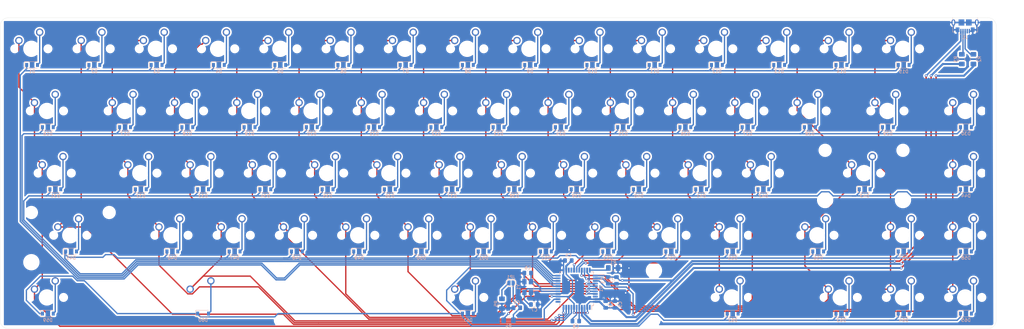
<source format=kicad_pcb>
(kicad_pcb (version 20171130) (host pcbnew "(5.1.5-0-10_14)")
  (layers (0 F.Cu signal) (31 B.Cu signal) (34 B.Paste user) (35 F.Paste user) (36 B.SilkS user) (37 F.SilkS user) (38 B.Mask user) (39 F.Mask user) (44 Edge.Cuts user))
  (net 0 "")
  (net 1 GND)
  (net 2 USB_VBUS)
  (net 3 XTAL1)
  (net 4 XTAL2)
  (net 5 "Net-(D1-Pad2)")
  (net 6 row0)
  (net 7 "Net-(D2-Pad2)")
  (net 8 row1)
  (net 9 "Net-(D3-Pad2)")
  (net 10 row2)
  (net 11 "Net-(D4-Pad2)")
  (net 12 row4)
  (net 13 "Net-(D5-Pad2)")
  (net 14 "Net-(D6-Pad2)")
  (net 15 row3)
  (net 16 "Net-(D7-Pad2)")
  (net 17 "Net-(D8-Pad2)")
  (net 18 "Net-(D9-Pad2)")
  (net 19 "Net-(D10-Pad2)")
  (net 20 "Net-(D11-Pad2)")
  (net 21 "Net-(D12-Pad2)")
  (net 22 "Net-(D13-Pad2)")
  (net 23 "Net-(D14-Pad2)")
  (net 24 "Net-(D15-Pad2)")
  (net 25 "Net-(D16-Pad2)")
  (net 26 "Net-(D17-Pad2)")
  (net 27 "Net-(D18-Pad2)")
  (net 28 "Net-(D19-Pad2)")
  (net 29 "Net-(D20-Pad2)")
  (net 30 "Net-(D21-Pad2)")
  (net 31 "Net-(D22-Pad2)")
  (net 32 "Net-(D23-Pad2)")
  (net 33 "Net-(D24-Pad2)")
  (net 34 "Net-(D25-Pad2)")
  (net 35 "Net-(D26-Pad2)")
  (net 36 "Net-(D27-Pad2)")
  (net 37 "Net-(D28-Pad2)")
  (net 38 "Net-(D29-Pad2)")
  (net 39 "Net-(D30-Pad2)")
  (net 40 "Net-(D31-Pad2)")
  (net 41 "Net-(D32-Pad2)")
  (net 42 "Net-(D33-Pad2)")
  (net 43 "Net-(D34-Pad2)")
  (net 44 "Net-(D35-Pad2)")
  (net 45 "Net-(D36-Pad2)")
  (net 46 "Net-(D37-Pad2)")
  (net 47 "Net-(D38-Pad2)")
  (net 48 "Net-(D39-Pad2)")
  (net 49 "Net-(D40-Pad2)")
  (net 50 "Net-(D41-Pad2)")
  (net 51 "Net-(D42-Pad2)")
  (net 52 "Net-(D43-Pad2)")
  (net 53 "Net-(D44-Pad2)")
  (net 54 "Net-(D45-Pad2)")
  (net 55 "Net-(D46-Pad2)")
  (net 56 "Net-(D47-Pad2)")
  (net 57 "Net-(D48-Pad2)")
  (net 58 "Net-(D49-Pad2)")
  (net 59 "Net-(D50-Pad2)")
  (net 60 "Net-(D51-Pad2)")
  (net 61 "Net-(D52-Pad2)")
  (net 62 "Net-(D53-Pad2)")
  (net 63 "Net-(D54-Pad2)")
  (net 64 "Net-(D55-Pad2)")
  (net 65 "Net-(D56-Pad2)")
  (net 66 "Net-(D57-Pad2)")
  (net 67 "Net-(D58-Pad2)")
  (net 68 "Net-(D59-Pad2)")
  (net 69 "Net-(D60-Pad2)")
  (net 70 "Net-(D61-Pad2)")
  (net 71 "Net-(D62-Pad2)")
  (net 72 "Net-(D63-Pad2)")
  (net 73 "Net-(D64-Pad2)")
  (net 74 "Net-(D65-Pad2)")
  (net 75 "Net-(J1-Pad3)")
  (net 76 "Net-(J1-Pad2)")
  (net 77 col0)
  (net 78 col1)
  (net 79 col2)
  (net 80 col3)
  (net 81 col4)
  (net 82 col5)
  (net 83 col6)
  (net 84 col7)
  (net 85 col8)
  (net 86 col9)
  (net 87 col10)
  (net 88 col11)
  (net 89 col12)
  (net 90 col13)
  (net 91 col14)
  (net 92 col15)
  (net 93 USB_Dpos)
  (net 94 USB_Dneg)
  (net 95 "Net-(C8-Pad1)")
  (net 96 "Net-(C9-Pad1)")
  (net 97 "Net-(R1-Pad2)")
  (net 98 "Net-(JP1-Pad2)")
  (module Capacitor_SMD:C_0805_2012Metric_Pad1.15x1.40mm_HandSolder (layer B.Cu) (at 180.086 106.934)
    (fp_text reference C7 (at 0 1.65) (layer B.SilkS) (effects (justify mirror)))
    (fp_text value 22p)
    (pad 2 smd roundrect (at 1.025 0) (size 1.15 1.4) (layers B.Cu B.Paste B.Mask) (roundrect_rratio 0.217391) (net 1 GND))
    (pad 1 smd roundrect (at -1.025 0) (size 1.15 1.4) (layers B.Cu B.Paste B.Mask) (roundrect_rratio 0.217391) (net 4 XTAL2))
  )
  (module Diode_SMD:D_SOD-123 (layer B.Cu) (at 83.566 33.528)
    (fp_text reference D4 (at 0 2) (layer B.SilkS) (effects (justify mirror)))
    (fp_text value 1N4148W)
    (pad 2 smd rect (at 1.65 0) (size 0.9 1.2) (layers B.Cu B.Paste B.Mask) (net 11 "Net-(D4-Pad2)"))
    (pad 1 smd rect (at -1.65 0) (size 0.9 1.2) (layers B.Cu B.Paste B.Mask) (net 6 row0))
  )
  (module MX_Only:MXOnly-1U-NoLED (layer F.Cu) (at 202.40625 85.725)
    (fp_text reference MX53)
    (fp_text value LANGLE)
    (pad 2 thru_hole circle (at 2.54 -5.08) (size 2.25 2.25) (drill 1.47) (layers *.Cu B.Mask) (net 62 "Net-(D53-Pad2)"))
    (pad "" np_thru_hole circle (at 0 0) (size 3.9878 3.9878) (drill 3.9878) (layers *.Cu *.Mask))
    (pad 1 thru_hole circle (at -3.81 -2.54) (size 2.25 2.25) (drill 1.47) (layers *.Cu B.Mask) (net 86 col9))
    (pad "" np_thru_hole circle (at -5.08 0 48.0996) (size 1.75 1.75) (drill 1.75) (layers *.Cu *.Mask))
    (pad "" np_thru_hole circle (at 5.08 0 48.0996) (size 1.75 1.75) (drill 1.75) (layers *.Cu *.Mask))
  )
  (module Resistor_SMD:R_1206_3216Metric_Pad1.42x1.75mm_HandSolder (layer B.Cu) (at 314.452 31.75 90)
    (fp_text reference R2 (at 0 1.82 90) (layer B.SilkS) (effects (justify mirror)))
    (fp_text value 10k)
    (pad 2 smd roundrect (at 1.4875 0 90) (size 1.425 1.75) (layers B.Cu B.Paste B.Mask) (roundrect_rratio 0.175439) (net 75 "Net-(J1-Pad3)"))
    (pad 1 smd roundrect (at -1.4875 0 90) (size 1.425 1.75) (layers B.Cu B.Paste B.Mask) (roundrect_rratio 0.175439) (net 93 USB_Dpos))
  )
  (module Connector_USB:USB_Micro-B_GCT_USB3076-30-A (layer B.Cu) (at 311.912 21.717)
    (fp_text reference J1 (at 0 3.3) (layer B.SilkS) (effects (justify mirror)))
    (fp_text value USB_B_Micro)
    (pad 6 smd rect (at -2.32 1.03) (size 1.15 1.45) (layers B.Cu B.Paste B.Mask) (net 1 GND))
    (pad 6 smd rect (at 2.32 1.03) (size 1.15 1.45) (layers B.Cu B.Paste B.Mask) (net 1 GND))
    (pad 6 thru_hole oval (at 3.575 -1.2) (size 1.05 1.9) (drill oval 0.45 1.25) (layers *.Cu *.Mask) (net 1 GND))
    (pad 6 thru_hole oval (at -3.575 -1.2 180) (size 1.05 1.9) (drill oval 0.45 1.25) (layers *.Cu *.Mask) (net 1 GND))
    (pad 6 smd rect (at -1.125 -1.2) (size 1.75 1.9) (layers B.Cu B.Paste B.Mask) (net 1 GND))
    (pad 3 smd rect (at 0 1.45) (size 0.4 1.4) (layers B.Cu B.Paste B.Mask) (net 75 "Net-(J1-Pad3)"))
    (pad 4 smd rect (at 0.65 1.45) (size 0.4 1.4) (layers B.Cu B.Paste B.Mask))
    (pad 5 smd rect (at 1.3 1.45) (size 0.4 1.4) (layers B.Cu B.Paste B.Mask) (net 1 GND))
    (pad 1 smd rect (at -1.3 1.45) (size 0.4 1.4) (layers B.Cu B.Paste B.Mask) (net 2 USB_VBUS))
    (pad 2 smd rect (at -0.65 1.45) (size 0.4 1.4) (layers B.Cu B.Paste B.Mask) (net 76 "Net-(J1-Pad2)"))
    (pad 6 smd rect (at 1.125 -1.2) (size 1.75 1.9) (layers B.Cu B.Paste B.Mask) (net 1 GND))
  )
  (module Jumper:SolderJumper-2_P1.3mm_Open_RoundedPad1.0x1.5mm (layer B.Cu) (at 172.974 100.33 180)
    (fp_text reference JP1 (at 0 1.8) (layer B.SilkS) (effects (justify mirror)))
    (fp_text value Jumper_NO_Small)
    (pad 2 smd custom (at 0.65 0 180) (size 1 0.5) (layers B.Cu B.Mask) (net 98 "Net-(JP1-Pad2)") (options (clearance outline) (anchor rect)) (primitives (gr_circle (center 0 -0.25) (end 0.5 -0.25) (width 0)) (gr_circle (center 0 0.25) (end 0.5 0.25) (width 0)) (gr_poly (pts (xy 0 0.75) (xy -0.5 0.75) (xy -0.5 -0.75) (xy 0 -0.75)) (width 0))))
    (pad 1 smd custom (at -0.65 0 180) (size 1 0.5) (layers B.Cu B.Mask) (net 96 "Net-(C9-Pad1)") (options (clearance outline) (anchor rect)) (primitives (gr_circle (center 0 -0.25) (end 0.5 -0.25) (width 0)) (gr_circle (center 0 0.25) (end 0.5 0.25) (width 0)) (gr_poly (pts (xy 0 0.75) (xy 0.5 0.75) (xy 0.5 -0.75) (xy 0 -0.75)) (width 0))))
  )
  (module Crystal:Crystal_SMD_5032-4Pin_5.0x3.2mm (layer B.Cu) (at 178.054 101.6 270)
    (fp_text reference Y1 (at 0 2.8 270) (layer B.SilkS) (effects (justify mirror)))
    (fp_text value 16MHz)
    (pad 4 smd rect (at -1.65 1 270) (size 1.6 1.3) (layers B.Cu B.Paste B.Mask) (net 1 GND))
    (pad 3 smd rect (at 1.65 1 270) (size 1.6 1.3) (layers B.Cu B.Paste B.Mask) (net 4 XTAL2))
    (pad 2 smd rect (at 1.65 -1 270) (size 1.6 1.3) (layers B.Cu B.Paste B.Mask) (net 1 GND))
    (pad 1 smd rect (at -1.65 -1 270) (size 1.6 1.3) (layers B.Cu B.Paste B.Mask) (net 3 XTAL1))
  )
  (module MX_Only:MXOnly-7U-ReversedStabilizers-NoLED (layer F.Cu) (at 159.54375 104.775)
    (fp_text reference MX61)
    (fp_text value SPACE_7flipped)
    (pad 2 thru_hole circle (at 2.54 -5.08) (size 2.25 2.25) (drill 1.47) (layers *.Cu B.Mask) (net 70 "Net-(D61-Pad2)"))
    (pad "" np_thru_hole circle (at 0 0) (size 3.9878 3.9878) (drill 3.9878) (layers *.Cu *.Mask))
    (pad 1 thru_hole circle (at -3.81 -2.54) (size 2.25 2.25) (drill 1.47) (layers *.Cu B.Mask) (net 84 col7))
    (pad "" np_thru_hole circle (at -5.08 0 48.0996) (size 1.75 1.75) (drill 1.75) (layers *.Cu *.Mask))
    (pad "" np_thru_hole circle (at 5.08 0 48.0996) (size 1.75 1.75) (drill 1.75) (layers *.Cu *.Mask))
    (pad "" np_thru_hole circle (at -57.15 6.985) (size 3.048 3.048) (drill 3.048) (layers *.Cu *.Mask))
    (pad "" np_thru_hole circle (at 57.15 6.985) (size 3.048 3.048) (drill 3.048) (layers *.Cu *.Mask))
    (pad "" np_thru_hole circle (at -57.15 -8.255) (size 3.9878 3.9878) (drill 3.9878) (layers *.Cu *.Mask))
    (pad "" np_thru_hole circle (at 57.15 -8.255) (size 3.9878 3.9878) (drill 3.9878) (layers *.Cu *.Mask))
  )
  (module MX_Only:MXOnly-1U-NoLED (layer F.Cu) (at 102.39375 28.575)
    (fp_text reference MX5)
    (fp_text value 4)
    (pad 2 thru_hole circle (at 2.54 -5.08) (size 2.25 2.25) (drill 1.47) (layers *.Cu B.Mask) (net 13 "Net-(D5-Pad2)"))
    (pad "" np_thru_hole circle (at 0 0) (size 3.9878 3.9878) (drill 3.9878) (layers *.Cu *.Mask))
    (pad 1 thru_hole circle (at -3.81 -2.54) (size 2.25 2.25) (drill 1.47) (layers *.Cu B.Mask) (net 81 col4))
    (pad "" np_thru_hole circle (at -5.08 0 48.0996) (size 1.75 1.75) (drill 1.75) (layers *.Cu *.Mask))
    (pad "" np_thru_hole circle (at 5.08 0 48.0996) (size 1.75 1.75) (drill 1.75) (layers *.Cu *.Mask))
  )
  (module MX_Only:MXOnly-1.5U-NoLED (layer F.Cu) (at 240.50625 104.775)
    (fp_text reference MX62)
    (fp_text value RWIN_1.5)
    (pad 2 thru_hole circle (at 2.54 -5.08) (size 2.25 2.25) (drill 1.47) (layers *.Cu B.Mask) (net 71 "Net-(D62-Pad2)"))
    (pad "" np_thru_hole circle (at 0 0) (size 3.9878 3.9878) (drill 3.9878) (layers *.Cu *.Mask))
    (pad 1 thru_hole circle (at -3.81 -2.54) (size 2.25 2.25) (drill 1.47) (layers *.Cu B.Mask) (net 88 col11))
    (pad "" np_thru_hole circle (at -5.08 0 48.0996) (size 1.75 1.75) (drill 1.75) (layers *.Cu *.Mask))
    (pad "" np_thru_hole circle (at 5.08 0 48.0996) (size 1.75 1.75) (drill 1.75) (layers *.Cu *.Mask))
  )
  (module Package_QFP:TQFP-44_10x10mm_P0.8mm (layer B.Cu) (at 193.04 102.108 90)
    (fp_text reference U1 (at 0 7.450001 270) (layer B.SilkS) (effects (justify mirror)))
    (fp_text value ATmega32U4-AU)
    (pad 44 smd rect (at -4 5.7) (size 1.5 0.55) (layers B.Cu B.Paste B.Mask) (net 2 USB_VBUS))
    (pad 43 smd rect (at -3.2 5.7) (size 1.5 0.55) (layers B.Cu B.Paste B.Mask) (net 1 GND))
    (pad 42 smd rect (at -2.4 5.7) (size 1.5 0.55) (layers B.Cu B.Paste B.Mask))
    (pad 41 smd rect (at -1.6 5.7) (size 1.5 0.55) (layers B.Cu B.Paste B.Mask) (net 81 col4))
    (pad 40 smd rect (at -0.8 5.7) (size 1.5 0.55) (layers B.Cu B.Paste B.Mask) (net 82 col5))
    (pad 39 smd rect (at 0 5.7) (size 1.5 0.55) (layers B.Cu B.Paste B.Mask) (net 83 col6))
    (pad 38 smd rect (at 0.8 5.7) (size 1.5 0.55) (layers B.Cu B.Paste B.Mask) (net 84 col7))
    (pad 37 smd rect (at 1.6 5.7) (size 1.5 0.55) (layers B.Cu B.Paste B.Mask) (net 85 col8))
    (pad 36 smd rect (at 2.4 5.7) (size 1.5 0.55) (layers B.Cu B.Paste B.Mask) (net 92 col15))
    (pad 35 smd rect (at 3.2 5.7) (size 1.5 0.55) (layers B.Cu B.Paste B.Mask) (net 1 GND))
    (pad 34 smd rect (at 4 5.7) (size 1.5 0.55) (layers B.Cu B.Paste B.Mask) (net 2 USB_VBUS))
    (pad 33 smd rect (at 5.7 4 90) (size 1.5 0.55) (layers B.Cu B.Paste B.Mask) (net 97 "Net-(R1-Pad2)"))
    (pad 32 smd rect (at 5.7 3.2 90) (size 1.5 0.55) (layers B.Cu B.Paste B.Mask) (net 91 col14))
    (pad 31 smd rect (at 5.7 2.4 90) (size 1.5 0.55) (layers B.Cu B.Paste B.Mask) (net 90 col13))
    (pad 30 smd rect (at 5.7 1.6 90) (size 1.5 0.55) (layers B.Cu B.Paste B.Mask) (net 89 col12))
    (pad 29 smd rect (at 5.7 0.8 90) (size 1.5 0.55) (layers B.Cu B.Paste B.Mask) (net 88 col11))
    (pad 28 smd rect (at 5.7 0 90) (size 1.5 0.55) (layers B.Cu B.Paste B.Mask) (net 87 col10))
    (pad 27 smd rect (at 5.7 -0.8 90) (size 1.5 0.55) (layers B.Cu B.Paste B.Mask) (net 86 col9))
    (pad 26 smd rect (at 5.7 -1.6 90) (size 1.5 0.55) (layers B.Cu B.Paste B.Mask))
    (pad 25 smd rect (at 5.7 -2.4 90) (size 1.5 0.55) (layers B.Cu B.Paste B.Mask))
    (pad 24 smd rect (at 5.7 -3.2 90) (size 1.5 0.55) (layers B.Cu B.Paste B.Mask) (net 2 USB_VBUS))
    (pad 23 smd rect (at 5.7 -4 90) (size 1.5 0.55) (layers B.Cu B.Paste B.Mask) (net 1 GND))
    (pad 22 smd rect (at 4 -5.7) (size 1.5 0.55) (layers B.Cu B.Paste B.Mask) (net 15 row3))
    (pad 21 smd rect (at 3.2 -5.7) (size 1.5 0.55) (layers B.Cu B.Paste B.Mask) (net 10 row2))
    (pad 20 smd rect (at 2.4 -5.7) (size 1.5 0.55) (layers B.Cu B.Paste B.Mask) (net 8 row1))
    (pad 19 smd rect (at 1.6 -5.7) (size 1.5 0.55) (layers B.Cu B.Paste B.Mask) (net 6 row0))
    (pad 18 smd rect (at 0.8 -5.7) (size 1.5 0.55) (layers B.Cu B.Paste B.Mask) (net 12 row4))
    (pad 17 smd rect (at 0 -5.7) (size 1.5 0.55) (layers B.Cu B.Paste B.Mask) (net 3 XTAL1))
    (pad 16 smd rect (at -0.8 -5.7) (size 1.5 0.55) (layers B.Cu B.Paste B.Mask) (net 4 XTAL2))
    (pad 15 smd rect (at -1.6 -5.7) (size 1.5 0.55) (layers B.Cu B.Paste B.Mask) (net 1 GND))
    (pad 14 smd rect (at -2.4 -5.7) (size 1.5 0.55) (layers B.Cu B.Paste B.Mask) (net 2 USB_VBUS))
    (pad 13 smd rect (at -3.2 -5.7) (size 1.5 0.55) (layers B.Cu B.Paste B.Mask) (net 96 "Net-(C9-Pad1)"))
    (pad 12 smd rect (at -4 -5.7) (size 1.5 0.55) (layers B.Cu B.Paste B.Mask))
    (pad 11 smd rect (at -5.7 -4 90) (size 1.5 0.55) (layers B.Cu B.Paste B.Mask) (net 77 col0))
    (pad 10 smd rect (at -5.7 -3.2 90) (size 1.5 0.55) (layers B.Cu B.Paste B.Mask) (net 78 col1))
    (pad 9 smd rect (at -5.7 -2.4 90) (size 1.5 0.55) (layers B.Cu B.Paste B.Mask) (net 79 col2))
    (pad 8 smd rect (at -5.7 -1.6 90) (size 1.5 0.55) (layers B.Cu B.Paste B.Mask) (net 80 col3))
    (pad 7 smd rect (at -5.7 -0.8 90) (size 1.5 0.55) (layers B.Cu B.Paste B.Mask) (net 2 USB_VBUS))
    (pad 6 smd rect (at -5.7 0 90) (size 1.5 0.55) (layers B.Cu B.Paste B.Mask) (net 95 "Net-(C8-Pad1)"))
    (pad 5 smd rect (at -5.7 0.8 90) (size 1.5 0.55) (layers B.Cu B.Paste B.Mask) (net 1 GND))
    (pad 4 smd rect (at -5.7 1.6 90) (size 1.5 0.55) (layers B.Cu B.Paste B.Mask) (net 93 USB_Dpos))
    (pad 3 smd rect (at -5.7 2.4 90) (size 1.5 0.55) (layers B.Cu B.Paste B.Mask) (net 94 USB_Dneg))
    (pad 2 smd rect (at -5.7 3.2 90) (size 1.5 0.55) (layers B.Cu B.Paste B.Mask) (net 2 USB_VBUS))
    (pad 1 smd rect (at -5.7 4 90) (size 1.5 0.55) (layers B.Cu B.Paste B.Mask))
  )
  (module Resistor_SMD:R_1206_3216Metric_Pad1.42x1.75mm_HandSolder (layer B.Cu) (at 310.896 31.75 270)
    (fp_text reference R3 (at 0 1.82 90) (layer B.SilkS) (effects (justify mirror)))
    (fp_text value 10k)
    (pad 2 smd roundrect (at 1.4875 0 270) (size 1.425 1.75) (layers B.Cu B.Paste B.Mask) (roundrect_rratio 0.175439) (net 94 USB_Dneg))
    (pad 1 smd roundrect (at -1.4875 0 270) (size 1.425 1.75) (layers B.Cu B.Paste B.Mask) (roundrect_rratio 0.175439) (net 76 "Net-(J1-Pad2)"))
  )
  (module Resistor_SMD:R_1206_3216Metric_Pad1.42x1.75mm_HandSolder (layer B.Cu) (at 204.216 95.758 180)
    (fp_text reference R1 (at 0 1.82) (layer B.SilkS) (effects (justify mirror)))
    (fp_text value 1k)
    (pad 2 smd roundrect (at 1.4875 0 180) (size 1.425 1.75) (layers B.Cu B.Paste B.Mask) (roundrect_rratio 0.175439) (net 97 "Net-(R1-Pad2)"))
    (pad 1 smd roundrect (at -1.4875 0 180) (size 1.425 1.75) (layers B.Cu B.Paste B.Mask) (roundrect_rratio 0.175439) (net 1 GND))
  )
  (module Resistor_SMD:R_1206_3216Metric_Pad1.42x1.75mm_HandSolder (layer B.Cu) (at 172.212 111.76)
    (fp_text reference R4 (at 0 1.82) (layer B.SilkS) (effects (justify mirror)))
    (fp_text value R_Small)
    (pad 2 smd roundrect (at 1.4875 0) (size 1.425 1.75) (layers B.Cu B.Paste B.Mask) (roundrect_rratio 0.175439) (net 96 "Net-(C9-Pad1)"))
    (pad 1 smd roundrect (at -1.4875 0) (size 1.425 1.75) (layers B.Cu B.Paste B.Mask) (roundrect_rratio 0.175439) (net 2 USB_VBUS))
  )
  (module Resistor_SMD:R_1206_3216Metric_Pad1.42x1.75mm_HandSolder (layer B.Cu) (at 170.18 106.68 270)
    (fp_text reference R5 (at 0 1.82 90) (layer B.SilkS) (effects (justify mirror)))
    (fp_text value 330)
    (pad 2 smd roundrect (at 1.4875 0 270) (size 1.425 1.75) (layers B.Cu B.Paste B.Mask) (roundrect_rratio 0.175439) (net 1 GND))
    (pad 1 smd roundrect (at -1.4875 0 270) (size 1.425 1.75) (layers B.Cu B.Paste B.Mask) (roundrect_rratio 0.175439) (net 98 "Net-(JP1-Pad2)"))
  )
  (module MX_Only:MXOnly-1U-NoLED (layer F.Cu) (at 311.94375 104.775)
    (fp_text reference MX65)
    (fp_text value ARR_RT)
    (pad 2 thru_hole circle (at 2.54 -5.08) (size 2.25 2.25) (drill 1.47) (layers *.Cu B.Mask) (net 74 "Net-(D65-Pad2)"))
    (pad "" np_thru_hole circle (at 0 0) (size 3.9878 3.9878) (drill 3.9878) (layers *.Cu *.Mask))
    (pad 1 thru_hole circle (at -3.81 -2.54) (size 2.25 2.25) (drill 1.47) (layers *.Cu B.Mask) (net 92 col15))
    (pad "" np_thru_hole circle (at -5.08 0 48.0996) (size 1.75 1.75) (drill 1.75) (layers *.Cu *.Mask))
    (pad "" np_thru_hole circle (at 5.08 0 48.0996) (size 1.75 1.75) (drill 1.75) (layers *.Cu *.Mask))
  )
  (module MX_Only:MXOnly-1U-NoLED (layer F.Cu) (at 311.94375 85.725)
    (fp_text reference MX58)
    (fp_text value INS)
    (pad 2 thru_hole circle (at 2.54 -5.08) (size 2.25 2.25) (drill 1.47) (layers *.Cu B.Mask) (net 67 "Net-(D58-Pad2)"))
    (pad "" np_thru_hole circle (at 0 0) (size 3.9878 3.9878) (drill 3.9878) (layers *.Cu *.Mask))
    (pad 1 thru_hole circle (at -3.81 -2.54) (size 2.25 2.25) (drill 1.47) (layers *.Cu B.Mask) (net 92 col15))
    (pad "" np_thru_hole circle (at -5.08 0 48.0996) (size 1.75 1.75) (drill 1.75) (layers *.Cu *.Mask))
    (pad "" np_thru_hole circle (at 5.08 0 48.0996) (size 1.75 1.75) (drill 1.75) (layers *.Cu *.Mask))
  )
  (module MX_Only:MXOnly-1U-NoLED (layer F.Cu) (at 311.94375 66.675)
    (fp_text reference MX44)
    (fp_text value PGDN)
    (pad 2 thru_hole circle (at 2.54 -5.08) (size 2.25 2.25) (drill 1.47) (layers *.Cu B.Mask) (net 53 "Net-(D44-Pad2)"))
    (pad "" np_thru_hole circle (at 0 0) (size 3.9878 3.9878) (drill 3.9878) (layers *.Cu *.Mask))
    (pad 1 thru_hole circle (at -3.81 -2.54) (size 2.25 2.25) (drill 1.47) (layers *.Cu B.Mask) (net 92 col15))
    (pad "" np_thru_hole circle (at -5.08 0 48.0996) (size 1.75 1.75) (drill 1.75) (layers *.Cu *.Mask))
    (pad "" np_thru_hole circle (at 5.08 0 48.0996) (size 1.75 1.75) (drill 1.75) (layers *.Cu *.Mask))
  )
  (module MX_Only:MXOnly-1U-NoLED (layer F.Cu) (at 311.94375 47.625)
    (fp_text reference MX30)
    (fp_text value PGUP)
    (pad 2 thru_hole circle (at 2.54 -5.08) (size 2.25 2.25) (drill 1.47) (layers *.Cu B.Mask) (net 39 "Net-(D30-Pad2)"))
    (pad "" np_thru_hole circle (at 0 0) (size 3.9878 3.9878) (drill 3.9878) (layers *.Cu *.Mask))
    (pad 1 thru_hole circle (at -3.81 -2.54) (size 2.25 2.25) (drill 1.47) (layers *.Cu B.Mask) (net 92 col15))
    (pad "" np_thru_hole circle (at -5.08 0 48.0996) (size 1.75 1.75) (drill 1.75) (layers *.Cu *.Mask))
    (pad "" np_thru_hole circle (at 5.08 0 48.0996) (size 1.75 1.75) (drill 1.75) (layers *.Cu *.Mask))
  )
  (module MX_Only:MXOnly-1U-NoLED (layer F.Cu) (at 292.89375 104.775)
    (fp_text reference MX64)
    (fp_text value ARR_DN)
    (pad 2 thru_hole circle (at 2.54 -5.08) (size 2.25 2.25) (drill 1.47) (layers *.Cu B.Mask) (net 73 "Net-(D64-Pad2)"))
    (pad "" np_thru_hole circle (at 0 0) (size 3.9878 3.9878) (drill 3.9878) (layers *.Cu *.Mask))
    (pad 1 thru_hole circle (at -3.81 -2.54) (size 2.25 2.25) (drill 1.47) (layers *.Cu B.Mask) (net 91 col14))
    (pad "" np_thru_hole circle (at -5.08 0 48.0996) (size 1.75 1.75) (drill 1.75) (layers *.Cu *.Mask))
    (pad "" np_thru_hole circle (at 5.08 0 48.0996) (size 1.75 1.75) (drill 1.75) (layers *.Cu *.Mask))
  )
  (module MX_Only:MXOnly-1U-NoLED (layer F.Cu) (at 292.89375 85.725)
    (fp_text reference MX57)
    (fp_text value ARR_UP)
    (pad 2 thru_hole circle (at 2.54 -5.08) (size 2.25 2.25) (drill 1.47) (layers *.Cu B.Mask) (net 66 "Net-(D57-Pad2)"))
    (pad "" np_thru_hole circle (at 0 0) (size 3.9878 3.9878) (drill 3.9878) (layers *.Cu *.Mask))
    (pad 1 thru_hole circle (at -3.81 -2.54) (size 2.25 2.25) (drill 1.47) (layers *.Cu B.Mask) (net 91 col14))
    (pad "" np_thru_hole circle (at -5.08 0 48.0996) (size 1.75 1.75) (drill 1.75) (layers *.Cu *.Mask))
    (pad "" np_thru_hole circle (at 5.08 0 48.0996) (size 1.75 1.75) (drill 1.75) (layers *.Cu *.Mask))
  )
  (module MX_Only:MXOnly-1.5U-NoLED (layer F.Cu) (at 288.13125 47.625)
    (fp_text reference MX29)
    (fp_text value BSPACE_1.5)
    (pad 2 thru_hole circle (at 2.54 -5.08) (size 2.25 2.25) (drill 1.47) (layers *.Cu B.Mask) (net 38 "Net-(D29-Pad2)"))
    (pad "" np_thru_hole circle (at 0 0) (size 3.9878 3.9878) (drill 3.9878) (layers *.Cu *.Mask))
    (pad 1 thru_hole circle (at -3.81 -2.54) (size 2.25 2.25) (drill 1.47) (layers *.Cu B.Mask) (net 91 col14))
    (pad "" np_thru_hole circle (at -5.08 0 48.0996) (size 1.75 1.75) (drill 1.75) (layers *.Cu *.Mask))
    (pad "" np_thru_hole circle (at 5.08 0 48.0996) (size 1.75 1.75) (drill 1.75) (layers *.Cu *.Mask))
  )
  (module MX_Only:MXOnly-1U-NoLED (layer F.Cu) (at 292.89375 28.575)
    (fp_text reference MX15)
    (fp_text value GRAVE)
    (pad 2 thru_hole circle (at 2.54 -5.08) (size 2.25 2.25) (drill 1.47) (layers *.Cu B.Mask) (net 24 "Net-(D15-Pad2)"))
    (pad "" np_thru_hole circle (at 0 0) (size 3.9878 3.9878) (drill 3.9878) (layers *.Cu *.Mask))
    (pad 1 thru_hole circle (at -3.81 -2.54) (size 2.25 2.25) (drill 1.47) (layers *.Cu B.Mask) (net 91 col14))
    (pad "" np_thru_hole circle (at -5.08 0 48.0996) (size 1.75 1.75) (drill 1.75) (layers *.Cu *.Mask))
    (pad "" np_thru_hole circle (at 5.08 0 48.0996) (size 1.75 1.75) (drill 1.75) (layers *.Cu *.Mask))
  )
  (module MX_Only:MXOnly-1U-NoLED (layer F.Cu) (at 273.84375 104.775)
    (fp_text reference MX63)
    (fp_text value ARR_LT)
    (pad 2 thru_hole circle (at 2.54 -5.08) (size 2.25 2.25) (drill 1.47) (layers *.Cu B.Mask) (net 72 "Net-(D63-Pad2)"))
    (pad "" np_thru_hole circle (at 0 0) (size 3.9878 3.9878) (drill 3.9878) (layers *.Cu *.Mask))
    (pad 1 thru_hole circle (at -3.81 -2.54) (size 2.25 2.25) (drill 1.47) (layers *.Cu B.Mask) (net 90 col13))
    (pad "" np_thru_hole circle (at -5.08 0 48.0996) (size 1.75 1.75) (drill 1.75) (layers *.Cu *.Mask))
    (pad "" np_thru_hole circle (at 5.08 0 48.0996) (size 1.75 1.75) (drill 1.75) (layers *.Cu *.Mask))
  )
  (module MX_Only:MXOnly-1.75U-NoLED (layer F.Cu) (at 266.7 85.725)
    (fp_text reference MX56)
    (fp_text value RSHIFT_1.75)
    (pad 2 thru_hole circle (at 2.54 -5.08) (size 2.25 2.25) (drill 1.47) (layers *.Cu B.Mask) (net 65 "Net-(D56-Pad2)"))
    (pad "" np_thru_hole circle (at 0 0) (size 3.9878 3.9878) (drill 3.9878) (layers *.Cu *.Mask))
    (pad 1 thru_hole circle (at -3.81 -2.54) (size 2.25 2.25) (drill 1.47) (layers *.Cu B.Mask) (net 90 col13))
    (pad "" np_thru_hole circle (at -5.08 0 48.0996) (size 1.75 1.75) (drill 1.75) (layers *.Cu *.Mask))
    (pad "" np_thru_hole circle (at 5.08 0 48.0996) (size 1.75 1.75) (drill 1.75) (layers *.Cu *.Mask))
  )
  (module MX_Only:MXOnly-2.25U-NoLED (layer F.Cu) (at 280.9875 66.675)
    (fp_text reference MX43)
    (fp_text value ENTER_2.25)
    (pad 2 thru_hole circle (at 2.54 -5.08) (size 2.25 2.25) (drill 1.47) (layers *.Cu B.Mask) (net 52 "Net-(D43-Pad2)"))
    (pad "" np_thru_hole circle (at 0 0) (size 3.9878 3.9878) (drill 3.9878) (layers *.Cu *.Mask))
    (pad 1 thru_hole circle (at -3.81 -2.54) (size 2.25 2.25) (drill 1.47) (layers *.Cu B.Mask) (net 90 col13))
    (pad "" np_thru_hole circle (at -5.08 0 48.0996) (size 1.75 1.75) (drill 1.75) (layers *.Cu *.Mask))
    (pad "" np_thru_hole circle (at 5.08 0 48.0996) (size 1.75 1.75) (drill 1.75) (layers *.Cu *.Mask))
    (pad "" np_thru_hole circle (at -11.90625 -6.985) (size 3.048 3.048) (drill 3.048) (layers *.Cu *.Mask))
    (pad "" np_thru_hole circle (at 11.90625 -6.985) (size 3.048 3.048) (drill 3.048) (layers *.Cu *.Mask))
    (pad "" np_thru_hole circle (at -11.90625 8.255) (size 3.9878 3.9878) (drill 3.9878) (layers *.Cu *.Mask))
    (pad "" np_thru_hole circle (at 11.90625 8.255) (size 3.9878 3.9878) (drill 3.9878) (layers *.Cu *.Mask))
  )
  (module MX_Only:MXOnly-1U-NoLED (layer F.Cu) (at 264.31875 47.625)
    (fp_text reference MX28)
    (fp_text value RBRACE)
    (pad 2 thru_hole circle (at 2.54 -5.08) (size 2.25 2.25) (drill 1.47) (layers *.Cu B.Mask) (net 37 "Net-(D28-Pad2)"))
    (pad "" np_thru_hole circle (at 0 0) (size 3.9878 3.9878) (drill 3.9878) (layers *.Cu *.Mask))
    (pad 1 thru_hole circle (at -3.81 -2.54) (size 2.25 2.25) (drill 1.47) (layers *.Cu B.Mask) (net 90 col13))
    (pad "" np_thru_hole circle (at -5.08 0 48.0996) (size 1.75 1.75) (drill 1.75) (layers *.Cu *.Mask))
    (pad "" np_thru_hole circle (at 5.08 0 48.0996) (size 1.75 1.75) (drill 1.75) (layers *.Cu *.Mask))
  )
  (module MX_Only:MXOnly-1U-NoLED (layer F.Cu) (at 273.84375 28.575)
    (fp_text reference MX14)
    (fp_text value BSLASH)
    (pad 2 thru_hole circle (at 2.54 -5.08) (size 2.25 2.25) (drill 1.47) (layers *.Cu B.Mask) (net 23 "Net-(D14-Pad2)"))
    (pad "" np_thru_hole circle (at 0 0) (size 3.9878 3.9878) (drill 3.9878) (layers *.Cu *.Mask))
    (pad 1 thru_hole circle (at -3.81 -2.54) (size 2.25 2.25) (drill 1.47) (layers *.Cu B.Mask) (net 90 col13))
    (pad "" np_thru_hole circle (at -5.08 0 48.0996) (size 1.75 1.75) (drill 1.75) (layers *.Cu *.Mask))
    (pad "" np_thru_hole circle (at 5.08 0 48.0996) (size 1.75 1.75) (drill 1.75) (layers *.Cu *.Mask))
  )
  (module MX_Only:MXOnly-1U-NoLED (layer F.Cu) (at 250.03125 66.675)
    (fp_text reference MX42)
    (fp_text value QUOTE)
    (pad 2 thru_hole circle (at 2.54 -5.08) (size 2.25 2.25) (drill 1.47) (layers *.Cu B.Mask) (net 51 "Net-(D42-Pad2)"))
    (pad "" np_thru_hole circle (at 0 0) (size 3.9878 3.9878) (drill 3.9878) (layers *.Cu *.Mask))
    (pad 1 thru_hole circle (at -3.81 -2.54) (size 2.25 2.25) (drill 1.47) (layers *.Cu B.Mask) (net 89 col12))
    (pad "" np_thru_hole circle (at -5.08 0 48.0996) (size 1.75 1.75) (drill 1.75) (layers *.Cu *.Mask))
    (pad "" np_thru_hole circle (at 5.08 0 48.0996) (size 1.75 1.75) (drill 1.75) (layers *.Cu *.Mask))
  )
  (module MX_Only:MXOnly-1U-NoLED (layer F.Cu) (at 245.26875 47.625)
    (fp_text reference MX27)
    (fp_text value LBRACE)
    (pad 2 thru_hole circle (at 2.54 -5.08) (size 2.25 2.25) (drill 1.47) (layers *.Cu B.Mask) (net 36 "Net-(D27-Pad2)"))
    (pad "" np_thru_hole circle (at 0 0) (size 3.9878 3.9878) (drill 3.9878) (layers *.Cu *.Mask))
    (pad 1 thru_hole circle (at -3.81 -2.54) (size 2.25 2.25) (drill 1.47) (layers *.Cu B.Mask) (net 89 col12))
    (pad "" np_thru_hole circle (at -5.08 0 48.0996) (size 1.75 1.75) (drill 1.75) (layers *.Cu *.Mask))
    (pad "" np_thru_hole circle (at 5.08 0 48.0996) (size 1.75 1.75) (drill 1.75) (layers *.Cu *.Mask))
  )
  (module MX_Only:MXOnly-1U-NoLED (layer F.Cu) (at 254.79375 28.575)
    (fp_text reference MX13)
    (fp_text value PLUS)
    (pad 2 thru_hole circle (at 2.54 -5.08) (size 2.25 2.25) (drill 1.47) (layers *.Cu B.Mask) (net 22 "Net-(D13-Pad2)"))
    (pad "" np_thru_hole circle (at 0 0) (size 3.9878 3.9878) (drill 3.9878) (layers *.Cu *.Mask))
    (pad 1 thru_hole circle (at -3.81 -2.54) (size 2.25 2.25) (drill 1.47) (layers *.Cu B.Mask) (net 89 col12))
    (pad "" np_thru_hole circle (at -5.08 0 48.0996) (size 1.75 1.75) (drill 1.75) (layers *.Cu *.Mask))
    (pad "" np_thru_hole circle (at 5.08 0 48.0996) (size 1.75 1.75) (drill 1.75) (layers *.Cu *.Mask))
  )
  (module MX_Only:MXOnly-1U-NoLED (layer F.Cu) (at 240.50625 85.725)
    (fp_text reference MX55)
    (fp_text value SLASH)
    (pad 2 thru_hole circle (at 2.54 -5.08) (size 2.25 2.25) (drill 1.47) (layers *.Cu B.Mask) (net 64 "Net-(D55-Pad2)"))
    (pad "" np_thru_hole circle (at 0 0) (size 3.9878 3.9878) (drill 3.9878) (layers *.Cu *.Mask))
    (pad 1 thru_hole circle (at -3.81 -2.54) (size 2.25 2.25) (drill 1.47) (layers *.Cu B.Mask) (net 88 col11))
    (pad "" np_thru_hole circle (at -5.08 0 48.0996) (size 1.75 1.75) (drill 1.75) (layers *.Cu *.Mask))
    (pad "" np_thru_hole circle (at 5.08 0 48.0996) (size 1.75 1.75) (drill 1.75) (layers *.Cu *.Mask))
  )
  (module MX_Only:MXOnly-1U-NoLED (layer F.Cu) (at 230.98125 66.675)
    (fp_text reference MX41)
    (fp_text value COLON)
    (pad 2 thru_hole circle (at 2.54 -5.08) (size 2.25 2.25) (drill 1.47) (layers *.Cu B.Mask) (net 50 "Net-(D41-Pad2)"))
    (pad "" np_thru_hole circle (at 0 0) (size 3.9878 3.9878) (drill 3.9878) (layers *.Cu *.Mask))
    (pad 1 thru_hole circle (at -3.81 -2.54) (size 2.25 2.25) (drill 1.47) (layers *.Cu B.Mask) (net 88 col11))
    (pad "" np_thru_hole circle (at -5.08 0 48.0996) (size 1.75 1.75) (drill 1.75) (layers *.Cu *.Mask))
    (pad "" np_thru_hole circle (at 5.08 0 48.0996) (size 1.75 1.75) (drill 1.75) (layers *.Cu *.Mask))
  )
  (module MX_Only:MXOnly-1U-NoLED (layer F.Cu) (at 226.21875 47.625)
    (fp_text reference MX26)
    (fp_text value P)
    (pad 2 thru_hole circle (at 2.54 -5.08) (size 2.25 2.25) (drill 1.47) (layers *.Cu B.Mask) (net 35 "Net-(D26-Pad2)"))
    (pad "" np_thru_hole circle (at 0 0) (size 3.9878 3.9878) (drill 3.9878) (layers *.Cu *.Mask))
    (pad 1 thru_hole circle (at -3.81 -2.54) (size 2.25 2.25) (drill 1.47) (layers *.Cu B.Mask) (net 88 col11))
    (pad "" np_thru_hole circle (at -5.08 0 48.0996) (size 1.75 1.75) (drill 1.75) (layers *.Cu *.Mask))
    (pad "" np_thru_hole circle (at 5.08 0 48.0996) (size 1.75 1.75) (drill 1.75) (layers *.Cu *.Mask))
  )
  (module MX_Only:MXOnly-1U-NoLED (layer F.Cu) (at 235.74375 28.575)
    (fp_text reference MX12)
    (fp_text value MINUS)
    (pad 2 thru_hole circle (at 2.54 -5.08) (size 2.25 2.25) (drill 1.47) (layers *.Cu B.Mask) (net 21 "Net-(D12-Pad2)"))
    (pad "" np_thru_hole circle (at 0 0) (size 3.9878 3.9878) (drill 3.9878) (layers *.Cu *.Mask))
    (pad 1 thru_hole circle (at -3.81 -2.54) (size 2.25 2.25) (drill 1.47) (layers *.Cu B.Mask) (net 88 col11))
    (pad "" np_thru_hole circle (at -5.08 0 48.0996) (size 1.75 1.75) (drill 1.75) (layers *.Cu *.Mask))
    (pad "" np_thru_hole circle (at 5.08 0 48.0996) (size 1.75 1.75) (drill 1.75) (layers *.Cu *.Mask))
  )
  (module MX_Only:MXOnly-1U-NoLED (layer F.Cu) (at 221.45625 85.725)
    (fp_text reference MX54)
    (fp_text value RANGLE)
    (pad 2 thru_hole circle (at 2.54 -5.08) (size 2.25 2.25) (drill 1.47) (layers *.Cu B.Mask) (net 63 "Net-(D54-Pad2)"))
    (pad "" np_thru_hole circle (at 0 0) (size 3.9878 3.9878) (drill 3.9878) (layers *.Cu *.Mask))
    (pad 1 thru_hole circle (at -3.81 -2.54) (size 2.25 2.25) (drill 1.47) (layers *.Cu B.Mask) (net 87 col10))
    (pad "" np_thru_hole circle (at -5.08 0 48.0996) (size 1.75 1.75) (drill 1.75) (layers *.Cu *.Mask))
    (pad "" np_thru_hole circle (at 5.08 0 48.0996) (size 1.75 1.75) (drill 1.75) (layers *.Cu *.Mask))
  )
  (module MX_Only:MXOnly-1U-NoLED (layer F.Cu) (at 211.93125 66.675)
    (fp_text reference MX40)
    (fp_text value L)
    (pad 2 thru_hole circle (at 2.54 -5.08) (size 2.25 2.25) (drill 1.47) (layers *.Cu B.Mask) (net 49 "Net-(D40-Pad2)"))
    (pad "" np_thru_hole circle (at 0 0) (size 3.9878 3.9878) (drill 3.9878) (layers *.Cu *.Mask))
    (pad 1 thru_hole circle (at -3.81 -2.54) (size 2.25 2.25) (drill 1.47) (layers *.Cu B.Mask) (net 87 col10))
    (pad "" np_thru_hole circle (at -5.08 0 48.0996) (size 1.75 1.75) (drill 1.75) (layers *.Cu *.Mask))
    (pad "" np_thru_hole circle (at 5.08 0 48.0996) (size 1.75 1.75) (drill 1.75) (layers *.Cu *.Mask))
  )
  (module MX_Only:MXOnly-1U-NoLED (layer F.Cu) (at 207.16875 47.625)
    (fp_text reference MX25)
    (fp_text value O)
    (pad 2 thru_hole circle (at 2.54 -5.08) (size 2.25 2.25) (drill 1.47) (layers *.Cu B.Mask) (net 34 "Net-(D25-Pad2)"))
    (pad "" np_thru_hole circle (at 0 0) (size 3.9878 3.9878) (drill 3.9878) (layers *.Cu *.Mask))
    (pad 1 thru_hole circle (at -3.81 -2.54) (size 2.25 2.25) (drill 1.47) (layers *.Cu B.Mask) (net 87 col10))
    (pad "" np_thru_hole circle (at -5.08 0 48.0996) (size 1.75 1.75) (drill 1.75) (layers *.Cu *.Mask))
    (pad "" np_thru_hole circle (at 5.08 0 48.0996) (size 1.75 1.75) (drill 1.75) (layers *.Cu *.Mask))
  )
  (module MX_Only:MXOnly-1U-NoLED (layer F.Cu) (at 216.69375 28.575)
    (fp_text reference MX11)
    (fp_text value 0)
    (pad 2 thru_hole circle (at 2.54 -5.08) (size 2.25 2.25) (drill 1.47) (layers *.Cu B.Mask) (net 20 "Net-(D11-Pad2)"))
    (pad "" np_thru_hole circle (at 0 0) (size 3.9878 3.9878) (drill 3.9878) (layers *.Cu *.Mask))
    (pad 1 thru_hole circle (at -3.81 -2.54) (size 2.25 2.25) (drill 1.47) (layers *.Cu B.Mask) (net 87 col10))
    (pad "" np_thru_hole circle (at -5.08 0 48.0996) (size 1.75 1.75) (drill 1.75) (layers *.Cu *.Mask))
    (pad "" np_thru_hole circle (at 5.08 0 48.0996) (size 1.75 1.75) (drill 1.75) (layers *.Cu *.Mask))
  )
  (module MX_Only:MXOnly-1U-NoLED (layer F.Cu) (at 192.88125 66.675)
    (fp_text reference MX39)
    (fp_text value K)
    (pad 2 thru_hole circle (at 2.54 -5.08) (size 2.25 2.25) (drill 1.47) (layers *.Cu B.Mask) (net 48 "Net-(D39-Pad2)"))
    (pad "" np_thru_hole circle (at 0 0) (size 3.9878 3.9878) (drill 3.9878) (layers *.Cu *.Mask))
    (pad 1 thru_hole circle (at -3.81 -2.54) (size 2.25 2.25) (drill 1.47) (layers *.Cu B.Mask) (net 86 col9))
    (pad "" np_thru_hole circle (at -5.08 0 48.0996) (size 1.75 1.75) (drill 1.75) (layers *.Cu *.Mask))
    (pad "" np_thru_hole circle (at 5.08 0 48.0996) (size 1.75 1.75) (drill 1.75) (layers *.Cu *.Mask))
  )
  (module MX_Only:MXOnly-1U-NoLED (layer F.Cu) (at 188.11875 47.625)
    (fp_text reference MX24)
    (fp_text value I)
    (pad 2 thru_hole circle (at 2.54 -5.08) (size 2.25 2.25) (drill 1.47) (layers *.Cu B.Mask) (net 33 "Net-(D24-Pad2)"))
    (pad "" np_thru_hole circle (at 0 0) (size 3.9878 3.9878) (drill 3.9878) (layers *.Cu *.Mask))
    (pad 1 thru_hole circle (at -3.81 -2.54) (size 2.25 2.25) (drill 1.47) (layers *.Cu B.Mask) (net 86 col9))
    (pad "" np_thru_hole circle (at -5.08 0 48.0996) (size 1.75 1.75) (drill 1.75) (layers *.Cu *.Mask))
    (pad "" np_thru_hole circle (at 5.08 0 48.0996) (size 1.75 1.75) (drill 1.75) (layers *.Cu *.Mask))
  )
  (module MX_Only:MXOnly-1U-NoLED (layer F.Cu) (at 197.64375 28.575)
    (fp_text reference MX10)
    (fp_text value 9)
    (pad 2 thru_hole circle (at 2.54 -5.08) (size 2.25 2.25) (drill 1.47) (layers *.Cu B.Mask) (net 19 "Net-(D10-Pad2)"))
    (pad "" np_thru_hole circle (at 0 0) (size 3.9878 3.9878) (drill 3.9878) (layers *.Cu *.Mask))
    (pad 1 thru_hole circle (at -3.81 -2.54) (size 2.25 2.25) (drill 1.47) (layers *.Cu B.Mask) (net 86 col9))
    (pad "" np_thru_hole circle (at -5.08 0 48.0996) (size 1.75 1.75) (drill 1.75) (layers *.Cu *.Mask))
    (pad "" np_thru_hole circle (at 5.08 0 48.0996) (size 1.75 1.75) (drill 1.75) (layers *.Cu *.Mask))
  )
  (module MX_Only:MXOnly-1U-NoLED (layer F.Cu) (at 183.35625 85.725)
    (fp_text reference MX52)
    (fp_text value M)
    (pad 2 thru_hole circle (at 2.54 -5.08) (size 2.25 2.25) (drill 1.47) (layers *.Cu B.Mask) (net 61 "Net-(D52-Pad2)"))
    (pad "" np_thru_hole circle (at 0 0) (size 3.9878 3.9878) (drill 3.9878) (layers *.Cu *.Mask))
    (pad 1 thru_hole circle (at -3.81 -2.54) (size 2.25 2.25) (drill 1.47) (layers *.Cu B.Mask) (net 85 col8))
    (pad "" np_thru_hole circle (at -5.08 0 48.0996) (size 1.75 1.75) (drill 1.75) (layers *.Cu *.Mask))
    (pad "" np_thru_hole circle (at 5.08 0 48.0996) (size 1.75 1.75) (drill 1.75) (layers *.Cu *.Mask))
  )
  (module MX_Only:MXOnly-1U-NoLED (layer F.Cu) (at 173.83125 66.675)
    (fp_text reference MX38)
    (fp_text value J)
    (pad 2 thru_hole circle (at 2.54 -5.08) (size 2.25 2.25) (drill 1.47) (layers *.Cu B.Mask) (net 47 "Net-(D38-Pad2)"))
    (pad "" np_thru_hole circle (at 0 0) (size 3.9878 3.9878) (drill 3.9878) (layers *.Cu *.Mask))
    (pad 1 thru_hole circle (at -3.81 -2.54) (size 2.25 2.25) (drill 1.47) (layers *.Cu B.Mask) (net 85 col8))
    (pad "" np_thru_hole circle (at -5.08 0 48.0996) (size 1.75 1.75) (drill 1.75) (layers *.Cu *.Mask))
    (pad "" np_thru_hole circle (at 5.08 0 48.0996) (size 1.75 1.75) (drill 1.75) (layers *.Cu *.Mask))
  )
  (module MX_Only:MXOnly-1U-NoLED (layer F.Cu) (at 169.06875 47.625)
    (fp_text reference MX23)
    (fp_text value U)
    (pad 2 thru_hole circle (at 2.54 -5.08) (size 2.25 2.25) (drill 1.47) (layers *.Cu B.Mask) (net 32 "Net-(D23-Pad2)"))
    (pad "" np_thru_hole circle (at 0 0) (size 3.9878 3.9878) (drill 3.9878) (layers *.Cu *.Mask))
    (pad 1 thru_hole circle (at -3.81 -2.54) (size 2.25 2.25) (drill 1.47) (layers *.Cu B.Mask) (net 85 col8))
    (pad "" np_thru_hole circle (at -5.08 0 48.0996) (size 1.75 1.75) (drill 1.75) (layers *.Cu *.Mask))
    (pad "" np_thru_hole circle (at 5.08 0 48.0996) (size 1.75 1.75) (drill 1.75) (layers *.Cu *.Mask))
  )
  (module MX_Only:MXOnly-1U-NoLED (layer F.Cu) (at 178.59375 28.575)
    (fp_text reference MX9)
    (fp_text value 8)
    (pad 2 thru_hole circle (at 2.54 -5.08) (size 2.25 2.25) (drill 1.47) (layers *.Cu B.Mask) (net 18 "Net-(D9-Pad2)"))
    (pad "" np_thru_hole circle (at 0 0) (size 3.9878 3.9878) (drill 3.9878) (layers *.Cu *.Mask))
    (pad 1 thru_hole circle (at -3.81 -2.54) (size 2.25 2.25) (drill 1.47) (layers *.Cu B.Mask) (net 85 col8))
    (pad "" np_thru_hole circle (at -5.08 0 48.0996) (size 1.75 1.75) (drill 1.75) (layers *.Cu *.Mask))
    (pad "" np_thru_hole circle (at 5.08 0 48.0996) (size 1.75 1.75) (drill 1.75) (layers *.Cu *.Mask))
  )
  (module MX_Only:MXOnly-1U-NoLED (layer F.Cu) (at 164.30625 85.725)
    (fp_text reference MX51)
    (fp_text value N)
    (pad 2 thru_hole circle (at 2.54 -5.08) (size 2.25 2.25) (drill 1.47) (layers *.Cu B.Mask) (net 60 "Net-(D51-Pad2)"))
    (pad "" np_thru_hole circle (at 0 0) (size 3.9878 3.9878) (drill 3.9878) (layers *.Cu *.Mask))
    (pad 1 thru_hole circle (at -3.81 -2.54) (size 2.25 2.25) (drill 1.47) (layers *.Cu B.Mask) (net 84 col7))
    (pad "" np_thru_hole circle (at -5.08 0 48.0996) (size 1.75 1.75) (drill 1.75) (layers *.Cu *.Mask))
    (pad "" np_thru_hole circle (at 5.08 0 48.0996) (size 1.75 1.75) (drill 1.75) (layers *.Cu *.Mask))
  )
  (module MX_Only:MXOnly-1U-NoLED (layer F.Cu) (at 154.78125 66.675)
    (fp_text reference MX37)
    (fp_text value H)
    (pad 2 thru_hole circle (at 2.54 -5.08) (size 2.25 2.25) (drill 1.47) (layers *.Cu B.Mask) (net 46 "Net-(D37-Pad2)"))
    (pad "" np_thru_hole circle (at 0 0) (size 3.9878 3.9878) (drill 3.9878) (layers *.Cu *.Mask))
    (pad 1 thru_hole circle (at -3.81 -2.54) (size 2.25 2.25) (drill 1.47) (layers *.Cu B.Mask) (net 84 col7))
    (pad "" np_thru_hole circle (at -5.08 0 48.0996) (size 1.75 1.75) (drill 1.75) (layers *.Cu *.Mask))
    (pad "" np_thru_hole circle (at 5.08 0 48.0996) (size 1.75 1.75) (drill 1.75) (layers *.Cu *.Mask))
  )
  (module MX_Only:MXOnly-1U-NoLED (layer F.Cu) (at 150.01875 47.625)
    (fp_text reference MX22)
    (fp_text value Y)
    (pad 2 thru_hole circle (at 2.54 -5.08) (size 2.25 2.25) (drill 1.47) (layers *.Cu B.Mask) (net 31 "Net-(D22-Pad2)"))
    (pad "" np_thru_hole circle (at 0 0) (size 3.9878 3.9878) (drill 3.9878) (layers *.Cu *.Mask))
    (pad 1 thru_hole circle (at -3.81 -2.54) (size 2.25 2.25) (drill 1.47) (layers *.Cu B.Mask) (net 84 col7))
    (pad "" np_thru_hole circle (at -5.08 0 48.0996) (size 1.75 1.75) (drill 1.75) (layers *.Cu *.Mask))
    (pad "" np_thru_hole circle (at 5.08 0 48.0996) (size 1.75 1.75) (drill 1.75) (layers *.Cu *.Mask))
  )
  (module MX_Only:MXOnly-1U-NoLED (layer F.Cu) (at 159.54375 28.575)
    (fp_text reference MX8)
    (fp_text value 7)
    (pad 2 thru_hole circle (at 2.54 -5.08) (size 2.25 2.25) (drill 1.47) (layers *.Cu B.Mask) (net 17 "Net-(D8-Pad2)"))
    (pad "" np_thru_hole circle (at 0 0) (size 3.9878 3.9878) (drill 3.9878) (layers *.Cu *.Mask))
    (pad 1 thru_hole circle (at -3.81 -2.54) (size 2.25 2.25) (drill 1.47) (layers *.Cu B.Mask) (net 84 col7))
    (pad "" np_thru_hole circle (at -5.08 0 48.0996) (size 1.75 1.75) (drill 1.75) (layers *.Cu *.Mask))
    (pad "" np_thru_hole circle (at 5.08 0 48.0996) (size 1.75 1.75) (drill 1.75) (layers *.Cu *.Mask))
  )
  (module MX_Only:MXOnly-1U-NoLED (layer F.Cu) (at 145.25625 85.725)
    (fp_text reference MX50)
    (fp_text value B)
    (pad 2 thru_hole circle (at 2.54 -5.08) (size 2.25 2.25) (drill 1.47) (layers *.Cu B.Mask) (net 59 "Net-(D50-Pad2)"))
    (pad "" np_thru_hole circle (at 0 0) (size 3.9878 3.9878) (drill 3.9878) (layers *.Cu *.Mask))
    (pad 1 thru_hole circle (at -3.81 -2.54) (size 2.25 2.25) (drill 1.47) (layers *.Cu B.Mask) (net 83 col6))
    (pad "" np_thru_hole circle (at -5.08 0 48.0996) (size 1.75 1.75) (drill 1.75) (layers *.Cu *.Mask))
    (pad "" np_thru_hole circle (at 5.08 0 48.0996) (size 1.75 1.75) (drill 1.75) (layers *.Cu *.Mask))
  )
  (module MX_Only:MXOnly-1U-NoLED (layer F.Cu) (at 135.73125 66.675)
    (fp_text reference MX36)
    (fp_text value G)
    (pad 2 thru_hole circle (at 2.54 -5.08) (size 2.25 2.25) (drill 1.47) (layers *.Cu B.Mask) (net 45 "Net-(D36-Pad2)"))
    (pad "" np_thru_hole circle (at 0 0) (size 3.9878 3.9878) (drill 3.9878) (layers *.Cu *.Mask))
    (pad 1 thru_hole circle (at -3.81 -2.54) (size 2.25 2.25) (drill 1.47) (layers *.Cu B.Mask) (net 83 col6))
    (pad "" np_thru_hole circle (at -5.08 0 48.0996) (size 1.75 1.75) (drill 1.75) (layers *.Cu *.Mask))
    (pad "" np_thru_hole circle (at 5.08 0 48.0996) (size 1.75 1.75) (drill 1.75) (layers *.Cu *.Mask))
  )
  (module MX_Only:MXOnly-1U-NoLED (layer F.Cu) (at 130.96875 47.625)
    (fp_text reference MX21)
    (fp_text value T)
    (pad 2 thru_hole circle (at 2.54 -5.08) (size 2.25 2.25) (drill 1.47) (layers *.Cu B.Mask) (net 30 "Net-(D21-Pad2)"))
    (pad "" np_thru_hole circle (at 0 0) (size 3.9878 3.9878) (drill 3.9878) (layers *.Cu *.Mask))
    (pad 1 thru_hole circle (at -3.81 -2.54) (size 2.25 2.25) (drill 1.47) (layers *.Cu B.Mask) (net 83 col6))
    (pad "" np_thru_hole circle (at -5.08 0 48.0996) (size 1.75 1.75) (drill 1.75) (layers *.Cu *.Mask))
    (pad "" np_thru_hole circle (at 5.08 0 48.0996) (size 1.75 1.75) (drill 1.75) (layers *.Cu *.Mask))
  )
  (module MX_Only:MXOnly-1U-NoLED (layer F.Cu) (at 140.49375 28.575)
    (fp_text reference MX7)
    (fp_text value 6)
    (pad 2 thru_hole circle (at 2.54 -5.08) (size 2.25 2.25) (drill 1.47) (layers *.Cu B.Mask) (net 16 "Net-(D7-Pad2)"))
    (pad "" np_thru_hole circle (at 0 0) (size 3.9878 3.9878) (drill 3.9878) (layers *.Cu *.Mask))
    (pad 1 thru_hole circle (at -3.81 -2.54) (size 2.25 2.25) (drill 1.47) (layers *.Cu B.Mask) (net 83 col6))
    (pad "" np_thru_hole circle (at -5.08 0 48.0996) (size 1.75 1.75) (drill 1.75) (layers *.Cu *.Mask))
    (pad "" np_thru_hole circle (at 5.08 0 48.0996) (size 1.75 1.75) (drill 1.75) (layers *.Cu *.Mask))
  )
  (module MX_Only:MXOnly-1U-NoLED (layer F.Cu) (at 126.20625 85.725)
    (fp_text reference MX49)
    (fp_text value V)
    (pad 2 thru_hole circle (at 2.54 -5.08) (size 2.25 2.25) (drill 1.47) (layers *.Cu B.Mask) (net 58 "Net-(D49-Pad2)"))
    (pad "" np_thru_hole circle (at 0 0) (size 3.9878 3.9878) (drill 3.9878) (layers *.Cu *.Mask))
    (pad 1 thru_hole circle (at -3.81 -2.54) (size 2.25 2.25) (drill 1.47) (layers *.Cu B.Mask) (net 82 col5))
    (pad "" np_thru_hole circle (at -5.08 0 48.0996) (size 1.75 1.75) (drill 1.75) (layers *.Cu *.Mask))
    (pad "" np_thru_hole circle (at 5.08 0 48.0996) (size 1.75 1.75) (drill 1.75) (layers *.Cu *.Mask))
  )
  (module MX_Only:MXOnly-1U-NoLED (layer F.Cu) (at 116.68125 66.675)
    (fp_text reference MX35)
    (fp_text value F)
    (pad 2 thru_hole circle (at 2.54 -5.08) (size 2.25 2.25) (drill 1.47) (layers *.Cu B.Mask) (net 44 "Net-(D35-Pad2)"))
    (pad "" np_thru_hole circle (at 0 0) (size 3.9878 3.9878) (drill 3.9878) (layers *.Cu *.Mask))
    (pad 1 thru_hole circle (at -3.81 -2.54) (size 2.25 2.25) (drill 1.47) (layers *.Cu B.Mask) (net 82 col5))
    (pad "" np_thru_hole circle (at -5.08 0 48.0996) (size 1.75 1.75) (drill 1.75) (layers *.Cu *.Mask))
    (pad "" np_thru_hole circle (at 5.08 0 48.0996) (size 1.75 1.75) (drill 1.75) (layers *.Cu *.Mask))
  )
  (module MX_Only:MXOnly-1U-NoLED (layer F.Cu) (at 111.91875 47.625)
    (fp_text reference MX20)
    (fp_text value R)
    (pad 2 thru_hole circle (at 2.54 -5.08) (size 2.25 2.25) (drill 1.47) (layers *.Cu B.Mask) (net 29 "Net-(D20-Pad2)"))
    (pad "" np_thru_hole circle (at 0 0) (size 3.9878 3.9878) (drill 3.9878) (layers *.Cu *.Mask))
    (pad 1 thru_hole circle (at -3.81 -2.54) (size 2.25 2.25) (drill 1.47) (layers *.Cu B.Mask) (net 82 col5))
    (pad "" np_thru_hole circle (at -5.08 0 48.0996) (size 1.75 1.75) (drill 1.75) (layers *.Cu *.Mask))
    (pad "" np_thru_hole circle (at 5.08 0 48.0996) (size 1.75 1.75) (drill 1.75) (layers *.Cu *.Mask))
  )
  (module MX_Only:MXOnly-1U-NoLED (layer F.Cu) (at 121.44375 28.575)
    (fp_text reference MX6)
    (fp_text value 5)
    (pad 2 thru_hole circle (at 2.54 -5.08) (size 2.25 2.25) (drill 1.47) (layers *.Cu B.Mask) (net 14 "Net-(D6-Pad2)"))
    (pad "" np_thru_hole circle (at 0 0) (size 3.9878 3.9878) (drill 3.9878) (layers *.Cu *.Mask))
    (pad 1 thru_hole circle (at -3.81 -2.54) (size 2.25 2.25) (drill 1.47) (layers *.Cu B.Mask) (net 82 col5))
    (pad "" np_thru_hole circle (at -5.08 0 48.0996) (size 1.75 1.75) (drill 1.75) (layers *.Cu *.Mask))
    (pad "" np_thru_hole circle (at 5.08 0 48.0996) (size 1.75 1.75) (drill 1.75) (layers *.Cu *.Mask))
  )
  (module MX_Only:MXOnly-1U-NoLED (layer F.Cu) (at 107.15625 85.725)
    (fp_text reference MX48)
    (fp_text value C)
    (pad 2 thru_hole circle (at 2.54 -5.08) (size 2.25 2.25) (drill 1.47) (layers *.Cu B.Mask) (net 57 "Net-(D48-Pad2)"))
    (pad "" np_thru_hole circle (at 0 0) (size 3.9878 3.9878) (drill 3.9878) (layers *.Cu *.Mask))
    (pad 1 thru_hole circle (at -3.81 -2.54) (size 2.25 2.25) (drill 1.47) (layers *.Cu B.Mask) (net 81 col4))
    (pad "" np_thru_hole circle (at -5.08 0 48.0996) (size 1.75 1.75) (drill 1.75) (layers *.Cu *.Mask))
    (pad "" np_thru_hole circle (at 5.08 0 48.0996) (size 1.75 1.75) (drill 1.75) (layers *.Cu *.Mask))
  )
  (module MX_Only:MXOnly-1U-NoLED (layer F.Cu) (at 97.63125 66.675)
    (fp_text reference MX34)
    (fp_text value D)
    (pad 2 thru_hole circle (at 2.54 -5.08) (size 2.25 2.25) (drill 1.47) (layers *.Cu B.Mask) (net 43 "Net-(D34-Pad2)"))
    (pad "" np_thru_hole circle (at 0 0) (size 3.9878 3.9878) (drill 3.9878) (layers *.Cu *.Mask))
    (pad 1 thru_hole circle (at -3.81 -2.54) (size 2.25 2.25) (drill 1.47) (layers *.Cu B.Mask) (net 81 col4))
    (pad "" np_thru_hole circle (at -5.08 0 48.0996) (size 1.75 1.75) (drill 1.75) (layers *.Cu *.Mask))
    (pad "" np_thru_hole circle (at 5.08 0 48.0996) (size 1.75 1.75) (drill 1.75) (layers *.Cu *.Mask))
  )
  (module MX_Only:MXOnly-1U-NoLED (layer F.Cu) (at 92.86875 47.625)
    (fp_text reference MX19)
    (fp_text value E)
    (pad 2 thru_hole circle (at 2.54 -5.08) (size 2.25 2.25) (drill 1.47) (layers *.Cu B.Mask) (net 28 "Net-(D19-Pad2)"))
    (pad "" np_thru_hole circle (at 0 0) (size 3.9878 3.9878) (drill 3.9878) (layers *.Cu *.Mask))
    (pad 1 thru_hole circle (at -3.81 -2.54) (size 2.25 2.25) (drill 1.47) (layers *.Cu B.Mask) (net 81 col4))
    (pad "" np_thru_hole circle (at -5.08 0 48.0996) (size 1.75 1.75) (drill 1.75) (layers *.Cu *.Mask))
    (pad "" np_thru_hole circle (at 5.08 0 48.0996) (size 1.75 1.75) (drill 1.75) (layers *.Cu *.Mask))
  )
  (module MX_Only:MXOnly-1.5U-NoLED (layer F.Cu) (at 78.58125 104.775)
    (fp_text reference MX60)
    (fp_text value LWIN_1.5)
    (pad 2 thru_hole circle (at 2.54 -5.08) (size 2.25 2.25) (drill 1.47) (layers *.Cu B.Mask) (net 69 "Net-(D60-Pad2)"))
    (pad "" np_thru_hole circle (at 0 0) (size 3.9878 3.9878) (drill 3.9878) (layers *.Cu *.Mask))
    (pad 1 thru_hole circle (at -3.81 -2.54) (size 2.25 2.25) (drill 1.47) (layers *.Cu B.Mask) (net 80 col3))
    (pad "" np_thru_hole circle (at -5.08 0 48.0996) (size 1.75 1.75) (drill 1.75) (layers *.Cu *.Mask))
    (pad "" np_thru_hole circle (at 5.08 0 48.0996) (size 1.75 1.75) (drill 1.75) (layers *.Cu *.Mask))
  )
  (module MX_Only:MXOnly-1U-NoLED (layer F.Cu) (at 88.10625 85.725)
    (fp_text reference MX47)
    (fp_text value X)
    (pad 2 thru_hole circle (at 2.54 -5.08) (size 2.25 2.25) (drill 1.47) (layers *.Cu B.Mask) (net 56 "Net-(D47-Pad2)"))
    (pad "" np_thru_hole circle (at 0 0) (size 3.9878 3.9878) (drill 3.9878) (layers *.Cu *.Mask))
    (pad 1 thru_hole circle (at -3.81 -2.54) (size 2.25 2.25) (drill 1.47) (layers *.Cu B.Mask) (net 80 col3))
    (pad "" np_thru_hole circle (at -5.08 0 48.0996) (size 1.75 1.75) (drill 1.75) (layers *.Cu *.Mask))
    (pad "" np_thru_hole circle (at 5.08 0 48.0996) (size 1.75 1.75) (drill 1.75) (layers *.Cu *.Mask))
  )
  (module MX_Only:MXOnly-1U-NoLED (layer F.Cu) (at 78.58125 66.675)
    (fp_text reference MX33)
    (fp_text value S)
    (pad 2 thru_hole circle (at 2.54 -5.08) (size 2.25 2.25) (drill 1.47) (layers *.Cu B.Mask) (net 42 "Net-(D33-Pad2)"))
    (pad "" np_thru_hole circle (at 0 0) (size 3.9878 3.9878) (drill 3.9878) (layers *.Cu *.Mask))
    (pad 1 thru_hole circle (at -3.81 -2.54) (size 2.25 2.25) (drill 1.47) (layers *.Cu B.Mask) (net 80 col3))
    (pad "" np_thru_hole circle (at -5.08 0 48.0996) (size 1.75 1.75) (drill 1.75) (layers *.Cu *.Mask))
    (pad "" np_thru_hole circle (at 5.08 0 48.0996) (size 1.75 1.75) (drill 1.75) (layers *.Cu *.Mask))
  )
  (module MX_Only:MXOnly-1U-NoLED (layer F.Cu) (at 73.81875 47.625)
    (fp_text reference MX18)
    (fp_text value W)
    (pad 2 thru_hole circle (at 2.54 -5.08) (size 2.25 2.25) (drill 1.47) (layers *.Cu B.Mask) (net 27 "Net-(D18-Pad2)"))
    (pad "" np_thru_hole circle (at 0 0) (size 3.9878 3.9878) (drill 3.9878) (layers *.Cu *.Mask))
    (pad 1 thru_hole circle (at -3.81 -2.54) (size 2.25 2.25) (drill 1.47) (layers *.Cu B.Mask) (net 80 col3))
    (pad "" np_thru_hole circle (at -5.08 0 48.0996) (size 1.75 1.75) (drill 1.75) (layers *.Cu *.Mask))
    (pad "" np_thru_hole circle (at 5.08 0 48.0996) (size 1.75 1.75) (drill 1.75) (layers *.Cu *.Mask))
  )
  (module MX_Only:MXOnly-1U-NoLED (layer F.Cu) (at 83.34375 28.575)
    (fp_text reference MX4)
    (fp_text value 3)
    (pad 2 thru_hole circle (at 2.54 -5.08) (size 2.25 2.25) (drill 1.47) (layers *.Cu B.Mask) (net 11 "Net-(D4-Pad2)"))
    (pad "" np_thru_hole circle (at 0 0) (size 3.9878 3.9878) (drill 3.9878) (layers *.Cu *.Mask))
    (pad 1 thru_hole circle (at -3.81 -2.54) (size 2.25 2.25) (drill 1.47) (layers *.Cu B.Mask) (net 80 col3))
    (pad "" np_thru_hole circle (at -5.08 0 48.0996) (size 1.75 1.75) (drill 1.75) (layers *.Cu *.Mask))
    (pad "" np_thru_hole circle (at 5.08 0 48.0996) (size 1.75 1.75) (drill 1.75) (layers *.Cu *.Mask))
  )
  (module MX_Only:MXOnly-1U-NoLED (layer F.Cu) (at 69.05625 85.725)
    (fp_text reference MX46)
    (fp_text value Z)
    (pad 2 thru_hole circle (at 2.54 -5.08) (size 2.25 2.25) (drill 1.47) (layers *.Cu B.Mask) (net 55 "Net-(D46-Pad2)"))
    (pad "" np_thru_hole circle (at 0 0) (size 3.9878 3.9878) (drill 3.9878) (layers *.Cu *.Mask))
    (pad 1 thru_hole circle (at -3.81 -2.54) (size 2.25 2.25) (drill 1.47) (layers *.Cu B.Mask) (net 79 col2))
    (pad "" np_thru_hole circle (at -5.08 0 48.0996) (size 1.75 1.75) (drill 1.75) (layers *.Cu *.Mask))
    (pad "" np_thru_hole circle (at 5.08 0 48.0996) (size 1.75 1.75) (drill 1.75) (layers *.Cu *.Mask))
  )
  (module MX_Only:MXOnly-1U-NoLED (layer F.Cu) (at 59.53125 66.675)
    (fp_text reference MX32)
    (fp_text value A)
    (pad 2 thru_hole circle (at 2.54 -5.08) (size 2.25 2.25) (drill 1.47) (layers *.Cu B.Mask) (net 41 "Net-(D32-Pad2)"))
    (pad "" np_thru_hole circle (at 0 0) (size 3.9878 3.9878) (drill 3.9878) (layers *.Cu *.Mask))
    (pad 1 thru_hole circle (at -3.81 -2.54) (size 2.25 2.25) (drill 1.47) (layers *.Cu B.Mask) (net 79 col2))
    (pad "" np_thru_hole circle (at -5.08 0 48.0996) (size 1.75 1.75) (drill 1.75) (layers *.Cu *.Mask))
    (pad "" np_thru_hole circle (at 5.08 0 48.0996) (size 1.75 1.75) (drill 1.75) (layers *.Cu *.Mask))
  )
  (module MX_Only:MXOnly-1U-NoLED (layer F.Cu) (at 54.76875 47.625)
    (fp_text reference MX17)
    (fp_text value Q)
    (pad 2 thru_hole circle (at 2.54 -5.08) (size 2.25 2.25) (drill 1.47) (layers *.Cu B.Mask) (net 26 "Net-(D17-Pad2)"))
    (pad "" np_thru_hole circle (at 0 0) (size 3.9878 3.9878) (drill 3.9878) (layers *.Cu *.Mask))
    (pad 1 thru_hole circle (at -3.81 -2.54) (size 2.25 2.25) (drill 1.47) (layers *.Cu B.Mask) (net 79 col2))
    (pad "" np_thru_hole circle (at -5.08 0 48.0996) (size 1.75 1.75) (drill 1.75) (layers *.Cu *.Mask))
    (pad "" np_thru_hole circle (at 5.08 0 48.0996) (size 1.75 1.75) (drill 1.75) (layers *.Cu *.Mask))
  )
  (module MX_Only:MXOnly-1U-NoLED (layer F.Cu) (at 64.29375 28.575)
    (fp_text reference MX3)
    (fp_text value 2)
    (pad 2 thru_hole circle (at 2.54 -5.08) (size 2.25 2.25) (drill 1.47) (layers *.Cu B.Mask) (net 9 "Net-(D3-Pad2)"))
    (pad "" np_thru_hole circle (at 0 0) (size 3.9878 3.9878) (drill 3.9878) (layers *.Cu *.Mask))
    (pad 1 thru_hole circle (at -3.81 -2.54) (size 2.25 2.25) (drill 1.47) (layers *.Cu B.Mask) (net 79 col2))
    (pad "" np_thru_hole circle (at -5.08 0 48.0996) (size 1.75 1.75) (drill 1.75) (layers *.Cu *.Mask))
    (pad "" np_thru_hole circle (at 5.08 0 48.0996) (size 1.75 1.75) (drill 1.75) (layers *.Cu *.Mask))
  )
  (module MX_Only:MXOnly-2.25U-NoLED (layer F.Cu) (at 38.1 85.725)
    (fp_text reference MX45)
    (fp_text value LSHIFT_2.25)
    (pad 2 thru_hole circle (at 2.54 -5.08) (size 2.25 2.25) (drill 1.47) (layers *.Cu B.Mask) (net 54 "Net-(D45-Pad2)"))
    (pad "" np_thru_hole circle (at 0 0) (size 3.9878 3.9878) (drill 3.9878) (layers *.Cu *.Mask))
    (pad 1 thru_hole circle (at -3.81 -2.54) (size 2.25 2.25) (drill 1.47) (layers *.Cu B.Mask) (net 78 col1))
    (pad "" np_thru_hole circle (at -5.08 0 48.0996) (size 1.75 1.75) (drill 1.75) (layers *.Cu *.Mask))
    (pad "" np_thru_hole circle (at 5.08 0 48.0996) (size 1.75 1.75) (drill 1.75) (layers *.Cu *.Mask))
    (pad "" np_thru_hole circle (at -11.90625 -6.985) (size 3.048 3.048) (drill 3.048) (layers *.Cu *.Mask))
    (pad "" np_thru_hole circle (at 11.90625 -6.985) (size 3.048 3.048) (drill 3.048) (layers *.Cu *.Mask))
    (pad "" np_thru_hole circle (at -11.90625 8.255) (size 3.9878 3.9878) (drill 3.9878) (layers *.Cu *.Mask))
    (pad "" np_thru_hole circle (at 11.90625 8.255) (size 3.9878 3.9878) (drill 3.9878) (layers *.Cu *.Mask))
  )
  (module MX_Only:MXOnly-1U-NoLED (layer F.Cu) (at 45.24375 28.575)
    (fp_text reference MX2)
    (fp_text value 1)
    (pad 2 thru_hole circle (at 2.54 -5.08) (size 2.25 2.25) (drill 1.47) (layers *.Cu B.Mask) (net 7 "Net-(D2-Pad2)"))
    (pad "" np_thru_hole circle (at 0 0) (size 3.9878 3.9878) (drill 3.9878) (layers *.Cu *.Mask))
    (pad 1 thru_hole circle (at -3.81 -2.54) (size 2.25 2.25) (drill 1.47) (layers *.Cu B.Mask) (net 78 col1))
    (pad "" np_thru_hole circle (at -5.08 0 48.0996) (size 1.75 1.75) (drill 1.75) (layers *.Cu *.Mask))
    (pad "" np_thru_hole circle (at 5.08 0 48.0996) (size 1.75 1.75) (drill 1.75) (layers *.Cu *.Mask))
  )
  (module MX_Only:MXOnly-1.5U-NoLED (layer F.Cu) (at 30.95625 104.775)
    (fp_text reference MX59)
    (fp_text value LALT_1.5)
    (pad 2 thru_hole circle (at 2.54 -5.08) (size 2.25 2.25) (drill 1.47) (layers *.Cu B.Mask) (net 68 "Net-(D59-Pad2)"))
    (pad "" np_thru_hole circle (at 0 0) (size 3.9878 3.9878) (drill 3.9878) (layers *.Cu *.Mask))
    (pad 1 thru_hole circle (at -3.81 -2.54) (size 2.25 2.25) (drill 1.47) (layers *.Cu B.Mask) (net 77 col0))
    (pad "" np_thru_hole circle (at -5.08 0 48.0996) (size 1.75 1.75) (drill 1.75) (layers *.Cu *.Mask))
    (pad "" np_thru_hole circle (at 5.08 0 48.0996) (size 1.75 1.75) (drill 1.75) (layers *.Cu *.Mask))
  )
  (module MX_Only:MXOnly-1.75U-NoLED (layer F.Cu) (at 33.3375 66.675)
    (fp_text reference MX31)
    (fp_text value LCTRL_1.75)
    (pad 2 thru_hole circle (at 2.54 -5.08) (size 2.25 2.25) (drill 1.47) (layers *.Cu B.Mask) (net 40 "Net-(D31-Pad2)"))
    (pad "" np_thru_hole circle (at 0 0) (size 3.9878 3.9878) (drill 3.9878) (layers *.Cu *.Mask))
    (pad 1 thru_hole circle (at -3.81 -2.54) (size 2.25 2.25) (drill 1.47) (layers *.Cu B.Mask) (net 77 col0))
    (pad "" np_thru_hole circle (at -5.08 0 48.0996) (size 1.75 1.75) (drill 1.75) (layers *.Cu *.Mask))
    (pad "" np_thru_hole circle (at 5.08 0 48.0996) (size 1.75 1.75) (drill 1.75) (layers *.Cu *.Mask))
  )
  (module MX_Only:MXOnly-1.5U-NoLED (layer F.Cu) (at 30.95625 47.625)
    (fp_text reference MX16)
    (fp_text value TAB_1.5)
    (pad 2 thru_hole circle (at 2.54 -5.08) (size 2.25 2.25) (drill 1.47) (layers *.Cu B.Mask) (net 25 "Net-(D16-Pad2)"))
    (pad "" np_thru_hole circle (at 0 0) (size 3.9878 3.9878) (drill 3.9878) (layers *.Cu *.Mask))
    (pad 1 thru_hole circle (at -3.81 -2.54) (size 2.25 2.25) (drill 1.47) (layers *.Cu B.Mask) (net 77 col0))
    (pad "" np_thru_hole circle (at -5.08 0 48.0996) (size 1.75 1.75) (drill 1.75) (layers *.Cu *.Mask))
    (pad "" np_thru_hole circle (at 5.08 0 48.0996) (size 1.75 1.75) (drill 1.75) (layers *.Cu *.Mask))
  )
  (module MX_Only:MXOnly-1U-NoLED (layer F.Cu) (at 26.19375 28.575)
    (fp_text reference MX1)
    (fp_text value ESC)
    (pad 2 thru_hole circle (at 2.54 -5.08) (size 2.25 2.25) (drill 1.47) (layers *.Cu B.Mask) (net 5 "Net-(D1-Pad2)"))
    (pad "" np_thru_hole circle (at 0 0) (size 3.9878 3.9878) (drill 3.9878) (layers *.Cu *.Mask))
    (pad 1 thru_hole circle (at -3.81 -2.54) (size 2.25 2.25) (drill 1.47) (layers *.Cu B.Mask) (net 77 col0))
    (pad "" np_thru_hole circle (at -5.08 0 48.0996) (size 1.75 1.75) (drill 1.75) (layers *.Cu *.Mask))
    (pad "" np_thru_hole circle (at 5.08 0 48.0996) (size 1.75 1.75) (drill 1.75) (layers *.Cu *.Mask))
  )
  (module Diode_SMD:D_SOD-123 (layer B.Cu) (at 312.166 109.728)
    (fp_text reference D65 (at 0 2 180) (layer B.SilkS) (effects (justify mirror)))
    (fp_text value 1N4148W)
    (pad 2 smd rect (at 1.65 0) (size 0.9 1.2) (layers B.Cu B.Paste B.Mask) (net 74 "Net-(D65-Pad2)"))
    (pad 1 smd rect (at -1.65 0) (size 0.9 1.2) (layers B.Cu B.Paste B.Mask) (net 12 row4))
  )
  (module Diode_SMD:D_SOD-123 (layer B.Cu) (at 312.166 90.678)
    (fp_text reference D58 (at 0 2 180) (layer B.SilkS) (effects (justify mirror)))
    (fp_text value 1N4148W)
    (pad 2 smd rect (at 1.65 0) (size 0.9 1.2) (layers B.Cu B.Paste B.Mask) (net 67 "Net-(D58-Pad2)"))
    (pad 1 smd rect (at -1.65 0) (size 0.9 1.2) (layers B.Cu B.Paste B.Mask) (net 15 row3))
  )
  (module Diode_SMD:D_SOD-123 (layer B.Cu) (at 312.166 71.628)
    (fp_text reference D44 (at 0 2 180) (layer B.SilkS) (effects (justify mirror)))
    (fp_text value 1N4148W)
    (pad 2 smd rect (at 1.65 0) (size 0.9 1.2) (layers B.Cu B.Paste B.Mask) (net 53 "Net-(D44-Pad2)"))
    (pad 1 smd rect (at -1.65 0) (size 0.9 1.2) (layers B.Cu B.Paste B.Mask) (net 10 row2))
  )
  (module Diode_SMD:D_SOD-123 (layer B.Cu) (at 312.166 52.578)
    (fp_text reference D30 (at 0 2 180) (layer B.SilkS) (effects (justify mirror)))
    (fp_text value 1N4148W)
    (pad 2 smd rect (at 1.65 0) (size 0.9 1.2) (layers B.Cu B.Paste B.Mask) (net 39 "Net-(D30-Pad2)"))
    (pad 1 smd rect (at -1.65 0) (size 0.9 1.2) (layers B.Cu B.Paste B.Mask) (net 8 row1))
  )
  (module Diode_SMD:D_SOD-123 (layer B.Cu) (at 293.116 109.728)
    (fp_text reference D64 (at 0 2 180) (layer B.SilkS) (effects (justify mirror)))
    (fp_text value 1N4148W)
    (pad 2 smd rect (at 1.65 0) (size 0.9 1.2) (layers B.Cu B.Paste B.Mask) (net 73 "Net-(D64-Pad2)"))
    (pad 1 smd rect (at -1.65 0) (size 0.9 1.2) (layers B.Cu B.Paste B.Mask) (net 12 row4))
  )
  (module Diode_SMD:D_SOD-123 (layer B.Cu) (at 293.116 90.678)
    (fp_text reference D57 (at 0 2 180) (layer B.SilkS) (effects (justify mirror)))
    (fp_text value 1N4148W)
    (pad 2 smd rect (at 1.65 0) (size 0.9 1.2) (layers B.Cu B.Paste B.Mask) (net 66 "Net-(D57-Pad2)"))
    (pad 1 smd rect (at -1.65 0) (size 0.9 1.2) (layers B.Cu B.Paste B.Mask) (net 15 row3))
  )
  (module Diode_SMD:D_SOD-123 (layer B.Cu) (at 288.29 52.578)
    (fp_text reference D29 (at 0 2 180) (layer B.SilkS) (effects (justify mirror)))
    (fp_text value 1N4148W)
    (pad 2 smd rect (at 1.65 0) (size 0.9 1.2) (layers B.Cu B.Paste B.Mask) (net 38 "Net-(D29-Pad2)"))
    (pad 1 smd rect (at -1.65 0) (size 0.9 1.2) (layers B.Cu B.Paste B.Mask) (net 8 row1))
  )
  (module Diode_SMD:D_SOD-123 (layer B.Cu) (at 293.116 33.528)
    (fp_text reference D15 (at 0 2 180) (layer B.SilkS) (effects (justify mirror)))
    (fp_text value 1N4148W)
    (pad 2 smd rect (at 1.65 0) (size 0.9 1.2) (layers B.Cu B.Paste B.Mask) (net 24 "Net-(D15-Pad2)"))
    (pad 1 smd rect (at -1.65 0) (size 0.9 1.2) (layers B.Cu B.Paste B.Mask) (net 6 row0))
  )
  (module Diode_SMD:D_SOD-123 (layer B.Cu) (at 274.066 109.728)
    (fp_text reference D63 (at 0 2 180) (layer B.SilkS) (effects (justify mirror)))
    (fp_text value 1N4148W)
    (pad 2 smd rect (at 1.65 0) (size 0.9 1.2) (layers B.Cu B.Paste B.Mask) (net 72 "Net-(D63-Pad2)"))
    (pad 1 smd rect (at -1.65 0) (size 0.9 1.2) (layers B.Cu B.Paste B.Mask) (net 12 row4))
  )
  (module Diode_SMD:D_SOD-123 (layer B.Cu) (at 266.954 90.678)
    (fp_text reference D56 (at 0 2 180) (layer B.SilkS) (effects (justify mirror)))
    (fp_text value 1N4148W)
    (pad 2 smd rect (at 1.65 0) (size 0.9 1.2) (layers B.Cu B.Paste B.Mask) (net 65 "Net-(D56-Pad2)"))
    (pad 1 smd rect (at -1.65 0) (size 0.9 1.2) (layers B.Cu B.Paste B.Mask) (net 15 row3))
  )
  (module Diode_SMD:D_SOD-123 (layer B.Cu) (at 281.178 71.628)
    (fp_text reference D43 (at 0 2) (layer B.SilkS) (effects (justify mirror)))
    (fp_text value 1N4148W)
    (pad 2 smd rect (at 1.65 0) (size 0.9 1.2) (layers B.Cu B.Paste B.Mask) (net 52 "Net-(D43-Pad2)"))
    (pad 1 smd rect (at -1.65 0) (size 0.9 1.2) (layers B.Cu B.Paste B.Mask) (net 10 row2))
  )
  (module Diode_SMD:D_SOD-123 (layer B.Cu) (at 264.414 52.578)
    (fp_text reference D28 (at 0 2) (layer B.SilkS) (effects (justify mirror)))
    (fp_text value 1N4148W)
    (pad 2 smd rect (at 1.65 0) (size 0.9 1.2) (layers B.Cu B.Paste B.Mask) (net 37 "Net-(D28-Pad2)"))
    (pad 1 smd rect (at -1.65 0) (size 0.9 1.2) (layers B.Cu B.Paste B.Mask) (net 8 row1))
  )
  (module Diode_SMD:D_SOD-123 (layer B.Cu) (at 274.066 33.528)
    (fp_text reference D14 (at 0 2 180) (layer B.SilkS) (effects (justify mirror)))
    (fp_text value 1N4148W)
    (pad 2 smd rect (at 1.65 0) (size 0.9 1.2) (layers B.Cu B.Paste B.Mask) (net 23 "Net-(D14-Pad2)"))
    (pad 1 smd rect (at -1.65 0) (size 0.9 1.2) (layers B.Cu B.Paste B.Mask) (net 6 row0))
  )
  (module Diode_SMD:D_SOD-123 (layer B.Cu) (at 250.19 71.628)
    (fp_text reference D42 (at 0 2 180) (layer B.SilkS) (effects (justify mirror)))
    (fp_text value 1N4148W)
    (pad 2 smd rect (at 1.65 0) (size 0.9 1.2) (layers B.Cu B.Paste B.Mask) (net 51 "Net-(D42-Pad2)"))
    (pad 1 smd rect (at -1.65 0) (size 0.9 1.2) (layers B.Cu B.Paste B.Mask) (net 10 row2))
  )
  (module Diode_SMD:D_SOD-123 (layer B.Cu) (at 245.364 52.578)
    (fp_text reference D27 (at 0 2) (layer B.SilkS) (effects (justify mirror)))
    (fp_text value 1N4148W)
    (pad 2 smd rect (at 1.65 0) (size 0.9 1.2) (layers B.Cu B.Paste B.Mask) (net 36 "Net-(D27-Pad2)"))
    (pad 1 smd rect (at -1.65 0) (size 0.9 1.2) (layers B.Cu B.Paste B.Mask) (net 8 row1))
  )
  (module Diode_SMD:D_SOD-123 (layer B.Cu) (at 255.016 33.528)
    (fp_text reference D13 (at 0 2 180) (layer B.SilkS) (effects (justify mirror)))
    (fp_text value 1N4148W)
    (pad 2 smd rect (at 1.65 0) (size 0.9 1.2) (layers B.Cu B.Paste B.Mask) (net 22 "Net-(D13-Pad2)"))
    (pad 1 smd rect (at -1.65 0) (size 0.9 1.2) (layers B.Cu B.Paste B.Mask) (net 6 row0))
  )
  (module Diode_SMD:D_SOD-123 (layer B.Cu) (at 240.792 109.728)
    (fp_text reference D62 (at 0 2 180) (layer B.SilkS) (effects (justify mirror)))
    (fp_text value 1N4148W)
    (pad 2 smd rect (at 1.65 0) (size 0.9 1.2) (layers B.Cu B.Paste B.Mask) (net 71 "Net-(D62-Pad2)"))
    (pad 1 smd rect (at -1.65 0) (size 0.9 1.2) (layers B.Cu B.Paste B.Mask) (net 12 row4))
  )
  (module Diode_SMD:D_SOD-123 (layer B.Cu) (at 240.792 90.678)
    (fp_text reference D55 (at 0 2 180) (layer B.SilkS) (effects (justify mirror)))
    (fp_text value 1N4148W)
    (pad 2 smd rect (at 1.65 0) (size 0.9 1.2) (layers B.Cu B.Paste B.Mask) (net 64 "Net-(D55-Pad2)"))
    (pad 1 smd rect (at -1.65 0) (size 0.9 1.2) (layers B.Cu B.Paste B.Mask) (net 15 row3))
  )
  (module Diode_SMD:D_SOD-123 (layer B.Cu) (at 231.14 71.628)
    (fp_text reference D41 (at 0 2 180) (layer B.SilkS) (effects (justify mirror)))
    (fp_text value 1N4148W)
    (pad 2 smd rect (at 1.65 0) (size 0.9 1.2) (layers B.Cu B.Paste B.Mask) (net 50 "Net-(D41-Pad2)"))
    (pad 1 smd rect (at -1.65 0) (size 0.9 1.2) (layers B.Cu B.Paste B.Mask) (net 10 row2))
  )
  (module Diode_SMD:D_SOD-123 (layer B.Cu) (at 226.314 52.578)
    (fp_text reference D26 (at 0 2) (layer B.SilkS) (effects (justify mirror)))
    (fp_text value 1N4148W)
    (pad 2 smd rect (at 1.65 0) (size 0.9 1.2) (layers B.Cu B.Paste B.Mask) (net 35 "Net-(D26-Pad2)"))
    (pad 1 smd rect (at -1.65 0) (size 0.9 1.2) (layers B.Cu B.Paste B.Mask) (net 8 row1))
  )
  (module Diode_SMD:D_SOD-123 (layer B.Cu) (at 235.966 33.528)
    (fp_text reference D12 (at 0 2 180) (layer B.SilkS) (effects (justify mirror)))
    (fp_text value 1N4148W)
    (pad 2 smd rect (at 1.65 0) (size 0.9 1.2) (layers B.Cu B.Paste B.Mask) (net 21 "Net-(D12-Pad2)"))
    (pad 1 smd rect (at -1.65 0) (size 0.9 1.2) (layers B.Cu B.Paste B.Mask) (net 6 row0))
  )
  (module Diode_SMD:D_SOD-123 (layer B.Cu) (at 221.996 90.678)
    (fp_text reference D54 (at 0 2) (layer B.SilkS) (effects (justify mirror)))
    (fp_text value 1N4148W)
    (pad 2 smd rect (at 1.65 0) (size 0.9 1.2) (layers B.Cu B.Paste B.Mask) (net 63 "Net-(D54-Pad2)"))
    (pad 1 smd rect (at -1.65 0) (size 0.9 1.2) (layers B.Cu B.Paste B.Mask) (net 15 row3))
  )
  (module Diode_SMD:D_SOD-123 (layer B.Cu) (at 212.09 71.628)
    (fp_text reference D40 (at 0 2 180) (layer B.SilkS) (effects (justify mirror)))
    (fp_text value 1N4148W)
    (pad 2 smd rect (at 1.65 0) (size 0.9 1.2) (layers B.Cu B.Paste B.Mask) (net 49 "Net-(D40-Pad2)"))
    (pad 1 smd rect (at -1.65 0) (size 0.9 1.2) (layers B.Cu B.Paste B.Mask) (net 10 row2))
  )
  (module Diode_SMD:D_SOD-123 (layer B.Cu) (at 207.264 52.578)
    (fp_text reference D25 (at 0 2 180) (layer B.SilkS) (effects (justify mirror)))
    (fp_text value 1N4148W)
    (pad 2 smd rect (at 1.65 0) (size 0.9 1.2) (layers B.Cu B.Paste B.Mask) (net 34 "Net-(D25-Pad2)"))
    (pad 1 smd rect (at -1.65 0) (size 0.9 1.2) (layers B.Cu B.Paste B.Mask) (net 8 row1))
  )
  (module Diode_SMD:D_SOD-123 (layer B.Cu) (at 216.916 33.528)
    (fp_text reference D11 (at 0 2 180) (layer B.SilkS) (effects (justify mirror)))
    (fp_text value 1N4148W)
    (pad 2 smd rect (at 1.65 0) (size 0.9 1.2) (layers B.Cu B.Paste B.Mask) (net 20 "Net-(D11-Pad2)"))
    (pad 1 smd rect (at -1.65 0) (size 0.9 1.2) (layers B.Cu B.Paste B.Mask) (net 6 row0))
  )
  (module Diode_SMD:D_SOD-123 (layer B.Cu) (at 202.692 90.678)
    (fp_text reference D53 (at 0 2 180) (layer B.SilkS) (effects (justify mirror)))
    (fp_text value 1N4148W)
    (pad 2 smd rect (at 1.65 0) (size 0.9 1.2) (layers B.Cu B.Paste B.Mask) (net 62 "Net-(D53-Pad2)"))
    (pad 1 smd rect (at -1.65 0) (size 0.9 1.2) (layers B.Cu B.Paste B.Mask) (net 15 row3))
  )
  (module Diode_SMD:D_SOD-123 (layer B.Cu) (at 193.04 71.628)
    (fp_text reference D39 (at 0 2 180) (layer B.SilkS) (effects (justify mirror)))
    (fp_text value 1N4148W)
    (pad 2 smd rect (at 1.65 0) (size 0.9 1.2) (layers B.Cu B.Paste B.Mask) (net 48 "Net-(D39-Pad2)"))
    (pad 1 smd rect (at -1.65 0) (size 0.9 1.2) (layers B.Cu B.Paste B.Mask) (net 10 row2))
  )
  (module Diode_SMD:D_SOD-123 (layer B.Cu) (at 188.214 52.578)
    (fp_text reference D24 (at 0 2 180) (layer B.SilkS) (effects (justify mirror)))
    (fp_text value 1N4148W)
    (pad 2 smd rect (at 1.65 0) (size 0.9 1.2) (layers B.Cu B.Paste B.Mask) (net 33 "Net-(D24-Pad2)"))
    (pad 1 smd rect (at -1.65 0) (size 0.9 1.2) (layers B.Cu B.Paste B.Mask) (net 8 row1))
  )
  (module Diode_SMD:D_SOD-123 (layer B.Cu) (at 197.866 33.528)
    (fp_text reference D10 (at 0 2 180) (layer B.SilkS) (effects (justify mirror)))
    (fp_text value 1N4148W)
    (pad 2 smd rect (at 1.65 0) (size 0.9 1.2) (layers B.Cu B.Paste B.Mask) (net 19 "Net-(D10-Pad2)"))
    (pad 1 smd rect (at -1.65 0) (size 0.9 1.2) (layers B.Cu B.Paste B.Mask) (net 6 row0))
  )
  (module Diode_SMD:D_SOD-123 (layer B.Cu) (at 183.642 90.678)
    (fp_text reference D52 (at 0 2 180) (layer B.SilkS) (effects (justify mirror)))
    (fp_text value 1N4148W)
    (pad 2 smd rect (at 1.65 0) (size 0.9 1.2) (layers B.Cu B.Paste B.Mask) (net 61 "Net-(D52-Pad2)"))
    (pad 1 smd rect (at -1.65 0) (size 0.9 1.2) (layers B.Cu B.Paste B.Mask) (net 15 row3))
  )
  (module Diode_SMD:D_SOD-123 (layer B.Cu) (at 173.99 71.628)
    (fp_text reference D38 (at 0 2 180) (layer B.SilkS) (effects (justify mirror)))
    (fp_text value 1N4148W)
    (pad 2 smd rect (at 1.65 0) (size 0.9 1.2) (layers B.Cu B.Paste B.Mask) (net 47 "Net-(D38-Pad2)"))
    (pad 1 smd rect (at -1.65 0) (size 0.9 1.2) (layers B.Cu B.Paste B.Mask) (net 10 row2))
  )
  (module Diode_SMD:D_SOD-123 (layer B.Cu) (at 169.164 52.578)
    (fp_text reference D23 (at 0 2 180) (layer B.SilkS) (effects (justify mirror)))
    (fp_text value 1N4148W)
    (pad 2 smd rect (at 1.65 0) (size 0.9 1.2) (layers B.Cu B.Paste B.Mask) (net 32 "Net-(D23-Pad2)"))
    (pad 1 smd rect (at -1.65 0) (size 0.9 1.2) (layers B.Cu B.Paste B.Mask) (net 8 row1))
  )
  (module Diode_SMD:D_SOD-123 (layer B.Cu) (at 178.816 33.528)
    (fp_text reference D9 (at 0 2 180) (layer B.SilkS) (effects (justify mirror)))
    (fp_text value 1N4148W)
    (pad 2 smd rect (at 1.65 0) (size 0.9 1.2) (layers B.Cu B.Paste B.Mask) (net 18 "Net-(D9-Pad2)"))
    (pad 1 smd rect (at -1.65 0) (size 0.9 1.2) (layers B.Cu B.Paste B.Mask) (net 6 row0))
  )
  (module Diode_SMD:D_SOD-123 (layer B.Cu) (at 159.766 109.728)
    (fp_text reference D61 (at 0 2 180) (layer B.SilkS) (effects (justify mirror)))
    (fp_text value 1N4148W)
    (pad 2 smd rect (at 1.65 0) (size 0.9 1.2) (layers B.Cu B.Paste B.Mask) (net 70 "Net-(D61-Pad2)"))
    (pad 1 smd rect (at -1.65 0) (size 0.9 1.2) (layers B.Cu B.Paste B.Mask) (net 12 row4))
  )
  (module Diode_SMD:D_SOD-123 (layer B.Cu) (at 164.592 90.678)
    (fp_text reference D51 (at 0 2 180) (layer B.SilkS) (effects (justify mirror)))
    (fp_text value 1N4148W)
    (pad 2 smd rect (at 1.65 0) (size 0.9 1.2) (layers B.Cu B.Paste B.Mask) (net 60 "Net-(D51-Pad2)"))
    (pad 1 smd rect (at -1.65 0) (size 0.9 1.2) (layers B.Cu B.Paste B.Mask) (net 15 row3))
  )
  (module Diode_SMD:D_SOD-123 (layer B.Cu) (at 154.94 71.628)
    (fp_text reference D37 (at 0 2 180) (layer B.SilkS) (effects (justify mirror)))
    (fp_text value 1N4148W)
    (pad 2 smd rect (at 1.65 0) (size 0.9 1.2) (layers B.Cu B.Paste B.Mask) (net 46 "Net-(D37-Pad2)"))
    (pad 1 smd rect (at -1.65 0) (size 0.9 1.2) (layers B.Cu B.Paste B.Mask) (net 10 row2))
  )
  (module Diode_SMD:D_SOD-123 (layer B.Cu) (at 150.114 52.578)
    (fp_text reference D22 (at 0 2 180) (layer B.SilkS) (effects (justify mirror)))
    (fp_text value 1N4148W)
    (pad 2 smd rect (at 1.65 0) (size 0.9 1.2) (layers B.Cu B.Paste B.Mask) (net 31 "Net-(D22-Pad2)"))
    (pad 1 smd rect (at -1.65 0) (size 0.9 1.2) (layers B.Cu B.Paste B.Mask) (net 8 row1))
  )
  (module Diode_SMD:D_SOD-123 (layer B.Cu) (at 159.766 33.528)
    (fp_text reference D8 (at 0 2 180) (layer B.SilkS) (effects (justify mirror)))
    (fp_text value 1N4148W)
    (pad 2 smd rect (at 1.65 0) (size 0.9 1.2) (layers B.Cu B.Paste B.Mask) (net 17 "Net-(D8-Pad2)"))
    (pad 1 smd rect (at -1.65 0) (size 0.9 1.2) (layers B.Cu B.Paste B.Mask) (net 6 row0))
  )
  (module Diode_SMD:D_SOD-123 (layer B.Cu) (at 145.542 90.678)
    (fp_text reference D50 (at 0 2 180) (layer B.SilkS) (effects (justify mirror)))
    (fp_text value 1N4148W)
    (pad 2 smd rect (at 1.65 0) (size 0.9 1.2) (layers B.Cu B.Paste B.Mask) (net 59 "Net-(D50-Pad2)"))
    (pad 1 smd rect (at -1.65 0) (size 0.9 1.2) (layers B.Cu B.Paste B.Mask) (net 15 row3))
  )
  (module Diode_SMD:D_SOD-123 (layer B.Cu) (at 135.89 71.628)
    (fp_text reference D36 (at 0 2 180) (layer B.SilkS) (effects (justify mirror)))
    (fp_text value 1N4148W)
    (pad 2 smd rect (at 1.65 0) (size 0.9 1.2) (layers B.Cu B.Paste B.Mask) (net 45 "Net-(D36-Pad2)"))
    (pad 1 smd rect (at -1.65 0) (size 0.9 1.2) (layers B.Cu B.Paste B.Mask) (net 10 row2))
  )
  (module Diode_SMD:D_SOD-123 (layer B.Cu) (at 131.064 52.578)
    (fp_text reference D21 (at 0 2 180) (layer B.SilkS) (effects (justify mirror)))
    (fp_text value 1N4148W)
    (pad 2 smd rect (at 1.65 0) (size 0.9 1.2) (layers B.Cu B.Paste B.Mask) (net 30 "Net-(D21-Pad2)"))
    (pad 1 smd rect (at -1.65 0) (size 0.9 1.2) (layers B.Cu B.Paste B.Mask) (net 8 row1))
  )
  (module Diode_SMD:D_SOD-123 (layer B.Cu) (at 140.716 33.528)
    (fp_text reference D7 (at 0 2) (layer B.SilkS) (effects (justify mirror)))
    (fp_text value 1N4148W)
    (pad 2 smd rect (at 1.65 0) (size 0.9 1.2) (layers B.Cu B.Paste B.Mask) (net 16 "Net-(D7-Pad2)"))
    (pad 1 smd rect (at -1.65 0) (size 0.9 1.2) (layers B.Cu B.Paste B.Mask) (net 6 row0))
  )
  (module Diode_SMD:D_SOD-123 (layer B.Cu) (at 126.492 90.678)
    (fp_text reference D49 (at 0 2 180) (layer B.SilkS) (effects (justify mirror)))
    (fp_text value 1N4148W)
    (pad 2 smd rect (at 1.65 0) (size 0.9 1.2) (layers B.Cu B.Paste B.Mask) (net 58 "Net-(D49-Pad2)"))
    (pad 1 smd rect (at -1.65 0) (size 0.9 1.2) (layers B.Cu B.Paste B.Mask) (net 15 row3))
  )
  (module Diode_SMD:D_SOD-123 (layer B.Cu) (at 116.84 71.628)
    (fp_text reference D35 (at 0 2) (layer B.SilkS) (effects (justify mirror)))
    (fp_text value 1N4148W)
    (pad 2 smd rect (at 1.65 0) (size 0.9 1.2) (layers B.Cu B.Paste B.Mask) (net 44 "Net-(D35-Pad2)"))
    (pad 1 smd rect (at -1.65 0) (size 0.9 1.2) (layers B.Cu B.Paste B.Mask) (net 10 row2))
  )
  (module Diode_SMD:D_SOD-123 (layer B.Cu) (at 112.014 52.578)
    (fp_text reference D20 (at 0 2 180) (layer B.SilkS) (effects (justify mirror)))
    (fp_text value 1N4148W)
    (pad 2 smd rect (at 1.65 0) (size 0.9 1.2) (layers B.Cu B.Paste B.Mask) (net 29 "Net-(D20-Pad2)"))
    (pad 1 smd rect (at -1.65 0) (size 0.9 1.2) (layers B.Cu B.Paste B.Mask) (net 8 row1))
  )
  (module Diode_SMD:D_SOD-123 (layer B.Cu) (at 121.666 33.528)
    (fp_text reference D6 (at 0 2 180) (layer B.SilkS) (effects (justify mirror)))
    (fp_text value 1N4148W)
    (pad 2 smd rect (at 1.65 0) (size 0.9 1.2) (layers B.Cu B.Paste B.Mask) (net 14 "Net-(D6-Pad2)"))
    (pad 1 smd rect (at -1.65 0) (size 0.9 1.2) (layers B.Cu B.Paste B.Mask) (net 6 row0))
  )
  (module Diode_SMD:D_SOD-123 (layer B.Cu) (at 107.442 90.678)
    (fp_text reference D48 (at 0 2 180) (layer B.SilkS) (effects (justify mirror)))
    (fp_text value 1N4148W)
    (pad 2 smd rect (at 1.65 0) (size 0.9 1.2) (layers B.Cu B.Paste B.Mask) (net 57 "Net-(D48-Pad2)"))
    (pad 1 smd rect (at -1.65 0) (size 0.9 1.2) (layers B.Cu B.Paste B.Mask) (net 15 row3))
  )
  (module Diode_SMD:D_SOD-123 (layer B.Cu) (at 97.79 71.628)
    (fp_text reference D34 (at 0 2) (layer B.SilkS) (effects (justify mirror)))
    (fp_text value 1N4148W)
    (pad 2 smd rect (at 1.65 0) (size 0.9 1.2) (layers B.Cu B.Paste B.Mask) (net 43 "Net-(D34-Pad2)"))
    (pad 1 smd rect (at -1.65 0) (size 0.9 1.2) (layers B.Cu B.Paste B.Mask) (net 10 row2))
  )
  (module Diode_SMD:D_SOD-123 (layer B.Cu) (at 92.964 52.578)
    (fp_text reference D19 (at 0 2 180) (layer B.SilkS) (effects (justify mirror)))
    (fp_text value 1N4148W)
    (pad 2 smd rect (at 1.65 0) (size 0.9 1.2) (layers B.Cu B.Paste B.Mask) (net 28 "Net-(D19-Pad2)"))
    (pad 1 smd rect (at -1.65 0) (size 0.9 1.2) (layers B.Cu B.Paste B.Mask) (net 8 row1))
  )
  (module Diode_SMD:D_SOD-123 (layer B.Cu) (at 102.362 33.528)
    (fp_text reference D5 (at 0 2) (layer B.SilkS) (effects (justify mirror)))
    (fp_text value 1N4148W)
    (pad 2 smd rect (at 1.65 0) (size 0.9 1.2) (layers B.Cu B.Paste B.Mask) (net 13 "Net-(D5-Pad2)"))
    (pad 1 smd rect (at -1.65 0) (size 0.9 1.2) (layers B.Cu B.Paste B.Mask) (net 6 row0))
  )
  (module Diode_SMD:D_SOD-123 (layer B.Cu) (at 78.74 109.728)
    (fp_text reference D60 (at 0 2 180) (layer B.SilkS) (effects (justify mirror)))
    (fp_text value 1N4148W)
    (pad 2 smd rect (at 1.65 0) (size 0.9 1.2) (layers B.Cu B.Paste B.Mask) (net 69 "Net-(D60-Pad2)"))
    (pad 1 smd rect (at -1.65 0) (size 0.9 1.2) (layers B.Cu B.Paste B.Mask) (net 12 row4))
  )
  (module Diode_SMD:D_SOD-123 (layer B.Cu) (at 88.392 90.678)
    (fp_text reference D47 (at 0 2 180) (layer B.SilkS) (effects (justify mirror)))
    (fp_text value 1N4148W)
    (pad 2 smd rect (at 1.65 0) (size 0.9 1.2) (layers B.Cu B.Paste B.Mask) (net 56 "Net-(D47-Pad2)"))
    (pad 1 smd rect (at -1.65 0) (size 0.9 1.2) (layers B.Cu B.Paste B.Mask) (net 15 row3))
  )
  (module Diode_SMD:D_SOD-123 (layer B.Cu) (at 78.74 71.628)
    (fp_text reference D33 (at 0 2) (layer B.SilkS) (effects (justify mirror)))
    (fp_text value 1N4148W)
    (pad 2 smd rect (at 1.65 0) (size 0.9 1.2) (layers B.Cu B.Paste B.Mask) (net 42 "Net-(D33-Pad2)"))
    (pad 1 smd rect (at -1.65 0) (size 0.9 1.2) (layers B.Cu B.Paste B.Mask) (net 10 row2))
  )
  (module Diode_SMD:D_SOD-123 (layer B.Cu) (at 73.914 52.578)
    (fp_text reference D18 (at 0 2 180) (layer B.SilkS) (effects (justify mirror)))
    (fp_text value 1N4148W)
    (pad 2 smd rect (at 1.65 0) (size 0.9 1.2) (layers B.Cu B.Paste B.Mask) (net 27 "Net-(D18-Pad2)"))
    (pad 1 smd rect (at -1.65 0) (size 0.9 1.2) (layers B.Cu B.Paste B.Mask) (net 8 row1))
  )
  (module Diode_SMD:D_SOD-123 (layer B.Cu) (at 69.342 90.678)
    (fp_text reference D46 (at 0 2 180) (layer B.SilkS) (effects (justify mirror)))
    (fp_text value 1N4148W)
    (pad 2 smd rect (at 1.65 0) (size 0.9 1.2) (layers B.Cu B.Paste B.Mask) (net 55 "Net-(D46-Pad2)"))
    (pad 1 smd rect (at -1.65 0) (size 0.9 1.2) (layers B.Cu B.Paste B.Mask) (net 15 row3))
  )
  (module Diode_SMD:D_SOD-123 (layer B.Cu) (at 59.69 71.628)
    (fp_text reference D32 (at 0 2) (layer B.SilkS) (effects (justify mirror)))
    (fp_text value 1N4148W)
    (pad 2 smd rect (at 1.65 0) (size 0.9 1.2) (layers B.Cu B.Paste B.Mask) (net 41 "Net-(D32-Pad2)"))
    (pad 1 smd rect (at -1.65 0) (size 0.9 1.2) (layers B.Cu B.Paste B.Mask) (net 10 row2))
  )
  (module Diode_SMD:D_SOD-123 (layer B.Cu) (at 54.864 52.578)
    (fp_text reference D17 (at 0 2 180) (layer B.SilkS) (effects (justify mirror)))
    (fp_text value 1N4148W)
    (pad 2 smd rect (at 1.65 0) (size 0.9 1.2) (layers B.Cu B.Paste B.Mask) (net 26 "Net-(D17-Pad2)"))
    (pad 1 smd rect (at -1.65 0) (size 0.9 1.2) (layers B.Cu B.Paste B.Mask) (net 8 row1))
  )
  (module Diode_SMD:D_SOD-123 (layer B.Cu) (at 64.516 33.528)
    (fp_text reference D3 (at 0 2 180) (layer B.SilkS) (effects (justify mirror)))
    (fp_text value 1N4148W)
    (pad 2 smd rect (at 1.65 0) (size 0.9 1.2) (layers B.Cu B.Paste B.Mask) (net 9 "Net-(D3-Pad2)"))
    (pad 1 smd rect (at -1.65 0) (size 0.9 1.2) (layers B.Cu B.Paste B.Mask) (net 6 row0))
  )
  (module Diode_SMD:D_SOD-123 (layer B.Cu) (at 38.354 90.678)
    (fp_text reference D45 (at 0 2 180) (layer B.SilkS) (effects (justify mirror)))
    (fp_text value 1N4148W)
    (pad 2 smd rect (at 1.65 0) (size 0.9 1.2) (layers B.Cu B.Paste B.Mask) (net 54 "Net-(D45-Pad2)"))
    (pad 1 smd rect (at -1.65 0) (size 0.9 1.2) (layers B.Cu B.Paste B.Mask) (net 15 row3))
  )
  (module Diode_SMD:D_SOD-123 (layer B.Cu) (at 45.466 33.528)
    (fp_text reference D2 (at 0 2) (layer B.SilkS) (effects (justify mirror)))
    (fp_text value 1N4148W)
    (pad 2 smd rect (at 1.65 0) (size 0.9 1.2) (layers B.Cu B.Paste B.Mask) (net 7 "Net-(D2-Pad2)"))
    (pad 1 smd rect (at -1.65 0) (size 0.9 1.2) (layers B.Cu B.Paste B.Mask) (net 6 row0))
  )
  (module Diode_SMD:D_SOD-123 (layer B.Cu) (at 31.242 109.728)
    (fp_text reference D59 (at 0 2 180) (layer B.SilkS) (effects (justify mirror)))
    (fp_text value 1N4148W)
    (pad 2 smd rect (at 1.65 0) (size 0.9 1.2) (layers B.Cu B.Paste B.Mask) (net 68 "Net-(D59-Pad2)"))
    (pad 1 smd rect (at -1.65 0) (size 0.9 1.2) (layers B.Cu B.Paste B.Mask) (net 12 row4))
  )
  (module Diode_SMD:D_SOD-123 (layer B.Cu) (at 33.528 71.628)
    (fp_text reference D31 (at 0 2 180) (layer B.SilkS) (effects (justify mirror)))
    (fp_text value 1N4148W)
    (pad 2 smd rect (at 1.65 0) (size 0.9 1.2) (layers B.Cu B.Paste B.Mask) (net 40 "Net-(D31-Pad2)"))
    (pad 1 smd rect (at -1.65 0) (size 0.9 1.2) (layers B.Cu B.Paste B.Mask) (net 10 row2))
  )
  (module Diode_SMD:D_SOD-123 (layer B.Cu) (at 31.242 52.578)
    (fp_text reference D16 (at 0 2 180) (layer B.SilkS) (effects (justify mirror)))
    (fp_text value 1N4148W)
    (pad 2 smd rect (at 1.65 0) (size 0.9 1.2) (layers B.Cu B.Paste B.Mask) (net 25 "Net-(D16-Pad2)"))
    (pad 1 smd rect (at -1.65 0) (size 0.9 1.2) (layers B.Cu B.Paste B.Mask) (net 8 row1))
  )
  (module Diode_SMD:D_SOD-123 (layer B.Cu) (at 26.416 33.528)
    (fp_text reference D1 (at 0 2 180) (layer B.SilkS) (effects (justify mirror)))
    (fp_text value 1N4148W)
    (pad 2 smd rect (at 1.65 0) (size 0.9 1.2) (layers B.Cu B.Paste B.Mask) (net 5 "Net-(D1-Pad2)"))
    (pad 1 smd rect (at -1.65 0) (size 0.9 1.2) (layers B.Cu B.Paste B.Mask) (net 6 row0))
  )
  (module Capacitor_SMD:C_0805_2012Metric_Pad1.15x1.40mm_HandSolder (layer B.Cu) (at 204.724 106.934 90)
    (fp_text reference C5 (at 0 1.65 90) (layer B.SilkS) (effects (justify mirror)))
    (fp_text value 100n)
    (pad 2 smd roundrect (at 1.025 0 90) (size 1.15 1.4) (layers B.Cu B.Paste B.Mask) (roundrect_rratio 0.217391) (net 1 GND))
    (pad 1 smd roundrect (at -1.025 0 90) (size 1.15 1.4) (layers B.Cu B.Paste B.Mask) (roundrect_rratio 0.217391) (net 2 USB_VBUS))
  )
  (module Capacitor_SMD:C_0805_2012Metric_Pad1.15x1.40mm_HandSolder (layer B.Cu) (at 190.5 93.472 180)
    (fp_text reference C4 (at 0 1.65) (layer B.SilkS) (effects (justify mirror)))
    (fp_text value 100n)
    (pad 2 smd roundrect (at 1.025 0 180) (size 1.15 1.4) (layers B.Cu B.Paste B.Mask) (roundrect_rratio 0.217391) (net 1 GND))
    (pad 1 smd roundrect (at -1.025 0 180) (size 1.15 1.4) (layers B.Cu B.Paste B.Mask) (roundrect_rratio 0.217391) (net 2 USB_VBUS))
  )
  (module Capacitor_SMD:C_0805_2012Metric_Pad1.15x1.40mm_HandSolder (layer B.Cu) (at 202.692 99.568 270)
    (fp_text reference C3 (at 0 1.65 90) (layer B.SilkS) (effects (justify mirror)))
    (fp_text value 100n)
    (pad 2 smd roundrect (at 1.025 0 270) (size 1.15 1.4) (layers B.Cu B.Paste B.Mask) (roundrect_rratio 0.217391) (net 1 GND))
    (pad 1 smd roundrect (at -1.025 0 270) (size 1.15 1.4) (layers B.Cu B.Paste B.Mask) (roundrect_rratio 0.217391) (net 2 USB_VBUS))
  )
  (module Capacitor_SMD:C_0805_2012Metric_Pad1.15x1.40mm_HandSolder (layer B.Cu) (at 201.93 106.934 90)
    (fp_text reference C2 (at 0 1.65 90) (layer B.SilkS) (effects (justify mirror)))
    (fp_text value 100n)
    (pad 2 smd roundrect (at 1.025 0 90) (size 1.15 1.4) (layers B.Cu B.Paste B.Mask) (roundrect_rratio 0.217391) (net 1 GND))
    (pad 1 smd roundrect (at -1.025 0 90) (size 1.15 1.4) (layers B.Cu B.Paste B.Mask) (roundrect_rratio 0.217391) (net 2 USB_VBUS))
  )
  (module Capacitor_SMD:C_0805_2012Metric_Pad1.15x1.40mm_HandSolder (layer B.Cu) (at 178.054 97.282 180)
    (fp_text reference C6 (at 0 1.65) (layer B.SilkS) (effects (justify mirror)))
    (fp_text value 22p)
    (pad 2 smd roundrect (at 1.025 0 180) (size 1.15 1.4) (layers B.Cu B.Paste B.Mask) (roundrect_rratio 0.217391) (net 1 GND))
    (pad 1 smd roundrect (at -1.025 0 180) (size 1.15 1.4) (layers B.Cu B.Paste B.Mask) (roundrect_rratio 0.217391) (net 3 XTAL1))
  )
  (module Capacitor_SMD:C_0805_2012Metric_Pad1.15x1.40mm_HandSolder (layer B.Cu) (at 205.232 99.568 270)
    (fp_text reference C1 (at 0 1.65 90) (layer B.SilkS) (effects (justify mirror)))
    (fp_text value 1u)
    (pad 2 smd roundrect (at 1.025 0 270) (size 1.15 1.4) (layers B.Cu B.Paste B.Mask) (roundrect_rratio 0.217391) (net 1 GND))
    (pad 1 smd roundrect (at -1.025 0 270) (size 1.15 1.4) (layers B.Cu B.Paste B.Mask) (roundrect_rratio 0.217391) (net 2 USB_VBUS))
  )
  (module Capacitor_SMD:C_0805_2012Metric_Pad1.15x1.40mm_HandSolder (layer B.Cu) (at 192.786 112.014)
    (fp_text reference C8 (at 0 1.65) (layer B.SilkS) (effects (justify mirror)))
    (fp_text value 1u)
    (pad 2 smd roundrect (at 1.025 0) (size 1.15 1.4) (layers B.Cu B.Paste B.Mask) (roundrect_rratio 0.217391) (net 1 GND))
    (pad 1 smd roundrect (at -1.025 0) (size 1.15 1.4) (layers B.Cu B.Paste B.Mask) (roundrect_rratio 0.217391) (net 95 "Net-(C8-Pad1)"))
  )
  (module Capacitor_SMD:C_0805_2012Metric_Pad1.15x1.40mm_HandSolder (layer B.Cu) (at 174.752 107.95 180)
    (fp_text reference C9 (at 0 1.65) (layer B.SilkS) (effects (justify mirror)))
    (fp_text value 100n)
    (pad 2 smd roundrect (at 1.025 0 180) (size 1.15 1.4) (layers B.Cu B.Paste B.Mask) (roundrect_rratio 0.217391) (net 1 GND))
    (pad 1 smd roundrect (at -1.025 0 180) (size 1.15 1.4) (layers B.Cu B.Paste B.Mask) (roundrect_rratio 0.217391) (net 96 "Net-(C9-Pad1)"))
  )
  (gr_line (start 318.897 114.3) (end 19.05 114.3) (layer Edge.Cuts) (width 0.05))
  (gr_line (start 321.437 21.59) (end 321.437 111.76) (layer Edge.Cuts) (width 0.05))
  (gr_line (start 318.897 19.05) (end 19.177 19.05) (layer Edge.Cuts) (width 0.05))
  (gr_arc (start 318.897 21.59) (end 321.437 21.59) (angle -90) (layer Edge.Cuts) (width 0.05))
  (gr_arc (start 318.897 111.76) (end 318.897 114.3) (angle -90) (layer Edge.Cuts) (width 0.05))
  (gr_line (start 16.637 111.887) (end 16.637 21.59) (layer Edge.Cuts) (width 0.05))
  (gr_arc (start 19.05 111.887) (end 16.637 111.887) (angle -90) (layer Edge.Cuts) (width 0.05))
  (gr_arc (start 19.177 21.59) (end 19.177 19.05) (angle -90) (layer Edge.Cuts) (width 0.05))
  (segment (start 201.007 98.908) (end 202.692 100.593) (width 0.6096) (layer B.Cu) (net 1))
  (segment (start 198.74 98.908) (end 201.007 98.908) (width 0.6096) (layer B.Cu) (net 1))
  (segment (start 201.329 105.308) (end 201.93 105.909) (width 0.6096) (layer B.Cu) (net 1))
  (segment (start 198.74 105.308) (end 201.329 105.308) (width 0.6096) (layer B.Cu) (net 1))
  (segment (start 173.5095 108.1675) (end 173.727 107.95) (width 0.6096) (layer B.Cu) (net 1))
  (segment (start 170.18 108.1675) (end 173.5095 108.1675) (width 0.6096) (layer B.Cu) (net 1))
  (segment (start 313.812 23.167) (end 314.232 22.747) (width 0.4064) (layer B.Cu) (net 1))
  (segment (start 313.212 23.167) (end 313.812 23.167) (width 0.4064) (layer B.Cu) (net 1))
  (segment (start 186.1836 103.708) (end 187.34 103.708) (width 0.4064) (layer B.Cu) (net 1))
  (segment (start 180.5684 103.708) (end 186.1836 103.708) (width 0.4064) (layer B.Cu) (net 1))
  (segment (start 180.1104 103.25) (end 180.5684 103.708) (width 0.4064) (layer B.Cu) (net 1))
  (segment (start 179.054 103.25) (end 180.1104 103.25) (width 0.4064) (layer B.Cu) (net 1))
  (segment (start 189.04 93.907) (end 189.04 96.408) (width 0.4064) (layer B.Cu) (net 1))
  (segment (start 189.475 93.472) (end 189.04 93.907) (width 0.4064) (layer B.Cu) (net 1))
  (segment (start 188.159362 103.708) (end 187.34 103.708) (width 0.4064) (layer B.Cu) (net 1))
  (segment (start 189.04 102.827362) (end 188.159362 103.708) (width 0.4064) (layer B.Cu) (net 1))
  (segment (start 193.811 107.837) (end 193.84 107.808) (width 0.4064) (layer B.Cu) (net 1))
  (segment (start 193.811 112.014) (end 193.811 107.837) (width 0.4064) (layer B.Cu) (net 1))
  (segment (start 308.394082 78.74) (end 260.35 78.74) (width 0.4572) (layer B.Cu) (net 1))
  (segment (start 314.232 22.747) (end 315.2642 22.747) (width 0.4572) (layer B.Cu) (net 1))
  (segment (start 318.254351 68.879731) (end 308.394082 78.74) (width 0.4572) (layer B.Cu) (net 1))
  (segment (start 318.254351 25.737151) (end 318.254351 68.879731) (width 0.4572) (layer B.Cu) (net 1))
  (segment (start 315.2642 22.747) (end 318.254351 25.737151) (width 0.4572) (layer B.Cu) (net 1))
  (via (at 190.754 90.17) (size 0.8) (drill 0.4) (layers F.Cu B.Cu) (net 1))
  (segment (start 190.754 88.83596) (end 190.754 90.17) (width 0.4572) (layer B.Cu) (net 1))
  (segment (start 200.84996 78.74) (end 190.754 88.83596) (width 0.4572) (layer B.Cu) (net 1))
  (segment (start 260.35 78.74) (end 200.84996 78.74) (width 0.4572) (layer B.Cu) (net 1))
  (via (at 184.404 93.726) (size 0.8) (drill 0.4) (layers F.Cu B.Cu) (net 1))
  (segment (start 187.96 90.17) (end 184.404 93.726) (width 0.4064) (layer F.Cu) (net 1))
  (segment (start 190.754 90.17) (end 187.96 90.17) (width 0.4064) (layer F.Cu) (net 1))
  (segment (start 189.221 93.726) (end 189.475 93.472) (width 0.4064) (layer B.Cu) (net 1))
  (segment (start 184.404 93.726) (end 189.221 93.726) (width 0.4064) (layer B.Cu) (net 1))
  (segment (start 177.054 97.307) (end 177.029 97.282) (width 0.4064) (layer B.Cu) (net 1))
  (segment (start 177.054 99.95) (end 177.054 97.307) (width 0.4064) (layer B.Cu) (net 1))
  (segment (start 198.638 105.41) (end 198.74 105.308) (width 0.4064) (layer B.Cu) (net 1))
  (segment (start 196.24 105.308) (end 198.74 105.308) (width 0.4064) (layer B.Cu) (net 1))
  (segment (start 205.232 100.593) (end 207.065698 100.593) (width 0.4064) (layer B.Cu) (net 1))
  (via (at 209.042 100.584) (size 0.8) (drill 0.4) (layers F.Cu B.Cu) (net 1))
  (segment (start 209.033 100.593) (end 209.042 100.584) (width 0.4064) (layer B.Cu) (net 1))
  (segment (start 207.065698 100.593) (end 209.033 100.593) (width 0.4064) (layer B.Cu) (net 1))
  (segment (start 209.042 100.584) (end 209.042 95.758) (width 0.4064) (layer F.Cu) (net 1))
  (via (at 209.042 95.758) (size 0.8) (drill 0.4) (layers F.Cu B.Cu) (net 1))
  (segment (start 209.042 95.758) (end 205.7035 95.758) (width 0.4064) (layer B.Cu) (net 1))
  (via (at 208.026 103.378) (size 0.8) (drill 0.4) (layers F.Cu B.Cu) (net 1))
  (segment (start 209.042 102.362) (end 208.026 103.378) (width 0.4064) (layer F.Cu) (net 1))
  (segment (start 209.042 100.584) (end 209.042 102.362) (width 0.4064) (layer F.Cu) (net 1))
  (via (at 208.026 103.378) (size 0.8) (drill 0.4) (layers F.Cu B.Cu) (net 1))
  (segment (start 197.5836 105.308) (end 198.74 105.308) (width 0.4064) (layer B.Cu) (net 1))
  (segment (start 195.520638 105.308) (end 197.5836 105.308) (width 0.4064) (layer B.Cu) (net 1))
  (segment (start 193.84 106.988638) (end 195.520638 105.308) (width 0.4064) (layer B.Cu) (net 1))
  (segment (start 193.84 107.808) (end 193.84 106.988638) (width 0.4064) (layer B.Cu) (net 1))
  (segment (start 190.31 99.758) (end 190.5 99.568) (width 0.4064) (layer B.Cu) (net 1))
  (via (at 190.5 99.568) (size 0.8) (drill 0.4) (layers F.Cu B.Cu) (net 1))
  (segment (start 189.04 99.758) (end 190.31 99.758) (width 0.4064) (layer B.Cu) (net 1))
  (segment (start 189.04 96.408) (end 189.04 99.758) (width 0.4064) (layer B.Cu) (net 1))
  (segment (start 189.04 99.758) (end 189.04 102.827362) (width 0.4064) (layer B.Cu) (net 1))
  (via (at 193.294 99.568) (size 0.8) (drill 0.4) (layers F.Cu B.Cu) (net 1))
  (segment (start 190.5 99.568) (end 193.294 99.568) (width 0.4064) (layer F.Cu) (net 1))
  (segment (start 193.294 102.362) (end 194.056 103.124) (width 0.4064) (layer B.Cu) (net 1))
  (segment (start 193.294 99.568) (end 193.294 102.362) (width 0.4064) (layer B.Cu) (net 1))
  (segment (start 194.056 103.124) (end 196.24 105.308) (width 0.4064) (layer B.Cu) (net 1))
  (segment (start 193.759362 102.827362) (end 194.056 103.124) (width 0.4064) (layer B.Cu) (net 1))
  (segment (start 200.079 106.108) (end 201.93 107.959) (width 0.6096) (layer B.Cu) (net 2))
  (segment (start 198.74 106.108) (end 200.079 106.108) (width 0.6096) (layer B.Cu) (net 2))
  (segment (start 189.84 95.157) (end 191.525 93.472) (width 0.6096) (layer B.Cu) (net 2))
  (segment (start 189.84 96.408) (end 189.84 95.157) (width 0.6096) (layer B.Cu) (net 2))
  (segment (start 202.692 98.543) (end 205.232 98.543) (width 0.4064) (layer B.Cu) (net 2))
  (segment (start 201.93 107.959) (end 204.724 107.959) (width 0.4064) (layer B.Cu) (net 2))
  (segment (start 202.257 98.108) (end 202.692 98.543) (width 0.4064) (layer B.Cu) (net 2))
  (segment (start 198.74 98.108) (end 202.257 98.108) (width 0.4064) (layer B.Cu) (net 2))
  (via (at 299.974 36.83) (size 0.8) (drill 0.4) (layers F.Cu B.Cu) (net 2))
  (segment (start 310.612 26.192) (end 299.974 36.83) (width 0.4572) (layer B.Cu) (net 2))
  (segment (start 310.612 23.167) (end 310.612 26.192) (width 0.4572) (layer B.Cu) (net 2))
  (via (at 290.322 93.6562) (size 0.8) (drill 0.4) (layers F.Cu B.Cu) (net 2))
  (segment (start 291.86384 93.6562) (end 290.322 93.6562) (width 0.4572) (layer F.Cu) (net 2))
  (segment (start 299.974 85.54604) (end 291.86384 93.6562) (width 0.4572) (layer F.Cu) (net 2))
  (segment (start 299.974 36.83) (end 299.974 85.54604) (width 0.4572) (layer F.Cu) (net 2))
  (segment (start 196.24 106.988638) (end 196.24 107.808) (width 0.4064) (layer B.Cu) (net 2))
  (segment (start 197.120638 106.108) (end 196.24 106.988638) (width 0.4064) (layer B.Cu) (net 2))
  (segment (start 198.74 106.108) (end 197.120638 106.108) (width 0.4064) (layer B.Cu) (net 2))
  (via (at 172.212 109.728) (size 0.8) (drill 0.4) (layers F.Cu B.Cu) (net 2))
  (segment (start 170.7245 111.2155) (end 172.212 109.728) (width 0.4064) (layer B.Cu) (net 2))
  (segment (start 170.7245 111.76) (end 170.7245 111.2155) (width 0.4064) (layer B.Cu) (net 2))
  (segment (start 177.5018 104.4382) (end 185.42 104.4382) (width 0.4064) (layer F.Cu) (net 2))
  (via (at 185.42 104.4382) (size 0.8) (drill 0.4) (layers F.Cu B.Cu) (net 2))
  (segment (start 172.212 109.728) (end 177.5018 104.4382) (width 0.4064) (layer F.Cu) (net 2))
  (segment (start 187.2702 104.4382) (end 187.34 104.508) (width 0.4064) (layer B.Cu) (net 2))
  (segment (start 185.42 104.4382) (end 187.2702 104.4382) (width 0.4064) (layer B.Cu) (net 2))
  (via (at 192.278 109.474) (size 0.8) (drill 0.4) (layers F.Cu B.Cu) (net 2))
  (segment (start 192.24 109.436) (end 192.278 109.474) (width 0.4064) (layer B.Cu) (net 2))
  (segment (start 192.24 107.808) (end 192.24 109.436) (width 0.4064) (layer B.Cu) (net 2))
  (segment (start 192.278 109.474) (end 196.342 109.474) (width 0.4064) (layer F.Cu) (net 2))
  (segment (start 196.342 109.474) (end 196.342 109.474) (width 0.4064) (layer F.Cu) (net 2))
  (via (at 196.342 109.474) (size 0.8) (drill 0.4) (layers F.Cu B.Cu) (net 2))
  (segment (start 196.342 109.474) (end 196.342 109.474) (width 0.4064) (layer F.Cu) (net 2))
  (via (at 196.342 109.474) (size 0.8) (drill 0.4) (layers F.Cu B.Cu) (net 2))
  (segment (start 196.342 107.91) (end 196.24 107.808) (width 0.4064) (layer B.Cu) (net 2))
  (segment (start 196.342 109.474) (end 196.342 107.91) (width 0.4064) (layer B.Cu) (net 2))
  (via (at 207.01 99.568) (size 0.8) (drill 0.4) (layers F.Cu B.Cu) (net 2))
  (segment (start 206.257 99.568) (end 205.232 98.543) (width 0.4064) (layer B.Cu) (net 2))
  (segment (start 207.01 99.568) (end 206.257 99.568) (width 0.4064) (layer B.Cu) (net 2))
  (segment (start 289.756315 93.6562) (end 290.322 93.6562) (width 0.6096) (layer B.Cu) (net 2))
  (segment (start 228.390078 93.6562) (end 289.756315 93.6562) (width 0.6096) (layer B.Cu) (net 2))
  (segment (start 222.478278 99.568) (end 228.390078 93.6562) (width 0.6096) (layer B.Cu) (net 2))
  (segment (start 221.742 99.568) (end 222.478278 99.568) (width 0.6096) (layer B.Cu) (net 2))
  (segment (start 221.742 99.568) (end 221.996 99.568) (width 0.4064) (layer B.Cu) (net 2))
  (segment (start 208.278801 110.813801) (end 211.232477 110.813801) (width 0.6096) (layer B.Cu) (net 2))
  (segment (start 205.424 107.959) (end 208.278801 110.813801) (width 0.6096) (layer B.Cu) (net 2))
  (segment (start 211.232477 110.813801) (end 222.478278 99.568) (width 0.6096) (layer B.Cu) (net 2))
  (segment (start 204.724 107.959) (end 205.424 107.959) (width 0.6096) (layer B.Cu) (net 2))
  (segment (start 207.01 99.568) (end 221.742 99.568) (width 0.6096) (layer B.Cu) (net 2))
  (segment (start 192.24 106.6516) (end 192.24 107.808) (width 0.4064) (layer B.Cu) (net 2))
  (segment (start 190.0964 104.508) (end 192.24 106.6516) (width 0.4064) (layer B.Cu) (net 2))
  (segment (start 187.34 104.508) (end 190.0964 104.508) (width 0.4064) (layer B.Cu) (net 2))
  (segment (start 190.0964 104.508) (end 190.64 104.508) (width 0.4064) (layer B.Cu) (net 2))
  (segment (start 190.64 104.508) (end 191.77 103.378) (width 0.4064) (layer B.Cu) (net 2))
  (segment (start 191.77 103.378) (end 191.77 99.568) (width 0.4064) (layer B.Cu) (net 2))
  (segment (start 189.84 97.638) (end 189.84 96.408) (width 0.4064) (layer B.Cu) (net 2))
  (segment (start 191.77 99.568) (end 189.84 97.638) (width 0.4064) (layer B.Cu) (net 2))
  (segment (start 179.079 99.925) (end 179.054 99.95) (width 0.4064) (layer B.Cu) (net 3))
  (segment (start 179.079 97.282) (end 179.079 99.925) (width 0.4064) (layer B.Cu) (net 3))
  (segment (start 182.2684 102.108) (end 186.1836 102.108) (width 0.4064) (layer B.Cu) (net 3))
  (segment (start 186.1836 102.108) (end 187.34 102.108) (width 0.4064) (layer B.Cu) (net 3))
  (segment (start 180.1104 99.95) (end 182.2684 102.108) (width 0.4064) (layer B.Cu) (net 3))
  (segment (start 179.054 99.95) (end 180.1104 99.95) (width 0.4064) (layer B.Cu) (net 3))
  (segment (start 186.1836 102.908) (end 187.34 102.908) (width 0.4064) (layer B.Cu) (net 4))
  (segment (start 181.525845 102.119799) (end 182.314046 102.908) (width 0.4064) (layer B.Cu) (net 4))
  (segment (start 182.314046 102.908) (end 186.1836 102.908) (width 0.4064) (layer B.Cu) (net 4))
  (segment (start 177.054 103.1) (end 178.034201 102.119799) (width 0.4064) (layer B.Cu) (net 4))
  (segment (start 178.034201 102.119799) (end 181.525845 102.119799) (width 0.4064) (layer B.Cu) (net 4))
  (segment (start 177.054 103.25) (end 177.054 103.1) (width 0.4064) (layer B.Cu) (net 4))
  (segment (start 178.486 106.934) (end 179.061 106.934) (width 0.4064) (layer B.Cu) (net 4))
  (segment (start 177.054 105.502) (end 178.486 106.934) (width 0.4064) (layer B.Cu) (net 4))
  (segment (start 177.054 103.25) (end 177.054 105.502) (width 0.4064) (layer B.Cu) (net 4))
  (segment (start 28.73375 32.86025) (end 28.066 33.528) (width 0.4064) (layer B.Cu) (net 5))
  (segment (start 28.73375 23.495) (end 28.73375 32.86025) (width 0.4064) (layer B.Cu) (net 5))
  (segment (start 43.816 34.5344) (end 43.816 33.528) (width 0.4064) (layer B.Cu) (net 6))
  (segment (start 43.0444 35.306) (end 43.816 34.5344) (width 0.4064) (layer B.Cu) (net 6))
  (segment (start 291.466 34.5344) (end 290.6944 35.306) (width 0.4064) (layer B.Cu) (net 6))
  (segment (start 291.466 33.528) (end 291.466 34.5344) (width 0.4064) (layer B.Cu) (net 6))
  (segment (start 62.0944 35.306) (end 61.976 35.306) (width 0.4064) (layer B.Cu) (net 6))
  (segment (start 62.866 34.5344) (end 62.0944 35.306) (width 0.4064) (layer B.Cu) (net 6))
  (segment (start 61.976 35.306) (end 43.0444 35.306) (width 0.4064) (layer B.Cu) (net 6))
  (segment (start 62.866 33.528) (end 62.866 34.5344) (width 0.4064) (layer B.Cu) (net 6))
  (segment (start 81.916 33.528) (end 81.916 34.5344) (width 0.4064) (layer B.Cu) (net 6))
  (segment (start 81.1444 35.306) (end 80.264 35.306) (width 0.4064) (layer B.Cu) (net 6))
  (segment (start 81.916 34.5344) (end 81.1444 35.306) (width 0.4064) (layer B.Cu) (net 6))
  (segment (start 80.264 35.306) (end 61.976 35.306) (width 0.4064) (layer B.Cu) (net 6))
  (segment (start 100.076 35.1704) (end 100.076 35.306) (width 0.4064) (layer B.Cu) (net 6))
  (segment (start 100.712 33.528) (end 100.712 34.5344) (width 0.4064) (layer B.Cu) (net 6))
  (segment (start 100.076 35.306) (end 80.264 35.306) (width 0.4064) (layer B.Cu) (net 6))
  (segment (start 100.712 34.5344) (end 100.076 35.1704) (width 0.4064) (layer B.Cu) (net 6))
  (segment (start 120.016 34.5344) (end 119.2444 35.306) (width 0.4064) (layer B.Cu) (net 6))
  (segment (start 120.016 33.528) (end 120.016 34.5344) (width 0.4064) (layer B.Cu) (net 6))
  (segment (start 119.126 35.306) (end 100.076 35.306) (width 0.4064) (layer B.Cu) (net 6))
  (segment (start 119.2444 35.306) (end 119.126 35.306) (width 0.4064) (layer B.Cu) (net 6))
  (segment (start 138.2944 35.306) (end 137.414 35.306) (width 0.4064) (layer B.Cu) (net 6))
  (segment (start 139.066 34.5344) (end 138.2944 35.306) (width 0.4064) (layer B.Cu) (net 6))
  (segment (start 139.066 33.528) (end 139.066 34.5344) (width 0.4064) (layer B.Cu) (net 6))
  (segment (start 137.414 35.306) (end 119.126 35.306) (width 0.4064) (layer B.Cu) (net 6))
  (segment (start 157.3444 35.306) (end 154.94 35.306) (width 0.4064) (layer B.Cu) (net 6))
  (segment (start 158.116 33.528) (end 158.116 34.5344) (width 0.4064) (layer B.Cu) (net 6))
  (segment (start 158.116 34.5344) (end 157.3444 35.306) (width 0.4064) (layer B.Cu) (net 6))
  (segment (start 154.94 35.306) (end 137.414 35.306) (width 0.4064) (layer B.Cu) (net 6))
  (segment (start 177.166 34.5344) (end 176.3944 35.306) (width 0.4064) (layer B.Cu) (net 6))
  (segment (start 176.3944 35.306) (end 176.022 35.306) (width 0.4064) (layer B.Cu) (net 6))
  (segment (start 177.166 33.528) (end 177.166 34.5344) (width 0.4064) (layer B.Cu) (net 6))
  (segment (start 176.022 35.306) (end 154.94 35.306) (width 0.4064) (layer B.Cu) (net 6))
  (segment (start 195.4444 35.306) (end 195.072 35.306) (width 0.4064) (layer B.Cu) (net 6))
  (segment (start 196.216 34.5344) (end 195.4444 35.306) (width 0.4064) (layer B.Cu) (net 6))
  (segment (start 195.072 35.306) (end 176.022 35.306) (width 0.4064) (layer B.Cu) (net 6))
  (segment (start 196.216 33.528) (end 196.216 34.5344) (width 0.4064) (layer B.Cu) (net 6))
  (segment (start 214.4944 35.306) (end 214.122 35.306) (width 0.4064) (layer B.Cu) (net 6))
  (segment (start 215.266 33.528) (end 215.266 34.5344) (width 0.4064) (layer B.Cu) (net 6))
  (segment (start 214.122 35.306) (end 195.072 35.306) (width 0.4064) (layer B.Cu) (net 6))
  (segment (start 215.266 34.5344) (end 214.4944 35.306) (width 0.4064) (layer B.Cu) (net 6))
  (segment (start 234.316 34.5344) (end 233.5444 35.306) (width 0.4064) (layer B.Cu) (net 6))
  (segment (start 234.316 33.528) (end 234.316 34.5344) (width 0.4064) (layer B.Cu) (net 6))
  (segment (start 233.5444 35.306) (end 232.664 35.306) (width 0.4064) (layer B.Cu) (net 6))
  (segment (start 232.664 35.306) (end 214.122 35.306) (width 0.4064) (layer B.Cu) (net 6))
  (segment (start 253.366 34.5344) (end 252.5944 35.306) (width 0.4064) (layer B.Cu) (net 6))
  (segment (start 253.366 33.528) (end 253.366 34.5344) (width 0.4064) (layer B.Cu) (net 6))
  (segment (start 251.206 35.306) (end 232.664 35.306) (width 0.4064) (layer B.Cu) (net 6))
  (segment (start 252.5944 35.306) (end 251.206 35.306) (width 0.4064) (layer B.Cu) (net 6))
  (segment (start 271.6444 35.306) (end 271.526 35.306) (width 0.4064) (layer B.Cu) (net 6))
  (segment (start 272.416 34.5344) (end 271.6444 35.306) (width 0.4064) (layer B.Cu) (net 6))
  (segment (start 272.416 33.528) (end 272.416 34.5344) (width 0.4064) (layer B.Cu) (net 6))
  (segment (start 271.526 35.306) (end 251.206 35.306) (width 0.4064) (layer B.Cu) (net 6))
  (segment (start 290.6944 35.306) (end 271.526 35.306) (width 0.4064) (layer B.Cu) (net 6))
  (segment (start 43.0444 35.306) (end 24.13 35.306) (width 0.4064) (layer B.Cu) (net 6))
  (segment (start 24.766 34.5344) (end 24.766 33.528) (width 0.4064) (layer B.Cu) (net 6))
  (segment (start 24.766 34.67) (end 24.766 34.5344) (width 0.4064) (layer B.Cu) (net 6))
  (segment (start 24.13 35.306) (end 24.766 34.67) (width 0.4064) (layer B.Cu) (net 6))
  (segment (start 186.1836 100.508) (end 187.34 100.508) (width 0.4064) (layer B.Cu) (net 6))
  (segment (start 185.874938 100.508) (end 186.1836 100.508) (width 0.4064) (layer B.Cu) (net 6))
  (segment (start 108.38177 94.81823) (end 180.185168 94.81823) (width 0.4064) (layer B.Cu) (net 6))
  (segment (start 180.185168 94.81823) (end 185.874938 100.508) (width 0.4064) (layer B.Cu) (net 6))
  (segment (start 108.196354 94.996) (end 108.204 94.996) (width 0.4064) (layer B.Cu) (net 6))
  (segment (start 24.13 35.306) (end 22.802829 36.633171) (width 0.4064) (layer B.Cu) (net 6))
  (segment (start 103.814843 99.377511) (end 108.196354 94.996) (width 0.4064) (layer B.Cu) (net 6))
  (segment (start 108.204 94.996) (end 108.38177 94.81823) (width 0.4064) (layer B.Cu) (net 6))
  (segment (start 101.057236 99.377511) (end 103.814843 99.377511) (width 0.4064) (layer B.Cu) (net 6))
  (segment (start 58.844124 94.81823) (end 96.497956 94.81823) (width 0.4064) (layer B.Cu) (net 6))
  (segment (start 96.497956 94.81823) (end 101.057236 99.377511) (width 0.4064) (layer B.Cu) (net 6))
  (segment (start 22.802829 81.461539) (end 40.45211 99.11082) (width 0.4064) (layer B.Cu) (net 6))
  (segment (start 22.802829 36.633171) (end 22.802829 81.461539) (width 0.4064) (layer B.Cu) (net 6))
  (segment (start 54.551535 99.11082) (end 58.844124 94.81823) (width 0.4064) (layer B.Cu) (net 6))
  (segment (start 40.45211 99.11082) (end 54.551535 99.11082) (width 0.4064) (layer B.Cu) (net 6))
  (segment (start 47.78375 32.86025) (end 47.116 33.528) (width 0.4064) (layer B.Cu) (net 7))
  (segment (start 47.78375 23.495) (end 47.78375 32.86025) (width 0.4064) (layer B.Cu) (net 7))
  (segment (start 310.516 52.578) (end 310.516 52.728) (width 0.4064) (layer B.Cu) (net 8))
  (segment (start 29.592 53.5844) (end 28.5664 54.61) (width 0.4064) (layer B.Cu) (net 8))
  (segment (start 29.592 52.578) (end 29.592 53.5844) (width 0.4064) (layer B.Cu) (net 8))
  (segment (start 28.5664 54.61) (end 27.432 54.61) (width 0.4064) (layer B.Cu) (net 8))
  (segment (start 52.1884 54.61) (end 50.546 54.61) (width 0.4064) (layer B.Cu) (net 8))
  (segment (start 53.214 53.5844) (end 52.1884 54.61) (width 0.4064) (layer B.Cu) (net 8))
  (segment (start 53.214 52.578) (end 53.214 53.5844) (width 0.4064) (layer B.Cu) (net 8))
  (segment (start 50.546 54.61) (end 27.432 54.61) (width 0.4064) (layer B.Cu) (net 8))
  (segment (start 72.264 53.5844) (end 71.2384 54.61) (width 0.4064) (layer B.Cu) (net 8))
  (segment (start 72.264 52.578) (end 72.264 53.5844) (width 0.4064) (layer B.Cu) (net 8))
  (segment (start 69.088 54.61) (end 50.546 54.61) (width 0.4064) (layer B.Cu) (net 8))
  (segment (start 71.2384 54.61) (end 69.088 54.61) (width 0.4064) (layer B.Cu) (net 8))
  (segment (start 91.314 53.5844) (end 90.2884 54.61) (width 0.4064) (layer B.Cu) (net 8))
  (segment (start 88.392 54.61) (end 69.088 54.61) (width 0.4064) (layer B.Cu) (net 8))
  (segment (start 90.2884 54.61) (end 88.392 54.61) (width 0.4064) (layer B.Cu) (net 8))
  (segment (start 91.314 52.578) (end 91.314 53.5844) (width 0.4064) (layer B.Cu) (net 8))
  (segment (start 109.3384 54.61) (end 108.204 54.61) (width 0.4064) (layer B.Cu) (net 8))
  (segment (start 110.364 52.578) (end 110.364 53.5844) (width 0.4064) (layer B.Cu) (net 8))
  (segment (start 108.204 54.61) (end 88.392 54.61) (width 0.4064) (layer B.Cu) (net 8))
  (segment (start 110.364 53.5844) (end 109.3384 54.61) (width 0.4064) (layer B.Cu) (net 8))
  (segment (start 129.414 52.578) (end 129.414 53.5844) (width 0.4064) (layer B.Cu) (net 8))
  (segment (start 128.3884 54.61) (end 127.762 54.61) (width 0.4064) (layer B.Cu) (net 8))
  (segment (start 127.762 54.61) (end 108.204 54.61) (width 0.4064) (layer B.Cu) (net 8))
  (segment (start 129.414 53.5844) (end 128.3884 54.61) (width 0.4064) (layer B.Cu) (net 8))
  (segment (start 148.464 52.578) (end 148.464 53.5844) (width 0.4064) (layer B.Cu) (net 8))
  (segment (start 145.796 54.61) (end 127.762 54.61) (width 0.4064) (layer B.Cu) (net 8))
  (segment (start 147.4384 54.61) (end 145.796 54.61) (width 0.4064) (layer B.Cu) (net 8))
  (segment (start 148.464 53.5844) (end 147.4384 54.61) (width 0.4064) (layer B.Cu) (net 8))
  (segment (start 166.4884 54.61) (end 165.862 54.61) (width 0.4064) (layer B.Cu) (net 8))
  (segment (start 167.514 52.578) (end 167.514 53.5844) (width 0.4064) (layer B.Cu) (net 8))
  (segment (start 165.862 54.61) (end 145.796 54.61) (width 0.4064) (layer B.Cu) (net 8))
  (segment (start 167.514 53.5844) (end 166.4884 54.61) (width 0.4064) (layer B.Cu) (net 8))
  (segment (start 185.5384 54.61) (end 184.912 54.61) (width 0.4064) (layer B.Cu) (net 8))
  (segment (start 186.564 53.5844) (end 185.5384 54.61) (width 0.4064) (layer B.Cu) (net 8))
  (segment (start 184.912 54.61) (end 165.862 54.61) (width 0.4064) (layer B.Cu) (net 8))
  (segment (start 186.564 52.578) (end 186.564 53.5844) (width 0.4064) (layer B.Cu) (net 8))
  (segment (start 204.5884 54.61) (end 203.708 54.61) (width 0.4064) (layer B.Cu) (net 8))
  (segment (start 205.614 52.578) (end 205.614 53.5844) (width 0.4064) (layer B.Cu) (net 8))
  (segment (start 205.614 53.5844) (end 204.5884 54.61) (width 0.4064) (layer B.Cu) (net 8))
  (segment (start 203.708 54.61) (end 184.912 54.61) (width 0.4064) (layer B.Cu) (net 8))
  (segment (start 223.6384 54.61) (end 223.012 54.61) (width 0.4064) (layer B.Cu) (net 8))
  (segment (start 224.664 52.578) (end 224.664 53.5844) (width 0.4064) (layer B.Cu) (net 8))
  (segment (start 224.664 53.5844) (end 223.6384 54.61) (width 0.4064) (layer B.Cu) (net 8))
  (segment (start 223.012 54.61) (end 203.708 54.61) (width 0.4064) (layer B.Cu) (net 8))
  (segment (start 242.6884 54.61) (end 242.062 54.61) (width 0.4064) (layer B.Cu) (net 8))
  (segment (start 243.714 53.5844) (end 242.6884 54.61) (width 0.4064) (layer B.Cu) (net 8))
  (segment (start 243.714 52.578) (end 243.714 53.5844) (width 0.4064) (layer B.Cu) (net 8))
  (segment (start 242.062 54.61) (end 223.012 54.61) (width 0.4064) (layer B.Cu) (net 8))
  (segment (start 262.764 53.5844) (end 261.7384 54.61) (width 0.4064) (layer B.Cu) (net 8))
  (segment (start 262.764 52.578) (end 262.764 53.5844) (width 0.4064) (layer B.Cu) (net 8))
  (segment (start 261.366 54.61) (end 242.062 54.61) (width 0.4064) (layer B.Cu) (net 8))
  (segment (start 261.7384 54.61) (end 261.366 54.61) (width 0.4064) (layer B.Cu) (net 8))
  (segment (start 286.64 52.578) (end 286.64 53.5844) (width 0.4064) (layer B.Cu) (net 8))
  (segment (start 284.988 54.61) (end 261.366 54.61) (width 0.4064) (layer B.Cu) (net 8))
  (segment (start 285.6144 54.61) (end 284.988 54.61) (width 0.4064) (layer B.Cu) (net 8))
  (segment (start 286.64 53.5844) (end 285.6144 54.61) (width 0.4064) (layer B.Cu) (net 8))
  (segment (start 308.634 54.61) (end 284.988 54.61) (width 0.4064) (layer B.Cu) (net 8))
  (segment (start 309.4904 54.61) (end 308.634 54.61) (width 0.4064) (layer B.Cu) (net 8))
  (segment (start 310.516 53.5844) (end 309.4904 54.61) (width 0.4064) (layer B.Cu) (net 8))
  (segment (start 310.516 52.578) (end 310.516 53.5844) (width 0.4064) (layer B.Cu) (net 8))
  (segment (start 186.1836 99.708) (end 187.34 99.708) (width 0.4064) (layer B.Cu) (net 8))
  (segment (start 180.406112 94.28482) (end 185.829292 99.708) (width 0.4064) (layer B.Cu) (net 8))
  (segment (start 103.593899 98.844101) (end 108.15318 94.28482) (width 0.4064) (layer B.Cu) (net 8))
  (segment (start 23.336239 55.149761) (end 23.336239 81.240594) (width 0.4064) (layer B.Cu) (net 8))
  (segment (start 58.62318 94.28482) (end 96.7189 94.28482) (width 0.4064) (layer B.Cu) (net 8))
  (segment (start 54.33059 98.57741) (end 58.62318 94.28482) (width 0.4064) (layer B.Cu) (net 8))
  (segment (start 101.278181 98.844101) (end 103.593899 98.844101) (width 0.4064) (layer B.Cu) (net 8))
  (segment (start 23.876 54.61) (end 23.336239 55.149761) (width 0.4064) (layer B.Cu) (net 8))
  (segment (start 27.432 54.61) (end 23.876 54.61) (width 0.4064) (layer B.Cu) (net 8))
  (segment (start 40.673055 98.57741) (end 54.33059 98.57741) (width 0.4064) (layer B.Cu) (net 8))
  (segment (start 108.15318 94.28482) (end 180.406112 94.28482) (width 0.4064) (layer B.Cu) (net 8))
  (segment (start 96.7189 94.28482) (end 101.278181 98.844101) (width 0.4064) (layer B.Cu) (net 8))
  (segment (start 185.829292 99.708) (end 186.1836 99.708) (width 0.4064) (layer B.Cu) (net 8))
  (segment (start 23.336239 81.240594) (end 40.673055 98.57741) (width 0.4064) (layer B.Cu) (net 8))
  (segment (start 66.83375 32.86025) (end 66.166 33.528) (width 0.4064) (layer B.Cu) (net 9))
  (segment (start 66.83375 23.495) (end 66.83375 32.86025) (width 0.4064) (layer B.Cu) (net 9))
  (segment (start 310.516 72.6344) (end 309.4904 73.66) (width 0.4064) (layer B.Cu) (net 10))
  (segment (start 310.516 71.628) (end 310.516 72.6344) (width 0.4064) (layer B.Cu) (net 10))
  (segment (start 271.526 73.66) (end 270.256 72.39) (width 0.4064) (layer B.Cu) (net 10))
  (segment (start 267.97 72.39) (end 266.7 73.66) (width 0.4064) (layer B.Cu) (net 10))
  (segment (start 270.256 72.39) (end 267.97 72.39) (width 0.4064) (layer B.Cu) (net 10))
  (segment (start 309.4904 73.66) (end 295.402 73.66) (width 0.4064) (layer B.Cu) (net 10))
  (segment (start 294.132 72.39) (end 291.338 72.39) (width 0.4064) (layer B.Cu) (net 10))
  (segment (start 291.338 72.39) (end 290.068 73.66) (width 0.4064) (layer B.Cu) (net 10))
  (segment (start 295.402 73.66) (end 294.132 72.39) (width 0.4064) (layer B.Cu) (net 10))
  (segment (start 279.528 72.6344) (end 278.5024 73.66) (width 0.4064) (layer B.Cu) (net 10))
  (segment (start 278.5024 73.66) (end 277.368 73.66) (width 0.4064) (layer B.Cu) (net 10))
  (segment (start 277.368 73.66) (end 271.526 73.66) (width 0.4064) (layer B.Cu) (net 10))
  (segment (start 279.528 71.628) (end 279.528 72.6344) (width 0.4064) (layer B.Cu) (net 10))
  (segment (start 290.068 73.66) (end 277.368 73.66) (width 0.4064) (layer B.Cu) (net 10))
  (segment (start 248.54 73.024) (end 247.904 73.66) (width 0.4064) (layer B.Cu) (net 10))
  (segment (start 248.54 71.628) (end 248.54 73.024) (width 0.4064) (layer B.Cu) (net 10))
  (segment (start 266.7 73.66) (end 247.904 73.66) (width 0.4064) (layer B.Cu) (net 10))
  (segment (start 229.49 72.6344) (end 228.6 73.5244) (width 0.4064) (layer B.Cu) (net 10))
  (segment (start 229.49 71.628) (end 229.49 72.6344) (width 0.4064) (layer B.Cu) (net 10))
  (segment (start 228.6 73.5244) (end 228.6 73.66) (width 0.4064) (layer B.Cu) (net 10))
  (segment (start 247.904 73.66) (end 228.6 73.66) (width 0.4064) (layer B.Cu) (net 10))
  (segment (start 209.4144 73.66) (end 209.296 73.66) (width 0.4064) (layer B.Cu) (net 10))
  (segment (start 210.44 72.6344) (end 209.4144 73.66) (width 0.4064) (layer B.Cu) (net 10))
  (segment (start 210.44 71.628) (end 210.44 72.6344) (width 0.4064) (layer B.Cu) (net 10))
  (segment (start 228.6 73.66) (end 209.296 73.66) (width 0.4064) (layer B.Cu) (net 10))
  (segment (start 190.3644 73.66) (end 190.246 73.66) (width 0.4064) (layer B.Cu) (net 10))
  (segment (start 191.39 72.6344) (end 190.3644 73.66) (width 0.4064) (layer B.Cu) (net 10))
  (segment (start 191.39 71.628) (end 191.39 72.6344) (width 0.4064) (layer B.Cu) (net 10))
  (segment (start 209.296 73.66) (end 190.246 73.66) (width 0.4064) (layer B.Cu) (net 10))
  (segment (start 171.3144 73.66) (end 171.196 73.66) (width 0.4064) (layer B.Cu) (net 10))
  (segment (start 172.34 71.628) (end 172.34 72.6344) (width 0.4064) (layer B.Cu) (net 10))
  (segment (start 172.34 72.6344) (end 171.3144 73.66) (width 0.4064) (layer B.Cu) (net 10))
  (segment (start 190.246 73.66) (end 171.196 73.66) (width 0.4064) (layer B.Cu) (net 10))
  (segment (start 152.2644 73.66) (end 151.892 73.66) (width 0.4064) (layer B.Cu) (net 10))
  (segment (start 153.29 71.628) (end 153.29 72.6344) (width 0.4064) (layer B.Cu) (net 10))
  (segment (start 153.29 72.6344) (end 152.2644 73.66) (width 0.4064) (layer B.Cu) (net 10))
  (segment (start 171.196 73.66) (end 151.892 73.66) (width 0.4064) (layer B.Cu) (net 10))
  (segment (start 133.2144 73.66) (end 132.334 73.66) (width 0.4064) (layer B.Cu) (net 10))
  (segment (start 134.24 71.628) (end 134.24 72.6344) (width 0.4064) (layer B.Cu) (net 10))
  (segment (start 134.24 72.6344) (end 133.2144 73.66) (width 0.4064) (layer B.Cu) (net 10))
  (segment (start 151.892 73.66) (end 132.334 73.66) (width 0.4064) (layer B.Cu) (net 10))
  (segment (start 115.19 71.628) (end 115.19 72.6344) (width 0.4064) (layer B.Cu) (net 10))
  (segment (start 114.1644 73.66) (end 114.046 73.66) (width 0.4064) (layer B.Cu) (net 10))
  (segment (start 115.19 72.6344) (end 114.1644 73.66) (width 0.4064) (layer B.Cu) (net 10))
  (segment (start 132.334 73.66) (end 114.046 73.66) (width 0.4064) (layer B.Cu) (net 10))
  (segment (start 96.14 72.6344) (end 95.1144 73.66) (width 0.4064) (layer B.Cu) (net 10))
  (segment (start 95.1144 73.66) (end 94.488 73.66) (width 0.4064) (layer B.Cu) (net 10))
  (segment (start 96.14 71.628) (end 96.14 72.6344) (width 0.4064) (layer B.Cu) (net 10))
  (segment (start 114.046 73.66) (end 94.488 73.66) (width 0.4064) (layer B.Cu) (net 10))
  (segment (start 77.09 72.6344) (end 76.0644 73.66) (width 0.4064) (layer B.Cu) (net 10))
  (segment (start 77.09 71.628) (end 77.09 72.6344) (width 0.4064) (layer B.Cu) (net 10))
  (segment (start 76.0644 73.66) (end 75.692 73.66) (width 0.4064) (layer B.Cu) (net 10))
  (segment (start 94.488 73.66) (end 75.692 73.66) (width 0.4064) (layer B.Cu) (net 10))
  (segment (start 58.04 72.6344) (end 57.0144 73.66) (width 0.4064) (layer B.Cu) (net 10))
  (segment (start 58.04 71.628) (end 58.04 72.6344) (width 0.4064) (layer B.Cu) (net 10))
  (segment (start 57.0144 73.66) (end 56.642 73.66) (width 0.4064) (layer B.Cu) (net 10))
  (segment (start 75.692 73.66) (end 56.642 73.66) (width 0.4064) (layer B.Cu) (net 10))
  (segment (start 30.8524 73.66) (end 30.734 73.66) (width 0.4064) (layer B.Cu) (net 10))
  (segment (start 31.878 72.6344) (end 30.8524 73.66) (width 0.4064) (layer B.Cu) (net 10))
  (segment (start 31.878 71.628) (end 31.878 72.6344) (width 0.4064) (layer B.Cu) (net 10))
  (segment (start 56.642 73.66) (end 30.734 73.66) (width 0.4064) (layer B.Cu) (net 10))
  (segment (start 186.1836 98.908) (end 187.34 98.908) (width 0.4064) (layer B.Cu) (net 10))
  (segment (start 180.627056 93.75141) (end 185.783646 98.908) (width 0.4064) (layer B.Cu) (net 10))
  (segment (start 58.39459 93.75141) (end 180.627056 93.75141) (width 0.4064) (layer B.Cu) (net 10))
  (segment (start 30.734 73.66) (end 25.4 73.66) (width 0.4064) (layer B.Cu) (net 10))
  (segment (start 25.4 73.66) (end 23.869649 75.190351) (width 0.4064) (layer B.Cu) (net 10))
  (segment (start 40.894 98.044) (end 54.102 98.044) (width 0.4064) (layer B.Cu) (net 10))
  (segment (start 54.102 98.044) (end 58.39459 93.75141) (width 0.4064) (layer B.Cu) (net 10))
  (segment (start 23.869649 81.019649) (end 40.894 98.044) (width 0.4064) (layer B.Cu) (net 10))
  (segment (start 185.783646 98.908) (end 186.1836 98.908) (width 0.4064) (layer B.Cu) (net 10))
  (segment (start 23.869649 75.190351) (end 23.869649 81.019649) (width 0.4064) (layer B.Cu) (net 10))
  (segment (start 85.88375 32.86025) (end 85.216 33.528) (width 0.4064) (layer B.Cu) (net 11))
  (segment (start 85.88375 23.495) (end 85.88375 32.86025) (width 0.4064) (layer B.Cu) (net 11))
  (segment (start 28.7356 109.728) (end 24.671049 105.663449) (width 0.4064) (layer B.Cu) (net 12))
  (segment (start 28.987753 98.239799) (end 38.826735 98.239799) (width 0.4064) (layer B.Cu) (net 12))
  (segment (start 24.671049 102.556503) (end 28.987753 98.239799) (width 0.4064) (layer B.Cu) (net 12))
  (segment (start 24.671049 105.663449) (end 24.671049 102.556503) (width 0.4064) (layer B.Cu) (net 12))
  (segment (start 38.826735 98.239799) (end 40.231165 99.64423) (width 0.4064) (layer B.Cu) (net 12))
  (segment (start 29.592 109.728) (end 28.7356 109.728) (width 0.4064) (layer B.Cu) (net 12))
  (segment (start 40.231165 99.64423) (end 42.418 99.64423) (width 0.4064) (layer B.Cu) (net 12))
  (segment (start 52.50177 109.728) (end 77.09 109.728) (width 0.4064) (layer B.Cu) (net 12))
  (segment (start 42.418 99.64423) (end 52.50177 109.728) (width 0.4064) (layer B.Cu) (net 12))
  (segment (start 101.681532 109.728) (end 157.2596 109.728) (width 0.4064) (layer B.Cu) (net 12))
  (segment (start 100.675132 110.7344) (end 101.681532 109.728) (width 0.4064) (layer B.Cu) (net 12))
  (segment (start 77.9464 110.7344) (end 100.675132 110.7344) (width 0.4064) (layer B.Cu) (net 12))
  (segment (start 157.2596 109.728) (end 158.116 109.728) (width 0.4064) (layer B.Cu) (net 12))
  (segment (start 77.09 109.878) (end 77.9464 110.7344) (width 0.4064) (layer B.Cu) (net 12))
  (segment (start 77.09 109.728) (end 77.09 109.878) (width 0.4064) (layer B.Cu) (net 12))
  (segment (start 186.1836 101.308) (end 187.34 101.308) (width 0.4064) (layer B.Cu) (net 12))
  (segment (start 185.920584 101.308) (end 186.1836 101.308) (width 0.4064) (layer B.Cu) (net 12))
  (segment (start 179.964224 95.35164) (end 185.920584 101.308) (width 0.4064) (layer B.Cu) (net 12))
  (segment (start 160.463412 95.35164) (end 179.964224 95.35164) (width 0.4064) (layer B.Cu) (net 12))
  (segment (start 153.258549 102.556503) (end 160.463412 95.35164) (width 0.4064) (layer B.Cu) (net 12))
  (segment (start 153.258549 105.726949) (end 153.258549 102.556503) (width 0.4064) (layer B.Cu) (net 12))
  (segment (start 157.2596 109.728) (end 153.258549 105.726949) (width 0.4064) (layer B.Cu) (net 12))
  (segment (start 310.516 110.7344) (end 309.4904 111.76) (width 0.4064) (layer B.Cu) (net 12))
  (segment (start 310.516 109.728) (end 310.516 110.7344) (width 0.4064) (layer B.Cu) (net 12))
  (segment (start 272.416 110.7344) (end 271.3904 111.76) (width 0.4064) (layer B.Cu) (net 12))
  (segment (start 272.416 109.728) (end 272.416 110.7344) (width 0.4064) (layer B.Cu) (net 12))
  (segment (start 271.3904 111.76) (end 270.256 111.76) (width 0.4064) (layer B.Cu) (net 12))
  (segment (start 270.256 111.76) (end 266.446 111.76) (width 0.4064) (layer B.Cu) (net 12))
  (segment (start 290.4404 111.76) (end 288.798 111.76) (width 0.4064) (layer B.Cu) (net 12))
  (segment (start 291.466 110.7344) (end 290.4404 111.76) (width 0.4064) (layer B.Cu) (net 12))
  (segment (start 291.466 109.728) (end 291.466 110.7344) (width 0.4064) (layer B.Cu) (net 12))
  (segment (start 288.798 111.76) (end 270.256 111.76) (width 0.4064) (layer B.Cu) (net 12))
  (segment (start 309.4904 111.76) (end 288.798 111.76) (width 0.4064) (layer B.Cu) (net 12))
  (segment (start 238.1164 111.76) (end 237.236 111.76) (width 0.4064) (layer B.Cu) (net 12))
  (segment (start 239.142 110.7344) (end 238.1164 111.76) (width 0.4064) (layer B.Cu) (net 12))
  (segment (start 239.142 109.728) (end 239.142 110.7344) (width 0.4064) (layer B.Cu) (net 12))
  (segment (start 266.446 111.76) (end 237.236 111.76) (width 0.4064) (layer B.Cu) (net 12))
  (segment (start 160.9196 113.538) (end 158.116 110.7344) (width 0.4064) (layer B.Cu) (net 12))
  (segment (start 158.116 110.7344) (end 158.116 109.728) (width 0.4064) (layer B.Cu) (net 12))
  (segment (start 237.236 111.76) (end 219.71 111.76) (width 0.4064) (layer B.Cu) (net 12))
  (segment (start 212.09 113.538) (end 160.9196 113.538) (width 0.4064) (layer B.Cu) (net 12))
  (segment (start 215.722201 109.905799) (end 212.09 113.538) (width 0.4064) (layer B.Cu) (net 12))
  (segment (start 217.855799 109.905799) (end 215.722201 109.905799) (width 0.4064) (layer B.Cu) (net 12))
  (segment (start 219.71 111.76) (end 217.855799 109.905799) (width 0.4064) (layer B.Cu) (net 12))
  (segment (start 104.8684 33.528) (end 104.012 33.528) (width 0.4064) (layer B.Cu) (net 13))
  (segment (start 104.93375 33.46265) (end 104.8684 33.528) (width 0.4064) (layer B.Cu) (net 13))
  (segment (start 104.93375 23.495) (end 104.93375 33.46265) (width 0.4064) (layer B.Cu) (net 13))
  (segment (start 123.98375 32.86025) (end 123.316 33.528) (width 0.4064) (layer B.Cu) (net 14))
  (segment (start 123.98375 23.495) (end 123.98375 32.86025) (width 0.4064) (layer B.Cu) (net 14))
  (segment (start 48.09058 92.456) (end 48.890681 91.655899) (width 0.4064) (layer B.Cu) (net 15))
  (segment (start 37.4756 92.456) (end 48.09058 92.456) (width 0.4064) (layer B.Cu) (net 15))
  (segment (start 36.704 91.6844) (end 37.4756 92.456) (width 0.4064) (layer B.Cu) (net 15))
  (segment (start 48.890681 91.655899) (end 51.523899 91.655899) (width 0.4064) (layer B.Cu) (net 15))
  (segment (start 36.704 90.678) (end 36.704 91.6844) (width 0.4064) (layer B.Cu) (net 15))
  (segment (start 51.523899 91.655899) (end 52.578 92.71) (width 0.4064) (layer B.Cu) (net 15))
  (segment (start 181.992 91.6844) (end 181.992 90.678) (width 0.4064) (layer B.Cu) (net 15))
  (segment (start 180.9664 92.71) (end 181.992 91.6844) (width 0.4064) (layer B.Cu) (net 15))
  (segment (start 161.9164 92.71) (end 160.02 92.71) (width 0.4064) (layer B.Cu) (net 15))
  (segment (start 162.942 91.6844) (end 161.9164 92.71) (width 0.4064) (layer B.Cu) (net 15))
  (segment (start 162.942 90.678) (end 162.942 91.6844) (width 0.4064) (layer B.Cu) (net 15))
  (segment (start 160.02 92.71) (end 180.9664 92.71) (width 0.4064) (layer B.Cu) (net 15))
  (segment (start 142.8664 92.71) (end 141.986 92.71) (width 0.4064) (layer B.Cu) (net 15))
  (segment (start 143.892 91.6844) (end 142.8664 92.71) (width 0.4064) (layer B.Cu) (net 15))
  (segment (start 141.986 92.71) (end 160.02 92.71) (width 0.4064) (layer B.Cu) (net 15))
  (segment (start 143.892 90.678) (end 143.892 91.6844) (width 0.4064) (layer B.Cu) (net 15))
  (segment (start 124.842 91.6844) (end 123.8164 92.71) (width 0.4064) (layer B.Cu) (net 15))
  (segment (start 124.842 90.678) (end 124.842 91.6844) (width 0.4064) (layer B.Cu) (net 15))
  (segment (start 123.8164 92.71) (end 122.174 92.71) (width 0.4064) (layer B.Cu) (net 15))
  (segment (start 122.174 92.71) (end 141.986 92.71) (width 0.4064) (layer B.Cu) (net 15))
  (segment (start 105.792 90.678) (end 105.792 91.6844) (width 0.4064) (layer B.Cu) (net 15))
  (segment (start 104.7664 92.71) (end 103.378 92.71) (width 0.4064) (layer B.Cu) (net 15))
  (segment (start 105.792 91.6844) (end 104.7664 92.71) (width 0.4064) (layer B.Cu) (net 15))
  (segment (start 103.378 92.71) (end 122.174 92.71) (width 0.4064) (layer B.Cu) (net 15))
  (segment (start 85.7164 92.71) (end 85.344 92.71) (width 0.4064) (layer B.Cu) (net 15))
  (segment (start 86.742 91.6844) (end 85.7164 92.71) (width 0.4064) (layer B.Cu) (net 15))
  (segment (start 85.344 92.71) (end 103.378 92.71) (width 0.4064) (layer B.Cu) (net 15))
  (segment (start 86.742 90.678) (end 86.742 91.6844) (width 0.4064) (layer B.Cu) (net 15))
  (segment (start 67.692 91.6844) (end 66.6664 92.71) (width 0.4064) (layer B.Cu) (net 15))
  (segment (start 66.6664 92.71) (end 66.04 92.71) (width 0.4064) (layer B.Cu) (net 15))
  (segment (start 67.692 90.678) (end 67.692 91.6844) (width 0.4064) (layer B.Cu) (net 15))
  (segment (start 66.04 92.71) (end 85.344 92.71) (width 0.4064) (layer B.Cu) (net 15))
  (segment (start 52.578 92.71) (end 66.04 92.71) (width 0.4064) (layer B.Cu) (net 15))
  (segment (start 310.516 91.6844) (end 310.516 90.678) (width 0.4064) (layer B.Cu) (net 15))
  (segment (start 180.9664 92.71) (end 187.198 92.71) (width 0.4064) (layer B.Cu) (net 15))
  (segment (start 192.786 91.948) (end 193.548 92.71) (width 0.4064) (layer B.Cu) (net 15))
  (segment (start 187.198 92.71) (end 187.96 91.948) (width 0.4064) (layer B.Cu) (net 15))
  (segment (start 309.4904 92.71) (end 310.516 91.6844) (width 0.4064) (layer B.Cu) (net 15))
  (segment (start 187.96 91.948) (end 192.786 91.948) (width 0.4064) (layer B.Cu) (net 15))
  (segment (start 290.4404 92.71) (end 289.814 92.71) (width 0.4064) (layer B.Cu) (net 15))
  (segment (start 291.466 91.6844) (end 290.4404 92.71) (width 0.4064) (layer B.Cu) (net 15))
  (segment (start 291.466 90.678) (end 291.466 91.6844) (width 0.4064) (layer B.Cu) (net 15))
  (segment (start 289.814 92.71) (end 309.4904 92.71) (width 0.4064) (layer B.Cu) (net 15))
  (segment (start 264.2784 92.71) (end 263.906 92.71) (width 0.4064) (layer B.Cu) (net 15))
  (segment (start 265.304 91.6844) (end 264.2784 92.71) (width 0.4064) (layer B.Cu) (net 15))
  (segment (start 265.304 90.678) (end 265.304 91.6844) (width 0.4064) (layer B.Cu) (net 15))
  (segment (start 263.906 92.71) (end 289.814 92.71) (width 0.4064) (layer B.Cu) (net 15))
  (segment (start 238.1164 92.71) (end 237.49 92.71) (width 0.4064) (layer B.Cu) (net 15))
  (segment (start 239.142 90.678) (end 239.142 91.6844) (width 0.4064) (layer B.Cu) (net 15))
  (segment (start 239.142 91.6844) (end 238.1164 92.71) (width 0.4064) (layer B.Cu) (net 15))
  (segment (start 237.49 92.71) (end 263.906 92.71) (width 0.4064) (layer B.Cu) (net 15))
  (segment (start 220.346 91.6844) (end 219.3204 92.71) (width 0.4064) (layer B.Cu) (net 15))
  (segment (start 219.3204 92.71) (end 218.694 92.71) (width 0.4064) (layer B.Cu) (net 15))
  (segment (start 220.346 90.678) (end 220.346 91.6844) (width 0.4064) (layer B.Cu) (net 15))
  (segment (start 218.694 92.71) (end 237.49 92.71) (width 0.4064) (layer B.Cu) (net 15))
  (segment (start 200.0164 92.71) (end 199.644 92.71) (width 0.4064) (layer B.Cu) (net 15))
  (segment (start 201.042 90.678) (end 201.042 91.6844) (width 0.4064) (layer B.Cu) (net 15))
  (segment (start 199.644 92.71) (end 218.694 92.71) (width 0.4064) (layer B.Cu) (net 15))
  (segment (start 201.042 91.6844) (end 200.0164 92.71) (width 0.4064) (layer B.Cu) (net 15))
  (segment (start 193.548 92.71) (end 199.644 92.71) (width 0.4064) (layer B.Cu) (net 15))
  (segment (start 185.738 98.108) (end 187.34 98.108) (width 0.4064) (layer B.Cu) (net 15))
  (segment (start 180.848 93.218) (end 185.738 98.108) (width 0.4064) (layer B.Cu) (net 15))
  (segment (start 58.166 93.218) (end 180.848 93.218) (width 0.4064) (layer B.Cu) (net 15))
  (segment (start 53.87341 97.51059) (end 58.166 93.218) (width 0.4064) (layer B.Cu) (net 15))
  (segment (start 40.894 97.282) (end 41.12259 97.51059) (width 0.4064) (layer B.Cu) (net 15))
  (segment (start 41.12259 97.51059) (end 53.87341 97.51059) (width 0.4064) (layer B.Cu) (net 15))
  (segment (start 36.45 90.678) (end 36.45 92.845646) (width 0.4064) (layer B.Cu) (net 15))
  (segment (start 36.45 92.845646) (end 40.886354 97.282) (width 0.4064) (layer B.Cu) (net 15))
  (segment (start 40.886354 97.282) (end 40.894 97.282) (width 0.4064) (layer B.Cu) (net 15))
  (segment (start 143.03375 32.86025) (end 142.366 33.528) (width 0.4064) (layer B.Cu) (net 16))
  (segment (start 143.03375 23.495) (end 143.03375 32.86025) (width 0.4064) (layer B.Cu) (net 16))
  (segment (start 162.08375 32.86025) (end 161.416 33.528) (width 0.4064) (layer B.Cu) (net 17))
  (segment (start 162.08375 23.495) (end 162.08375 32.86025) (width 0.4064) (layer B.Cu) (net 17))
  (segment (start 181.13375 32.86025) (end 180.466 33.528) (width 0.4064) (layer B.Cu) (net 18))
  (segment (start 181.13375 23.495) (end 181.13375 32.86025) (width 0.4064) (layer B.Cu) (net 18))
  (segment (start 200.18375 32.86025) (end 199.516 33.528) (width 0.4064) (layer B.Cu) (net 19))
  (segment (start 200.18375 23.495) (end 200.18375 32.86025) (width 0.4064) (layer B.Cu) (net 19))
  (segment (start 219.23375 32.86025) (end 218.566 33.528) (width 0.4064) (layer B.Cu) (net 20))
  (segment (start 219.23375 23.495) (end 219.23375 32.86025) (width 0.4064) (layer B.Cu) (net 20))
  (segment (start 238.28375 32.86025) (end 237.616 33.528) (width 0.4064) (layer B.Cu) (net 21))
  (segment (start 238.28375 23.495) (end 238.28375 32.86025) (width 0.4064) (layer B.Cu) (net 21))
  (segment (start 257.33375 32.86025) (end 256.666 33.528) (width 0.4064) (layer B.Cu) (net 22))
  (segment (start 257.33375 23.495) (end 257.33375 32.86025) (width 0.4064) (layer B.Cu) (net 22))
  (segment (start 276.38375 32.86025) (end 275.716 33.528) (width 0.4064) (layer B.Cu) (net 23))
  (segment (start 276.38375 23.495) (end 276.38375 32.86025) (width 0.4064) (layer B.Cu) (net 23))
  (segment (start 295.43375 32.86025) (end 294.766 33.528) (width 0.4064) (layer B.Cu) (net 24))
  (segment (start 295.43375 23.495) (end 295.43375 32.86025) (width 0.4064) (layer B.Cu) (net 24))
  (segment (start 33.49625 51.97375) (end 32.892 52.578) (width 0.4064) (layer B.Cu) (net 25))
  (segment (start 33.49625 42.545) (end 33.49625 51.97375) (width 0.4064) (layer B.Cu) (net 25))
  (segment (start 57.30875 51.78325) (end 56.514 52.578) (width 0.4064) (layer B.Cu) (net 26))
  (segment (start 57.30875 42.545) (end 57.30875 51.78325) (width 0.4064) (layer B.Cu) (net 26))
  (segment (start 76.35875 51.78325) (end 75.564 52.578) (width 0.4064) (layer B.Cu) (net 27))
  (segment (start 76.35875 42.545) (end 76.35875 51.78325) (width 0.4064) (layer B.Cu) (net 27))
  (segment (start 95.40875 51.78325) (end 94.614 52.578) (width 0.4064) (layer B.Cu) (net 28))
  (segment (start 95.40875 42.545) (end 95.40875 51.78325) (width 0.4064) (layer B.Cu) (net 28))
  (segment (start 114.45875 51.78325) (end 113.664 52.578) (width 0.4064) (layer B.Cu) (net 29))
  (segment (start 114.45875 42.545) (end 114.45875 51.78325) (width 0.4064) (layer B.Cu) (net 29))
  (segment (start 133.50875 51.78325) (end 132.714 52.578) (width 0.4064) (layer B.Cu) (net 30))
  (segment (start 133.50875 42.545) (end 133.50875 51.78325) (width 0.4064) (layer B.Cu) (net 30))
  (segment (start 152.55875 51.78325) (end 151.764 52.578) (width 0.4064) (layer B.Cu) (net 31))
  (segment (start 152.55875 42.545) (end 152.55875 51.78325) (width 0.4064) (layer B.Cu) (net 31))
  (segment (start 171.60875 51.78325) (end 170.814 52.578) (width 0.4064) (layer B.Cu) (net 32))
  (segment (start 171.60875 42.545) (end 171.60875 51.78325) (width 0.4064) (layer B.Cu) (net 32))
  (segment (start 190.65875 51.78325) (end 189.864 52.578) (width 0.4064) (layer B.Cu) (net 33))
  (segment (start 190.65875 42.545) (end 190.65875 51.78325) (width 0.4064) (layer B.Cu) (net 33))
  (segment (start 209.70875 51.78325) (end 208.914 52.578) (width 0.4064) (layer B.Cu) (net 34))
  (segment (start 209.70875 42.545) (end 209.70875 51.78325) (width 0.4064) (layer B.Cu) (net 34))
  (segment (start 228.75875 51.78325) (end 227.964 52.578) (width 0.4064) (layer B.Cu) (net 35))
  (segment (start 228.75875 42.545) (end 228.75875 51.78325) (width 0.4064) (layer B.Cu) (net 35))
  (segment (start 247.80875 51.78325) (end 247.014 52.578) (width 0.4064) (layer B.Cu) (net 36))
  (segment (start 247.80875 42.545) (end 247.80875 51.78325) (width 0.4064) (layer B.Cu) (net 36))
  (segment (start 266.85875 51.78325) (end 266.064 52.578) (width 0.4064) (layer B.Cu) (net 37))
  (segment (start 266.85875 42.545) (end 266.85875 51.78325) (width 0.4064) (layer B.Cu) (net 37))
  (segment (start 290.67125 51.84675) (end 289.94 52.578) (width 0.4064) (layer B.Cu) (net 38))
  (segment (start 290.67125 42.545) (end 290.67125 51.84675) (width 0.4064) (layer B.Cu) (net 38))
  (segment (start 314.48375 51.91025) (end 313.816 52.578) (width 0.4064) (layer B.Cu) (net 39))
  (segment (start 314.48375 42.545) (end 314.48375 51.91025) (width 0.4064) (layer B.Cu) (net 39))
  (segment (start 35.8775 70.9285) (end 35.178 71.628) (width 0.4064) (layer B.Cu) (net 40))
  (segment (start 35.8775 61.595) (end 35.8775 70.9285) (width 0.4064) (layer B.Cu) (net 40))
  (segment (start 62.07125 70.89675) (end 61.34 71.628) (width 0.4064) (layer B.Cu) (net 41))
  (segment (start 62.07125 61.595) (end 62.07125 70.89675) (width 0.4064) (layer B.Cu) (net 41))
  (segment (start 81.12125 70.89675) (end 80.39 71.628) (width 0.4064) (layer B.Cu) (net 42))
  (segment (start 81.12125 61.595) (end 81.12125 70.89675) (width 0.4064) (layer B.Cu) (net 42))
  (segment (start 100.17125 70.89675) (end 99.44 71.628) (width 0.4064) (layer B.Cu) (net 43))
  (segment (start 100.17125 61.595) (end 100.17125 70.89675) (width 0.4064) (layer B.Cu) (net 43))
  (segment (start 119.22125 70.89675) (end 118.49 71.628) (width 0.4064) (layer B.Cu) (net 44))
  (segment (start 119.22125 61.595) (end 119.22125 70.89675) (width 0.4064) (layer B.Cu) (net 44))
  (segment (start 138.27125 70.89675) (end 137.54 71.628) (width 0.4064) (layer B.Cu) (net 45))
  (segment (start 138.27125 61.595) (end 138.27125 70.89675) (width 0.4064) (layer B.Cu) (net 45))
  (segment (start 157.32125 70.89675) (end 156.59 71.628) (width 0.4064) (layer B.Cu) (net 46))
  (segment (start 157.32125 61.595) (end 157.32125 70.89675) (width 0.4064) (layer B.Cu) (net 46))
  (segment (start 176.37125 70.89675) (end 175.64 71.628) (width 0.4064) (layer B.Cu) (net 47))
  (segment (start 176.37125 61.595) (end 176.37125 70.89675) (width 0.4064) (layer B.Cu) (net 47))
  (segment (start 195.42125 70.89675) (end 194.69 71.628) (width 0.4064) (layer B.Cu) (net 48))
  (segment (start 195.42125 61.595) (end 195.42125 70.89675) (width 0.4064) (layer B.Cu) (net 48))
  (segment (start 214.47125 70.89675) (end 213.74 71.628) (width 0.4064) (layer B.Cu) (net 49))
  (segment (start 214.47125 61.595) (end 214.47125 70.89675) (width 0.4064) (layer B.Cu) (net 49))
  (segment (start 233.52125 70.89675) (end 232.79 71.628) (width 0.4064) (layer B.Cu) (net 50))
  (segment (start 233.52125 61.595) (end 233.52125 70.89675) (width 0.4064) (layer B.Cu) (net 50))
  (segment (start 252.57125 70.89675) (end 251.84 71.628) (width 0.4064) (layer B.Cu) (net 51))
  (segment (start 252.57125 61.595) (end 252.57125 70.89675) (width 0.4064) (layer B.Cu) (net 51))
  (segment (start 283.5275 70.9285) (end 282.828 71.628) (width 0.4064) (layer B.Cu) (net 52))
  (segment (start 283.5275 61.595) (end 283.5275 70.9285) (width 0.4064) (layer B.Cu) (net 52))
  (segment (start 314.48375 70.96025) (end 313.816 71.628) (width 0.4064) (layer B.Cu) (net 53))
  (segment (start 314.48375 61.595) (end 314.48375 70.96025) (width 0.4064) (layer B.Cu) (net 53))
  (segment (start 40.64 90.042) (end 40.004 90.678) (width 0.4064) (layer B.Cu) (net 54))
  (segment (start 40.64 80.645) (end 40.64 90.042) (width 0.4064) (layer B.Cu) (net 54))
  (segment (start 71.59625 90.07375) (end 70.992 90.678) (width 0.4064) (layer B.Cu) (net 55))
  (segment (start 71.59625 80.645) (end 71.59625 90.07375) (width 0.4064) (layer B.Cu) (net 55))
  (segment (start 90.64625 90.07375) (end 90.042 90.678) (width 0.4064) (layer B.Cu) (net 56))
  (segment (start 90.64625 80.645) (end 90.64625 90.07375) (width 0.4064) (layer B.Cu) (net 56))
  (segment (start 109.69625 90.07375) (end 109.092 90.678) (width 0.4064) (layer B.Cu) (net 57))
  (segment (start 109.69625 80.645) (end 109.69625 90.07375) (width 0.4064) (layer B.Cu) (net 57))
  (segment (start 128.74625 90.07375) (end 128.142 90.678) (width 0.4064) (layer B.Cu) (net 58))
  (segment (start 128.74625 80.645) (end 128.74625 90.07375) (width 0.4064) (layer B.Cu) (net 58))
  (segment (start 147.79625 90.07375) (end 147.192 90.678) (width 0.4064) (layer B.Cu) (net 59))
  (segment (start 147.79625 80.645) (end 147.79625 90.07375) (width 0.4064) (layer B.Cu) (net 59))
  (segment (start 166.84625 90.07375) (end 166.242 90.678) (width 0.4064) (layer B.Cu) (net 60))
  (segment (start 166.84625 80.645) (end 166.84625 90.07375) (width 0.4064) (layer B.Cu) (net 60))
  (segment (start 185.89625 90.07375) (end 185.292 90.678) (width 0.4064) (layer B.Cu) (net 61))
  (segment (start 185.89625 80.645) (end 185.89625 90.07375) (width 0.4064) (layer B.Cu) (net 61))
  (segment (start 204.94625 90.07375) (end 204.342 90.678) (width 0.4064) (layer B.Cu) (net 62))
  (segment (start 204.94625 80.645) (end 204.94625 90.07375) (width 0.4064) (layer B.Cu) (net 62))
  (segment (start 223.99625 90.32775) (end 223.646 90.678) (width 0.4064) (layer B.Cu) (net 63))
  (segment (start 223.99625 80.645) (end 223.99625 90.32775) (width 0.4064) (layer B.Cu) (net 63))
  (segment (start 243.04625 90.07375) (end 242.442 90.678) (width 0.4064) (layer B.Cu) (net 64))
  (segment (start 243.04625 80.645) (end 243.04625 90.07375) (width 0.4064) (layer B.Cu) (net 64))
  (segment (start 269.24 90.042) (end 268.604 90.678) (width 0.4064) (layer B.Cu) (net 65))
  (segment (start 269.24 80.645) (end 269.24 90.042) (width 0.4064) (layer B.Cu) (net 65))
  (segment (start 295.43375 90.01025) (end 294.766 90.678) (width 0.4064) (layer B.Cu) (net 66))
  (segment (start 295.43375 80.645) (end 295.43375 90.01025) (width 0.4064) (layer B.Cu) (net 66))
  (segment (start 314.48375 90.01025) (end 313.816 90.678) (width 0.4064) (layer B.Cu) (net 67))
  (segment (start 314.48375 80.645) (end 314.48375 90.01025) (width 0.4064) (layer B.Cu) (net 67))
  (segment (start 33.49625 109.12375) (end 32.892 109.728) (width 0.4064) (layer B.Cu) (net 68))
  (segment (start 33.49625 99.695) (end 33.49625 109.12375) (width 0.4064) (layer B.Cu) (net 68))
  (segment (start 81.12125 108.99675) (end 80.39 109.728) (width 0.4064) (layer B.Cu) (net 69))
  (segment (start 81.12125 99.695) (end 81.12125 108.99675) (width 0.4064) (layer B.Cu) (net 69))
  (segment (start 162.08375 109.06025) (end 161.416 109.728) (width 0.4064) (layer B.Cu) (net 70))
  (segment (start 162.08375 99.695) (end 162.08375 109.06025) (width 0.4064) (layer B.Cu) (net 70))
  (segment (start 243.04625 109.12375) (end 242.442 109.728) (width 0.4064) (layer B.Cu) (net 71))
  (segment (start 243.04625 99.695) (end 243.04625 109.12375) (width 0.4064) (layer B.Cu) (net 71))
  (segment (start 276.38375 109.06025) (end 275.716 109.728) (width 0.4064) (layer B.Cu) (net 72))
  (segment (start 276.38375 99.695) (end 276.38375 109.06025) (width 0.4064) (layer B.Cu) (net 72))
  (segment (start 295.43375 109.06025) (end 294.766 109.728) (width 0.4064) (layer B.Cu) (net 73))
  (segment (start 295.43375 99.695) (end 295.43375 109.06025) (width 0.4064) (layer B.Cu) (net 73))
  (segment (start 314.48375 109.06025) (end 313.816 109.728) (width 0.4064) (layer B.Cu) (net 74))
  (segment (start 314.48375 99.695) (end 314.48375 109.06025) (width 0.4064) (layer B.Cu) (net 74))
  (segment (start 313.577 30.2625) (end 314.452 30.2625) (width 0.4064) (layer B.Cu) (net 75))
  (segment (start 311.912 28.5975) (end 313.577 30.2625) (width 0.4064) (layer B.Cu) (net 75))
  (segment (start 311.912 23.167) (end 311.912 28.5975) (width 0.4064) (layer B.Cu) (net 75))
  (segment (start 311.262 29.8965) (end 310.896 30.2625) (width 0.4064) (layer B.Cu) (net 76))
  (segment (start 311.262 23.167) (end 311.262 29.8965) (width 0.4064) (layer B.Cu) (net 76))
  (segment (start 22.38375 40.3225) (end 27.14625 45.085) (width 0.4064) (layer F.Cu) (net 77))
  (segment (start 22.38375 26.035) (end 22.38375 40.3225) (width 0.4064) (layer F.Cu) (net 77))
  (segment (start 27.14625 61.75375) (end 29.21 63.8175) (width 0.4064) (layer F.Cu) (net 77))
  (segment (start 27.14625 45.085) (end 27.14625 61.75375) (width 0.4064) (layer F.Cu) (net 77))
  (segment (start 29.5275 99.85375) (end 27.14625 102.235) (width 0.4064) (layer F.Cu) (net 77))
  (segment (start 29.5275 64.135) (end 29.5275 99.85375) (width 0.4064) (layer F.Cu) (net 77))
  (segment (start 34.908373 113.614201) (end 187.629799 113.614201) (width 0.4064) (layer F.Cu) (net 77))
  (segment (start 27.14625 105.852078) (end 34.908373 113.614201) (width 0.4064) (layer F.Cu) (net 77))
  (segment (start 27.14625 102.235) (end 27.14625 105.852078) (width 0.4064) (layer F.Cu) (net 77))
  (segment (start 187.629799 113.614201) (end 188.976 112.268) (width 0.4064) (layer F.Cu) (net 77))
  (via (at 188.976 109.474) (size 0.8) (drill 0.4) (layers F.Cu B.Cu) (net 77))
  (segment (start 188.976 112.268) (end 188.976 109.474) (width 0.4064) (layer F.Cu) (net 77))
  (segment (start 188.976 107.872) (end 189.04 107.808) (width 0.4064) (layer B.Cu) (net 77))
  (segment (start 188.976 109.474) (end 188.976 107.872) (width 0.4064) (layer B.Cu) (net 77))
  (segment (start 41.43375 76.04125) (end 34.29 83.185) (width 0.4064) (layer F.Cu) (net 78))
  (segment (start 41.43375 26.035) (end 41.43375 76.04125) (width 0.4064) (layer F.Cu) (net 78))
  (segment (start 103.283767 109.905799) (end 105.41 112.032032) (width 0.4064) (layer F.Cu) (net 78))
  (segment (start 69.371719 109.905799) (end 103.283767 109.905799) (width 0.4064) (layer F.Cu) (net 78))
  (segment (start 42.65092 83.185) (end 69.371719 109.905799) (width 0.4064) (layer F.Cu) (net 78))
  (segment (start 34.29 83.185) (end 42.65092 83.185) (width 0.4064) (layer F.Cu) (net 78))
  (segment (start 105.41 112.032032) (end 105.428032 112.032032) (width 0.4064) (layer F.Cu) (net 78))
  (segment (start 105.428032 112.032032) (end 106.426 113.03) (width 0.4064) (layer F.Cu) (net 78))
  (segment (start 106.426 113.03) (end 186.944 113.03) (width 0.4064) (layer F.Cu) (net 78))
  (via (at 187.706 110.236) (size 0.8) (drill 0.4) (layers F.Cu B.Cu) (net 78))
  (segment (start 187.706 112.268) (end 187.706 110.236) (width 0.4064) (layer F.Cu) (net 78))
  (segment (start 186.944 113.03) (end 187.706 112.268) (width 0.4064) (layer F.Cu) (net 78))
  (segment (start 189.84 108.9644) (end 189.84 107.808) (width 0.4064) (layer B.Cu) (net 78))
  (segment (start 189.84 109.690698) (end 189.84 108.9644) (width 0.4064) (layer B.Cu) (net 78))
  (segment (start 189.294698 110.236) (end 189.84 109.690698) (width 0.4064) (layer B.Cu) (net 78))
  (segment (start 187.706 110.236) (end 189.294698 110.236) (width 0.4064) (layer B.Cu) (net 78))
  (segment (start 50.95875 33.96901) (end 50.95875 43.49401) (width 0.4064) (layer F.Cu) (net 79))
  (segment (start 50.95875 43.49401) (end 50.95875 45.085) (width 0.4064) (layer F.Cu) (net 79))
  (segment (start 58.89276 26.035) (end 50.95875 33.96901) (width 0.4064) (layer F.Cu) (net 79))
  (segment (start 60.48375 26.035) (end 58.89276 26.035) (width 0.4064) (layer F.Cu) (net 79))
  (segment (start 50.95875 59.3725) (end 55.72125 64.135) (width 0.4064) (layer F.Cu) (net 79))
  (segment (start 50.95875 45.085) (end 50.95875 59.3725) (width 0.4064) (layer F.Cu) (net 79))
  (segment (start 55.72125 73.66) (end 65.24625 83.185) (width 0.4064) (layer F.Cu) (net 79))
  (segment (start 55.72125 64.135) (end 55.72125 73.66) (width 0.4064) (layer F.Cu) (net 79))
  (segment (start 95.694503 101.536503) (end 106.65459 112.49659) (width 0.4064) (layer F.Cu) (net 79))
  (segment (start 77.623445 101.536503) (end 95.694503 101.536503) (width 0.4064) (layer F.Cu) (net 79))
  (segment (start 74.072753 103.690201) (end 75.469747 103.690201) (width 0.4064) (layer F.Cu) (net 79))
  (segment (start 75.469747 103.690201) (end 77.623445 101.536503) (width 0.4064) (layer F.Cu) (net 79))
  (segment (start 65.24625 94.863698) (end 74.072753 103.690201) (width 0.4064) (layer F.Cu) (net 79))
  (segment (start 65.24625 83.185) (end 65.24625 94.863698) (width 0.4064) (layer F.Cu) (net 79))
  (segment (start 106.65459 112.49659) (end 114.046 112.49659) (width 0.4064) (layer F.Cu) (net 79))
  (segment (start 114.046 112.49659) (end 186.20741 112.49659) (width 0.4064) (layer F.Cu) (net 79))
  (segment (start 186.69 112.014) (end 186.69 110.998) (width 0.4064) (layer F.Cu) (net 79))
  (via (at 186.69 110.998) (size 0.8) (drill 0.4) (layers F.Cu B.Cu) (net 79))
  (segment (start 186.20741 112.49659) (end 186.69 112.014) (width 0.4064) (layer F.Cu) (net 79))
  (segment (start 190.64 108.9644) (end 190.64 107.808) (width 0.4064) (layer B.Cu) (net 79))
  (segment (start 189.287052 110.998) (end 190.64 109.645052) (width 0.4064) (layer B.Cu) (net 79))
  (segment (start 190.64 109.645052) (end 190.64 108.9644) (width 0.4064) (layer B.Cu) (net 79))
  (segment (start 186.69 110.998) (end 189.287052 110.998) (width 0.4064) (layer B.Cu) (net 79))
  (segment (start 77.895053 27.159999) (end 70.00875 35.046302) (width 0.4064) (layer F.Cu) (net 80))
  (segment (start 70.00875 35.046302) (end 70.00875 43.49401) (width 0.4064) (layer F.Cu) (net 80))
  (segment (start 78.408751 27.159999) (end 77.895053 27.159999) (width 0.4064) (layer F.Cu) (net 80))
  (segment (start 70.00875 43.49401) (end 70.00875 45.085) (width 0.4064) (layer F.Cu) (net 80))
  (segment (start 79.53375 26.035) (end 78.408751 27.159999) (width 0.4064) (layer F.Cu) (net 80))
  (segment (start 70.00875 59.3725) (end 74.77125 64.135) (width 0.4064) (layer F.Cu) (net 80))
  (segment (start 70.00875 45.085) (end 70.00875 59.3725) (width 0.4064) (layer F.Cu) (net 80))
  (segment (start 83.171251 82.060001) (end 84.29625 83.185) (width 0.4064) (layer F.Cu) (net 80))
  (segment (start 74.77125 73.66) (end 84.29625 83.185) (width 0.4064) (layer F.Cu) (net 80))
  (segment (start 74.77125 64.135) (end 74.77125 73.66) (width 0.4064) (layer F.Cu) (net 80))
  (segment (start 84.29625 92.71) (end 74.77125 102.235) (width 0.4064) (layer F.Cu) (net 80))
  (segment (start 84.29625 83.185) (end 84.29625 92.71) (width 0.4064) (layer F.Cu) (net 80))
  (segment (start 78.766451 98.239799) (end 93.159799 98.239799) (width 0.4064) (layer F.Cu) (net 80))
  (segment (start 74.77125 102.235) (end 78.766451 98.239799) (width 0.4064) (layer F.Cu) (net 80))
  (segment (start 93.159799 98.239799) (end 106.88318 111.96318) (width 0.4064) (layer F.Cu) (net 80))
  (via (at 185.42 111.76) (size 0.8) (drill 0.4) (layers F.Cu B.Cu) (net 80))
  (segment (start 185.21682 111.96318) (end 185.42 111.76) (width 0.4064) (layer F.Cu) (net 80))
  (segment (start 106.88318 111.96318) (end 185.21682 111.96318) (width 0.4064) (layer F.Cu) (net 80))
  (segment (start 191.44 108.9644) (end 191.44 107.808) (width 0.4064) (layer B.Cu) (net 80))
  (segment (start 191.44 109.599406) (end 191.44 108.9644) (width 0.4064) (layer B.Cu) (net 80))
  (segment (start 189.279406 111.76) (end 191.44 109.599406) (width 0.4064) (layer B.Cu) (net 80))
  (segment (start 185.42 111.76) (end 189.279406 111.76) (width 0.4064) (layer B.Cu) (net 80))
  (segment (start 93.82125 73.66) (end 103.34625 83.185) (width 0.4064) (layer F.Cu) (net 81))
  (segment (start 93.82125 64.135) (end 93.82125 73.66) (width 0.4064) (layer F.Cu) (net 81))
  (segment (start 89.05875 43.49401) (end 89.05875 45.085) (width 0.4064) (layer F.Cu) (net 81))
  (segment (start 89.05875 33.96901) (end 89.05875 43.49401) (width 0.4064) (layer F.Cu) (net 81))
  (segment (start 96.99276 26.035) (end 89.05875 33.96901) (width 0.4064) (layer F.Cu) (net 81))
  (segment (start 98.58375 26.035) (end 96.99276 26.035) (width 0.4064) (layer F.Cu) (net 81))
  (segment (start 89.05875 59.3725) (end 93.82125 64.135) (width 0.4064) (layer F.Cu) (net 81))
  (segment (start 89.05875 45.085) (end 89.05875 59.3725) (width 0.4064) (layer F.Cu) (net 81))
  (segment (start 104.471249 86.479669) (end 129.42135 111.42977) (width 0.4064) (layer F.Cu) (net 81))
  (segment (start 104.471249 84.309999) (end 104.471249 86.479669) (width 0.4064) (layer F.Cu) (net 81))
  (segment (start 103.34625 83.185) (end 104.471249 84.309999) (width 0.4064) (layer F.Cu) (net 81))
  (segment (start 129.42135 111.42977) (end 184.15 111.42977) (width 0.4064) (layer F.Cu) (net 81))
  (via (at 196.088 103.632) (size 0.8) (drill 0.4) (layers F.Cu B.Cu) (net 81))
  (segment (start 184.15 111.42977) (end 191.94777 103.632) (width 0.4064) (layer F.Cu) (net 81))
  (segment (start 198.664 103.632) (end 198.74 103.708) (width 0.4064) (layer B.Cu) (net 81))
  (segment (start 196.85 103.632) (end 198.664 103.632) (width 0.4064) (layer B.Cu) (net 81))
  (segment (start 196.85 103.632) (end 196.088 103.632) (width 0.4064) (layer B.Cu) (net 81))
  (segment (start 196.088 103.632) (end 191.94777 103.632) (width 0.4064) (layer F.Cu) (net 81))
  (segment (start 112.87125 73.66) (end 122.39625 83.185) (width 0.4064) (layer F.Cu) (net 82))
  (segment (start 112.87125 64.135) (end 112.87125 73.66) (width 0.4064) (layer F.Cu) (net 82))
  (segment (start 108.10875 43.49401) (end 108.10875 45.085) (width 0.4064) (layer F.Cu) (net 82))
  (segment (start 108.10875 33.96901) (end 108.10875 43.49401) (width 0.4064) (layer F.Cu) (net 82))
  (segment (start 116.04276 26.035) (end 108.10875 33.96901) (width 0.4064) (layer F.Cu) (net 82))
  (segment (start 117.63375 26.035) (end 116.04276 26.035) (width 0.4064) (layer F.Cu) (net 82))
  (segment (start 108.10875 59.3725) (end 112.87125 64.135) (width 0.4064) (layer F.Cu) (net 82))
  (segment (start 108.10875 45.085) (end 108.10875 59.3725) (width 0.4064) (layer F.Cu) (net 82))
  (segment (start 122.39625 83.185) (end 122.39625 103.650316) (width 0.4064) (layer F.Cu) (net 82))
  (via (at 196.85 102.87) (size 0.8) (drill 0.4) (layers F.Cu B.Cu) (net 82))
  (segment (start 122.39625 103.650316) (end 125.845035 107.099101) (width 0.4064) (layer F.Cu) (net 82))
  (segment (start 198.702 102.87) (end 198.74 102.908) (width 0.4064) (layer B.Cu) (net 82))
  (segment (start 196.088 102.87) (end 198.702 102.87) (width 0.4064) (layer B.Cu) (net 82))
  (segment (start 196.088 102.87) (end 196.85 102.87) (width 0.4064) (layer F.Cu) (net 82))
  (segment (start 176.276 102.87) (end 196.088 102.87) (width 0.4064) (layer F.Cu) (net 82))
  (segment (start 168.24964 110.89636) (end 176.276 102.87) (width 0.4064) (layer F.Cu) (net 82))
  (segment (start 129.642294 110.89636) (end 168.24964 110.89636) (width 0.4064) (layer F.Cu) (net 82))
  (segment (start 125.831967 107.086033) (end 129.642294 110.89636) (width 0.4064) (layer F.Cu) (net 82))
  (segment (start 131.92125 73.66) (end 141.44625 83.185) (width 0.4064) (layer F.Cu) (net 83))
  (segment (start 131.92125 64.135) (end 131.92125 73.66) (width 0.4064) (layer F.Cu) (net 83))
  (segment (start 127.15875 33.96901) (end 127.15875 43.49401) (width 0.4064) (layer F.Cu) (net 83))
  (segment (start 127.15875 43.49401) (end 127.15875 45.085) (width 0.4064) (layer F.Cu) (net 83))
  (segment (start 135.09276 26.035) (end 127.15875 33.96901) (width 0.4064) (layer F.Cu) (net 83))
  (segment (start 136.68375 26.035) (end 135.09276 26.035) (width 0.4064) (layer F.Cu) (net 83))
  (segment (start 127.15875 59.3725) (end 131.92125 64.135) (width 0.4064) (layer F.Cu) (net 83))
  (segment (start 127.15875 45.085) (end 127.15875 59.3725) (width 0.4064) (layer F.Cu) (net 83))
  (segment (start 141.44625 83.185) (end 141.44625 96.8692) (width 0.4064) (layer F.Cu) (net 83))
  (segment (start 141.44625 96.8692) (end 154.94 110.36295) (width 0.4064) (layer F.Cu) (net 83))
  (segment (start 154.94 110.36295) (end 168.028696 110.36295) (width 0.4064) (layer F.Cu) (net 83))
  (segment (start 176.055055 102.33659) (end 176.055055 102.328945) (width 0.4064) (layer F.Cu) (net 83))
  (segment (start 168.028696 110.36295) (end 176.055055 102.33659) (width 0.4064) (layer F.Cu) (net 83))
  (segment (start 176.055055 102.328945) (end 176.276 102.108) (width 0.4064) (layer F.Cu) (net 83))
  (via (at 196.088 102.108) (size 0.8) (drill 0.4) (layers F.Cu B.Cu) (net 83))
  (segment (start 196.85 102.108) (end 198.74 102.108) (width 0.4064) (layer B.Cu) (net 83))
  (segment (start 196.85 102.108) (end 196.088 102.108) (width 0.4064) (layer B.Cu) (net 83))
  (segment (start 196.088 102.108) (end 176.276 102.108) (width 0.4064) (layer F.Cu) (net 83))
  (segment (start 150.97125 73.66) (end 160.49625 83.185) (width 0.4064) (layer F.Cu) (net 84))
  (segment (start 150.97125 64.135) (end 150.97125 73.66) (width 0.4064) (layer F.Cu) (net 84))
  (segment (start 146.20875 43.49401) (end 146.20875 45.085) (width 0.4064) (layer F.Cu) (net 84))
  (segment (start 146.20875 33.96901) (end 146.20875 43.49401) (width 0.4064) (layer F.Cu) (net 84))
  (segment (start 154.14276 26.035) (end 146.20875 33.96901) (width 0.4064) (layer F.Cu) (net 84))
  (segment (start 155.73375 26.035) (end 154.14276 26.035) (width 0.4064) (layer F.Cu) (net 84))
  (segment (start 146.20875 59.3725) (end 150.97125 64.135) (width 0.4064) (layer F.Cu) (net 84))
  (segment (start 146.20875 45.085) (end 146.20875 59.3725) (width 0.4064) (layer F.Cu) (net 84))
  (segment (start 160.49625 97.4725) (end 155.73375 102.235) (width 0.4064) (layer F.Cu) (net 84))
  (segment (start 160.49625 83.185) (end 160.49625 97.4725) (width 0.4064) (layer F.Cu) (net 84))
  (via (at 196.85 101.346) (size 0.8) (drill 0.4) (layers F.Cu B.Cu) (net 84))
  (segment (start 180.34 101.346) (end 176.4665 97.4725) (width 0.4064) (layer F.Cu) (net 84))
  (segment (start 176.4665 97.4725) (end 160.49625 97.4725) (width 0.4064) (layer F.Cu) (net 84))
  (segment (start 196.088 101.346) (end 180.34 101.346) (width 0.4064) (layer F.Cu) (net 84))
  (segment (start 198.702 101.346) (end 198.74 101.308) (width 0.4064) (layer B.Cu) (net 84))
  (segment (start 196.85 101.346) (end 198.702 101.346) (width 0.4064) (layer B.Cu) (net 84))
  (segment (start 196.088 101.346) (end 196.85 101.346) (width 0.4064) (layer F.Cu) (net 84))
  (segment (start 170.02125 73.66) (end 179.54625 83.185) (width 0.4064) (layer F.Cu) (net 85))
  (segment (start 170.02125 64.135) (end 170.02125 73.66) (width 0.4064) (layer F.Cu) (net 85))
  (segment (start 174.78375 26.035) (end 174.270052 26.035) (width 0.4064) (layer F.Cu) (net 85))
  (segment (start 165.25875 59.3725) (end 170.02125 64.135) (width 0.4064) (layer F.Cu) (net 85))
  (segment (start 165.25875 45.085) (end 165.25875 59.3725) (width 0.4064) (layer F.Cu) (net 85))
  (segment (start 165.25875 33.96901) (end 165.25875 43.49401) (width 0.4064) (layer F.Cu) (net 85))
  (segment (start 165.25875 43.49401) (end 165.25875 45.085) (width 0.4064) (layer F.Cu) (net 85))
  (segment (start 173.19276 26.035) (end 165.25875 33.96901) (width 0.4064) (layer F.Cu) (net 85))
  (segment (start 174.78375 26.035) (end 173.19276 26.035) (width 0.4064) (layer F.Cu) (net 85))
  (via (at 196.088 100.584) (size 0.8) (drill 0.4) (layers F.Cu B.Cu) (net 85))
  (segment (start 198.664 100.584) (end 198.74 100.508) (width 0.4064) (layer B.Cu) (net 85))
  (segment (start 196.85 100.584) (end 198.664 100.584) (width 0.4064) (layer B.Cu) (net 85))
  (segment (start 196.85 100.584) (end 196.088 100.584) (width 0.4064) (layer B.Cu) (net 85))
  (segment (start 179.54625 83.185) (end 179.54625 98.74884) (width 0.4064) (layer F.Cu) (net 85))
  (segment (start 181.38141 100.584) (end 196.088 100.584) (width 0.4064) (layer F.Cu) (net 85))
  (segment (start 179.54625 98.74884) (end 181.38141 100.584) (width 0.4064) (layer F.Cu) (net 85))
  (segment (start 189.07125 73.66) (end 198.59625 83.185) (width 0.4064) (layer F.Cu) (net 86))
  (segment (start 189.07125 64.135) (end 189.07125 73.66) (width 0.4064) (layer F.Cu) (net 86))
  (segment (start 184.30875 43.49401) (end 184.30875 45.085) (width 0.4064) (layer F.Cu) (net 86))
  (segment (start 184.30875 33.96901) (end 184.30875 43.49401) (width 0.4064) (layer F.Cu) (net 86))
  (segment (start 192.24276 26.035) (end 184.30875 33.96901) (width 0.4064) (layer F.Cu) (net 86))
  (segment (start 193.83375 26.035) (end 192.24276 26.035) (width 0.4064) (layer F.Cu) (net 86))
  (segment (start 184.30875 59.3725) (end 189.07125 64.135) (width 0.4064) (layer F.Cu) (net 86))
  (segment (start 184.30875 45.085) (end 184.30875 59.3725) (width 0.4064) (layer F.Cu) (net 86))
  (via (at 192.278 94.742) (size 0.8) (drill 0.4) (layers F.Cu B.Cu) (net 86))
  (segment (start 198.59625 88.42375) (end 192.278 94.742) (width 0.4064) (layer F.Cu) (net 86))
  (segment (start 198.59625 83.185) (end 198.59625 88.42375) (width 0.4064) (layer F.Cu) (net 86))
  (segment (start 192.278 96.37) (end 192.24 96.408) (width 0.4064) (layer B.Cu) (net 86))
  (segment (start 192.278 94.742) (end 192.278 96.37) (width 0.4064) (layer B.Cu) (net 86))
  (segment (start 198.626 99.822) (end 198.74 99.708) (width 0.4064) (layer B.Cu) (net 92))
  (segment (start 208.12125 73.66) (end 217.64625 83.185) (width 0.4064) (layer F.Cu) (net 87))
  (segment (start 208.12125 64.135) (end 208.12125 73.66) (width 0.4064) (layer F.Cu) (net 87))
  (segment (start 211.29276 26.035) (end 203.35875 33.96901) (width 0.4064) (layer F.Cu) (net 87))
  (segment (start 203.35875 43.49401) (end 203.35875 45.085) (width 0.4064) (layer F.Cu) (net 87))
  (segment (start 203.35875 33.96901) (end 203.35875 43.49401) (width 0.4064) (layer F.Cu) (net 87))
  (segment (start 212.88375 26.035) (end 211.29276 26.035) (width 0.4064) (layer F.Cu) (net 87))
  (segment (start 203.35875 59.3725) (end 208.12125 64.135) (width 0.4064) (layer F.Cu) (net 87))
  (segment (start 203.35875 45.085) (end 203.35875 59.3725) (width 0.4064) (layer F.Cu) (net 87))
  (via (at 195.072 93.472) (size 0.8) (drill 0.4) (layers F.Cu B.Cu) (net 87))
  (segment (start 198.09892 93.472) (end 195.072 93.472) (width 0.4064) (layer F.Cu) (net 87))
  (segment (start 205.76826 93.472) (end 198.09892 93.472) (width 0.4064) (layer F.Cu) (net 87))
  (segment (start 216.05526 83.185) (end 205.76826 93.472) (width 0.4064) (layer F.Cu) (net 87))
  (segment (start 217.64625 83.185) (end 216.05526 83.185) (width 0.4064) (layer F.Cu) (net 87))
  (segment (start 193.04 95.504) (end 193.04 96.408) (width 0.4064) (layer B.Cu) (net 87))
  (segment (start 195.072 93.472) (end 193.04 95.504) (width 0.4064) (layer B.Cu) (net 87))
  (segment (start 227.17125 73.66) (end 236.69625 83.185) (width 0.4064) (layer F.Cu) (net 88))
  (segment (start 227.17125 64.135) (end 227.17125 73.66) (width 0.4064) (layer F.Cu) (net 88))
  (segment (start 236.69625 83.185) (end 236.69625 102.235) (width 0.4064) (layer F.Cu) (net 88))
  (segment (start 222.40875 59.3725) (end 227.17125 64.135) (width 0.4064) (layer F.Cu) (net 88))
  (segment (start 222.40875 45.085) (end 222.40875 59.3725) (width 0.4064) (layer F.Cu) (net 88))
  (segment (start 222.40875 43.49401) (end 222.40875 45.085) (width 0.4064) (layer F.Cu) (net 88))
  (segment (start 222.40875 33.96901) (end 222.40875 43.49401) (width 0.4064) (layer F.Cu) (net 88))
  (segment (start 230.34276 26.035) (end 222.40875 33.96901) (width 0.4064) (layer F.Cu) (net 88))
  (segment (start 231.93375 26.035) (end 230.34276 26.035) (width 0.4064) (layer F.Cu) (net 88))
  (segment (start 222.595585 94.195899) (end 210.858101 94.195899) (width 0.4064) (layer F.Cu) (net 88))
  (segment (start 233.606484 83.185) (end 222.595585 94.195899) (width 0.4064) (layer F.Cu) (net 88))
  (segment (start 236.69625 83.185) (end 233.606484 83.185) (width 0.4064) (layer F.Cu) (net 88))
  (via (at 195.834 94.234) (size 0.8) (drill 0.4) (layers F.Cu B.Cu) (net 88))
  (segment (start 210.82 94.234) (end 195.834 94.234) (width 0.4064) (layer F.Cu) (net 88))
  (segment (start 210.858101 94.195899) (end 210.82 94.234) (width 0.4064) (layer F.Cu) (net 88))
  (segment (start 193.84 95.588638) (end 193.84 96.408) (width 0.4064) (layer B.Cu) (net 88))
  (segment (start 195.194638 94.234) (end 193.84 95.588638) (width 0.4064) (layer B.Cu) (net 88))
  (segment (start 195.834 94.234) (end 195.194638 94.234) (width 0.4064) (layer B.Cu) (net 88))
  (segment (start 241.45875 43.49401) (end 241.45875 45.085) (width 0.4064) (layer F.Cu) (net 89))
  (segment (start 241.45875 33.96901) (end 241.45875 43.49401) (width 0.4064) (layer F.Cu) (net 89))
  (segment (start 249.39276 26.035) (end 241.45875 33.96901) (width 0.4064) (layer F.Cu) (net 89))
  (segment (start 250.98375 26.035) (end 249.39276 26.035) (width 0.4064) (layer F.Cu) (net 89))
  (segment (start 241.45875 59.3725) (end 246.22125 64.135) (width 0.4064) (layer F.Cu) (net 89))
  (segment (start 241.45875 45.085) (end 241.45875 59.3725) (width 0.4064) (layer F.Cu) (net 89))
  (via (at 194.564 98.044) (size 0.8) (drill 0.4) (layers F.Cu B.Cu) (net 89))
  (segment (start 194.564 96.484) (end 194.64 96.408) (width 0.4064) (layer B.Cu) (net 89))
  (segment (start 194.564 98.044) (end 194.564 96.484) (width 0.4064) (layer B.Cu) (net 89))
  (segment (start 246.22125 65.72599) (end 246.22125 64.135) (width 0.4064) (layer F.Cu) (net 89))
  (segment (start 246.791451 66.296191) (end 246.22125 65.72599) (width 0.4064) (layer F.Cu) (net 89))
  (segment (start 244.728358 107.41659) (end 246.791451 105.353497) (width 0.4064) (layer F.Cu) (net 89))
  (segment (start 210.79459 107.41659) (end 244.728358 107.41659) (width 0.4064) (layer F.Cu) (net 89))
  (segment (start 210.477101 107.099101) (end 210.79459 107.41659) (width 0.4064) (layer F.Cu) (net 89))
  (segment (start 210.469455 107.099101) (end 210.477101 107.099101) (width 0.4064) (layer F.Cu) (net 89))
  (segment (start 246.791451 105.353497) (end 246.791451 66.296191) (width 0.4064) (layer F.Cu) (net 89))
  (segment (start 201.414354 98.044) (end 210.469455 107.099101) (width 0.4064) (layer F.Cu) (net 89))
  (segment (start 194.564 98.044) (end 201.414354 98.044) (width 0.4064) (layer F.Cu) (net 89))
  (segment (start 262.89 95.09125) (end 270.03375 102.235) (width 0.4064) (layer F.Cu) (net 90))
  (segment (start 262.89 83.185) (end 262.89 95.09125) (width 0.4064) (layer F.Cu) (net 90))
  (segment (start 260.50875 43.49401) (end 260.50875 45.085) (width 0.4064) (layer F.Cu) (net 90))
  (segment (start 268.44276 26.035) (end 260.50875 33.96901) (width 0.4064) (layer F.Cu) (net 90))
  (segment (start 260.50875 33.96901) (end 260.50875 43.49401) (width 0.4064) (layer F.Cu) (net 90))
  (segment (start 270.03375 26.035) (end 268.44276 26.035) (width 0.4064) (layer F.Cu) (net 90))
  (segment (start 260.50875 47.46625) (end 277.1775 64.135) (width 0.4064) (layer F.Cu) (net 90))
  (segment (start 260.50875 45.085) (end 260.50875 47.46625) (width 0.4064) (layer F.Cu) (net 90))
  (segment (start 264.48099 83.185) (end 262.89 83.185) (width 0.4064) (layer F.Cu) (net 90))
  (segment (start 277.1775 70.48849) (end 264.48099 83.185) (width 0.4064) (layer F.Cu) (net 90))
  (segment (start 277.1775 64.135) (end 277.1775 70.48849) (width 0.4064) (layer F.Cu) (net 90))
  (via (at 196.088 99.06) (size 0.8) (drill 0.4) (layers F.Cu B.Cu) (net 90))
  (segment (start 195.44 98.158) (end 195.44 96.408) (width 0.4064) (layer B.Cu) (net 90))
  (segment (start 195.44 98.412) (end 195.44 98.158) (width 0.4064) (layer B.Cu) (net 90))
  (segment (start 196.088 99.06) (end 195.44 98.412) (width 0.4064) (layer B.Cu) (net 90))
  (segment (start 270.03375 105.288698) (end 270.03375 102.235) (width 0.4064) (layer F.Cu) (net 90))
  (segment (start 267.462 107.696) (end 270.03375 105.288698) (width 0.4064) (layer F.Cu) (net 90))
  (segment (start 210.566 107.95) (end 267.208 107.95) (width 0.4064) (layer F.Cu) (net 90))
  (segment (start 201.676 99.06) (end 210.566 107.95) (width 0.4064) (layer F.Cu) (net 90))
  (segment (start 267.208 107.95) (end 267.462 107.696) (width 0.4064) (layer F.Cu) (net 90))
  (segment (start 196.088 99.06) (end 201.676 99.06) (width 0.4064) (layer F.Cu) (net 90))
  (segment (start 289.08375 84.77599) (end 289.08375 102.235) (width 0.4064) (layer F.Cu) (net 91))
  (segment (start 289.08375 83.185) (end 289.08375 84.77599) (width 0.4064) (layer F.Cu) (net 91))
  (segment (start 284.32125 43.49401) (end 284.32125 45.085) (width 0.4064) (layer F.Cu) (net 91))
  (segment (start 284.32125 29.20651) (end 284.32125 43.49401) (width 0.4064) (layer F.Cu) (net 91))
  (segment (start 287.49276 26.035) (end 284.32125 29.20651) (width 0.4064) (layer F.Cu) (net 91))
  (segment (start 289.08375 26.035) (end 287.49276 26.035) (width 0.4064) (layer F.Cu) (net 91))
  (segment (start 289.08375 81.59401) (end 289.08375 83.185) (width 0.4064) (layer F.Cu) (net 91))
  (segment (start 285.446249 64.270051) (end 289.08375 67.907552) (width 0.4064) (layer F.Cu) (net 91))
  (segment (start 289.08375 67.907552) (end 289.08375 81.59401) (width 0.4064) (layer F.Cu) (net 91))
  (segment (start 285.446249 46.209999) (end 285.446249 64.270051) (width 0.4064) (layer F.Cu) (net 91))
  (segment (start 284.32125 45.085) (end 285.446249 46.209999) (width 0.4064) (layer F.Cu) (net 91))
  (segment (start 205.830108 108.48341) (end 197.168698 99.822) (width 0.4064) (layer F.Cu) (net 91))
  (segment (start 281.24435 108.48341) (end 205.830108 108.48341) (width 0.4064) (layer F.Cu) (net 91))
  (segment (start 287.49276 102.235) (end 281.24435 108.48341) (width 0.4064) (layer F.Cu) (net 91))
  (segment (start 289.08375 102.235) (end 287.49276 102.235) (width 0.4064) (layer F.Cu) (net 91))
  (via (at 196.85 99.822) (size 0.8) (drill 0.4) (layers F.Cu B.Cu) (net 91))
  (segment (start 196.24 97.227362) (end 196.24 96.408) (width 0.4064) (layer B.Cu) (net 91))
  (segment (start 196.85 97.837362) (end 196.24 97.227362) (width 0.4064) (layer B.Cu) (net 91))
  (segment (start 196.85 99.822) (end 196.85 97.837362) (width 0.4064) (layer B.Cu) (net 91))
  (segment (start 308.13375 83.185) (end 308.13375 102.235) (width 0.4064) (layer F.Cu) (net 92))
  (segment (start 308.13375 45.085) (end 308.13375 83.185) (width 0.4064) (layer F.Cu) (net 92))
  (segment (start 306.54276 102.235) (end 299.76094 109.01682) (width 0.4064) (layer F.Cu) (net 92))
  (segment (start 308.13375 102.235) (end 306.54276 102.235) (width 0.4064) (layer F.Cu) (net 92))
  (via (at 210.312 109.982) (size 0.8) (drill 0.4) (layers F.Cu B.Cu) (net 92))
  (segment (start 211.27718 109.01682) (end 211.78518 109.01682) (width 0.4064) (layer F.Cu) (net 92))
  (segment (start 210.312 109.982) (end 211.27718 109.01682) (width 0.4064) (layer F.Cu) (net 92))
  (segment (start 299.76094 109.01682) (end 211.78518 109.01682) (width 0.4064) (layer F.Cu) (net 92))
  (segment (start 210.312 109.982) (end 210.312 103.632) (width 0.4064) (layer B.Cu) (net 92))
  (segment (start 210.312 103.632) (end 208.28 101.6) (width 0.4064) (layer B.Cu) (net 92))
  (segment (start 199.8964 99.708) (end 198.74 99.708) (width 0.4064) (layer B.Cu) (net 92))
  (segment (start 201.7884 101.6) (end 199.8964 99.708) (width 0.4064) (layer B.Cu) (net 92))
  (segment (start 208.28 101.6) (end 201.7884 101.6) (width 0.4064) (layer B.Cu) (net 92))
  (via (at 303.022 36.83) (size 0.8) (drill 0.4) (layers F.Cu B.Cu) (net 93))
  (segment (start 314.452 33.95) (end 311.572 36.83) (width 0.6096) (layer B.Cu) (net 93))
  (segment (start 314.452 33.2375) (end 314.452 33.95) (width 0.6096) (layer B.Cu) (net 93))
  (via (at 292.354 95.758) (size 0.8) (drill 0.4) (layers F.Cu B.Cu) (net 93))
  (segment (start 194.64 110.312) (end 194.64 107.808) (width 0.6096) (layer B.Cu) (net 93))
  (segment (start 197.23099 112.90299) (end 194.64 110.312) (width 0.6096) (layer B.Cu) (net 93))
  (segment (start 228.854 95.758) (end 211.70901 112.90299) (width 0.6096) (layer B.Cu) (net 93))
  (segment (start 211.70901 112.90299) (end 197.23099 112.90299) (width 0.6096) (layer B.Cu) (net 93))
  (segment (start 292.354 95.758) (end 228.854 95.758) (width 0.6096) (layer B.Cu) (net 93))
  (segment (start 304.038 36.83) (end 303.022 36.83) (width 0.4572) (layer B.Cu) (net 93))
  (segment (start 311.572 36.83) (end 304.038 36.83) (width 0.6096) (layer B.Cu) (net 93))
  (segment (start 304.038 36.83) (end 303.276 36.83) (width 0.6096) (layer B.Cu) (net 93))
  (segment (start 303.022 85.09) (end 292.354 95.758) (width 0.4572) (layer F.Cu) (net 93))
  (segment (start 303.022 36.83) (end 303.022 85.09) (width 0.4572) (layer F.Cu) (net 93))
  (segment (start 305.0905 33.2375) (end 301.498 36.83) (width 0.6096) (layer B.Cu) (net 94))
  (via (at 301.498 36.83) (size 0.8) (drill 0.4) (layers F.Cu B.Cu) (net 94))
  (segment (start 310.896 33.2375) (end 305.0905 33.2375) (width 0.6096) (layer B.Cu) (net 94))
  (via (at 292.354 94.488) (size 0.8) (drill 0.4) (layers F.Cu B.Cu) (net 94))
  (segment (start 195.44 109.842) (end 195.44 107.808) (width 0.6096) (layer B.Cu) (net 94))
  (segment (start 197.612 112.014) (end 195.44 109.842) (width 0.6096) (layer B.Cu) (net 94))
  (segment (start 211.074 112.014) (end 197.612 112.014) (width 0.6096) (layer B.Cu) (net 94))
  (segment (start 228.6 94.488) (end 211.074 112.014) (width 0.6096) (layer B.Cu) (net 94))
  (segment (start 292.354 94.488) (end 228.6 94.488) (width 0.6096) (layer B.Cu) (net 94))
  (segment (start 301.498 85.344) (end 292.354 94.488) (width 0.4572) (layer F.Cu) (net 94))
  (segment (start 301.498 36.83) (end 301.498 85.344) (width 0.4572) (layer F.Cu) (net 94))
  (segment (start 193.04 108.9644) (end 193.04 107.808) (width 0.4064) (layer B.Cu) (net 95))
  (segment (start 193.04 110.035) (end 193.04 108.9644) (width 0.4064) (layer B.Cu) (net 95))
  (segment (start 191.761 111.314) (end 193.04 110.035) (width 0.4064) (layer B.Cu) (net 95))
  (segment (start 191.761 112.014) (end 191.761 111.314) (width 0.4064) (layer B.Cu) (net 95))
  (segment (start 173.6995 110.0275) (end 175.777 107.95) (width 0.4064) (layer B.Cu) (net 96))
  (segment (start 173.624 105.797) (end 175.777 107.95) (width 0.4064) (layer B.Cu) (net 96))
  (segment (start 173.624 100.33) (end 173.624 105.797) (width 0.4064) (layer B.Cu) (net 96))
  (segment (start 173.6995 110.0275) (end 173.6995 111.76) (width 0.4064) (layer B.Cu) (net 96))
  (segment (start 183.134 108.3576) (end 186.1836 105.308) (width 0.4064) (layer B.Cu) (net 96))
  (segment (start 183.134 111.76) (end 183.134 108.3576) (width 0.4064) (layer B.Cu) (net 96))
  (segment (start 186.1836 105.308) (end 187.34 105.308) (width 0.4064) (layer B.Cu) (net 96))
  (segment (start 173.6995 111.76) (end 183.134 111.76) (width 0.4064) (layer B.Cu) (net 96))
  (segment (start 202.0785 96.408) (end 202.7285 95.758) (width 0.4064) (layer B.Cu) (net 97))
  (segment (start 197.04 96.408) (end 202.0785 96.408) (width 0.4064) (layer B.Cu) (net 97))
  (segment (start 170.18 102.474) (end 172.324 100.33) (width 0.4064) (layer B.Cu) (net 98))
  (segment (start 170.18 105.1925) (end 170.18 102.474) (width 0.4064) (layer B.Cu) (net 98))
  (zone (net 1) (net_name GND) (layer B.Cu) (connect_pads (clearance 0.508)) (min_thickness 0.254) (fill yes (arc_segments 32) (thermal_gap 0.508) (thermal_bridge_width 0.508))
    (polygon (pts (xy 320.548 113.284) (xy 17.78 113.284) (xy 17.78 20.066) (xy 320.294 20.066)))
  )
)
</source>
